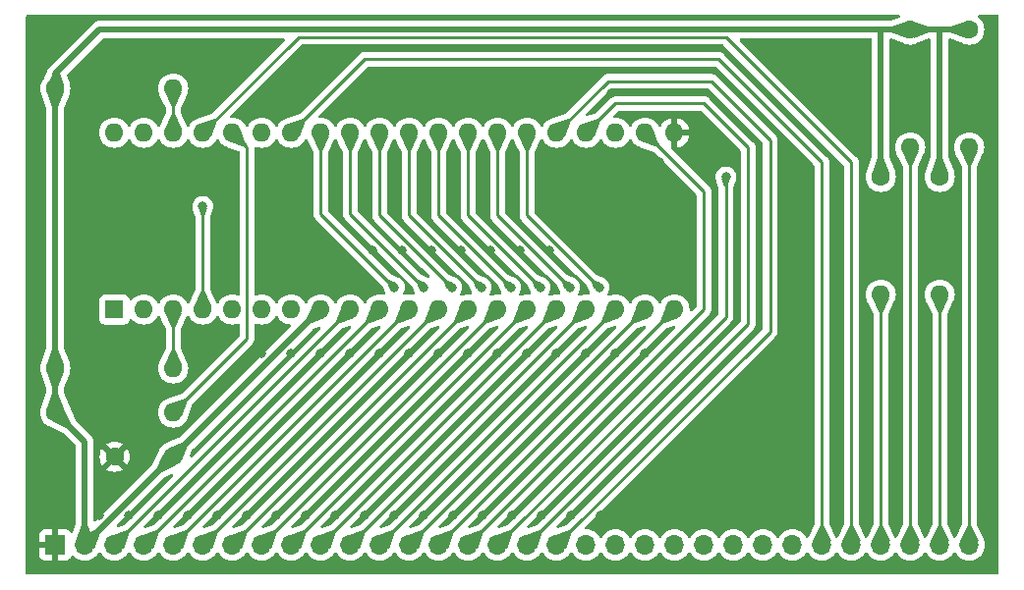
<source format=gbr>
%TF.GenerationSoftware,KiCad,Pcbnew,7.0.5*%
%TF.CreationDate,2023-08-13T15:57:13+02:00*%
%TF.ProjectId,Sorbus-65C02,536f7262-7573-42d3-9635-4330322e6b69,rev?*%
%TF.SameCoordinates,Original*%
%TF.FileFunction,Copper,L1,Top*%
%TF.FilePolarity,Positive*%
%FSLAX46Y46*%
G04 Gerber Fmt 4.6, Leading zero omitted, Abs format (unit mm)*
G04 Created by KiCad (PCBNEW 7.0.5) date 2023-08-13 15:57:13*
%MOMM*%
%LPD*%
G01*
G04 APERTURE LIST*
%TA.AperFunction,ComponentPad*%
%ADD10C,1.600000*%
%TD*%
%TA.AperFunction,ComponentPad*%
%ADD11O,1.600000X1.600000*%
%TD*%
%TA.AperFunction,ComponentPad*%
%ADD12R,1.600000X1.600000*%
%TD*%
%TA.AperFunction,ComponentPad*%
%ADD13R,1.700000X1.700000*%
%TD*%
%TA.AperFunction,ComponentPad*%
%ADD14O,1.700000X1.700000*%
%TD*%
%TA.AperFunction,ViaPad*%
%ADD15C,0.800000*%
%TD*%
%TA.AperFunction,Conductor*%
%ADD16C,0.500000*%
%TD*%
%TA.AperFunction,Conductor*%
%ADD17C,0.250000*%
%TD*%
G04 APERTURE END LIST*
D10*
%TO.P,R5,1*%
%TO.N,VCC*%
X104140000Y-49530000D03*
D11*
%TO.P,R5,2*%
%TO.N,~{NMI}*%
X104140000Y-59690000D03*
%TD*%
D10*
%TO.P,R1,1*%
%TO.N,VCC*%
X27940000Y-66040000D03*
D11*
%TO.P,R1,2*%
%TO.N,Net-(U1-\u03D51)*%
X38100000Y-66040000D03*
%TD*%
D10*
%TO.P,R2,1*%
%TO.N,VCC*%
X27940000Y-41910000D03*
D11*
%TO.P,R2,2*%
%TO.N,Net-(U1-~{SO})*%
X38100000Y-41910000D03*
%TD*%
D12*
%TO.P,U1,1,~{VP}*%
%TO.N,unconnected-(U1-~{VP}-Pad1)*%
X33020000Y-60960000D03*
D11*
%TO.P,U1,2,RDY*%
%TO.N,RDY*%
X35560000Y-60960000D03*
%TO.P,U1,3,\u03D51*%
%TO.N,Net-(U1-\u03D51)*%
X38100000Y-60960000D03*
%TO.P,U1,4,~{IRQ}*%
%TO.N,~{IRQ}*%
X40640000Y-60960000D03*
%TO.P,U1,5,~{ML}*%
%TO.N,unconnected-(U1-~{ML}-Pad5)*%
X43180000Y-60960000D03*
%TO.P,U1,6,~{NMI}*%
%TO.N,~{NMI}*%
X45720000Y-60960000D03*
%TO.P,U1,7,SYNC*%
%TO.N,unconnected-(U1-SYNC-Pad7)*%
X48260000Y-60960000D03*
%TO.P,U1,8,VDD*%
%TO.N,VCC*%
X50800000Y-60960000D03*
%TO.P,U1,9,A0*%
%TO.N,A0*%
X53340000Y-60960000D03*
%TO.P,U1,10,A1*%
%TO.N,A1*%
X55880000Y-60960000D03*
%TO.P,U1,11,A2*%
%TO.N,A2*%
X58420000Y-60960000D03*
%TO.P,U1,12,A3*%
%TO.N,A3*%
X60960000Y-60960000D03*
%TO.P,U1,13,A4*%
%TO.N,A4*%
X63500000Y-60960000D03*
%TO.P,U1,14,A5*%
%TO.N,A5*%
X66040000Y-60960000D03*
%TO.P,U1,15,A6*%
%TO.N,A6*%
X68580000Y-60960000D03*
%TO.P,U1,16,A7*%
%TO.N,A7*%
X71120000Y-60960000D03*
%TO.P,U1,17,A8*%
%TO.N,A8*%
X73660000Y-60960000D03*
%TO.P,U1,18,A9*%
%TO.N,A9*%
X76200000Y-60960000D03*
%TO.P,U1,19,A10*%
%TO.N,A10*%
X78740000Y-60960000D03*
%TO.P,U1,20,A11*%
%TO.N,A11*%
X81280000Y-60960000D03*
%TO.P,U1,21,VSS*%
%TO.N,GND*%
X81280000Y-45720000D03*
%TO.P,U1,22,A12*%
%TO.N,A12*%
X78740000Y-45720000D03*
%TO.P,U1,23,A13*%
%TO.N,A13*%
X76200000Y-45720000D03*
%TO.P,U1,24,A14*%
%TO.N,A14*%
X73660000Y-45720000D03*
%TO.P,U1,25,A15*%
%TO.N,A15*%
X71120000Y-45720000D03*
%TO.P,U1,26,D7*%
%TO.N,D7*%
X68580000Y-45720000D03*
%TO.P,U1,27,D6*%
%TO.N,D6*%
X66040000Y-45720000D03*
%TO.P,U1,28,D5*%
%TO.N,D5*%
X63500000Y-45720000D03*
%TO.P,U1,29,D4*%
%TO.N,D4*%
X60960000Y-45720000D03*
%TO.P,U1,30,D3*%
%TO.N,D3*%
X58420000Y-45720000D03*
%TO.P,U1,31,D2*%
%TO.N,D2*%
X55880000Y-45720000D03*
%TO.P,U1,32,D1*%
%TO.N,D1*%
X53340000Y-45720000D03*
%TO.P,U1,33,D0*%
%TO.N,D0*%
X50800000Y-45720000D03*
%TO.P,U1,34,R/~{W}*%
%TO.N,R{slash}~{W}*%
X48260000Y-45720000D03*
%TO.P,U1,35,nc*%
%TO.N,unconnected-(U1-nc-Pad35)*%
X45720000Y-45720000D03*
%TO.P,U1,36,BE*%
%TO.N,Net-(U1-BE)*%
X43180000Y-45720000D03*
%TO.P,U1,37,\u03D50*%
%TO.N,CLK*%
X40640000Y-45720000D03*
%TO.P,U1,38,~{SO}*%
%TO.N,Net-(U1-~{SO})*%
X38100000Y-45720000D03*
%TO.P,U1,39,\u03D52*%
%TO.N,unconnected-(U1-\u03D52-Pad39)*%
X35560000Y-45720000D03*
%TO.P,U1,40,~{RES}*%
%TO.N,~{RESET}*%
X33020000Y-45720000D03*
%TD*%
D10*
%TO.P,R7,1*%
%TO.N,VCC*%
X99060000Y-49530000D03*
D11*
%TO.P,R7,2*%
%TO.N,RDY*%
X99060000Y-59690000D03*
%TD*%
D10*
%TO.P,R6,1*%
%TO.N,VCC*%
X101600000Y-36830000D03*
D11*
%TO.P,R6,2*%
%TO.N,~{IRQ}*%
X101600000Y-46990000D03*
%TD*%
D10*
%TO.P,R4,1*%
%TO.N,VCC*%
X106680000Y-36830000D03*
D11*
%TO.P,R4,2*%
%TO.N,~{RESET}*%
X106680000Y-46990000D03*
%TD*%
D10*
%TO.P,C1,1*%
%TO.N,GND*%
X33060000Y-73660000D03*
%TO.P,C1,2*%
%TO.N,VCC*%
X38060000Y-73660000D03*
%TD*%
%TO.P,R3,1*%
%TO.N,VCC*%
X27940000Y-69850000D03*
D11*
%TO.P,R3,2*%
%TO.N,Net-(U1-BE)*%
X38100000Y-69850000D03*
%TD*%
D13*
%TO.P,J1,1,Pin_1*%
%TO.N,GND*%
X27940000Y-81280000D03*
D14*
%TO.P,J1,2,Pin_2*%
%TO.N,VCC*%
X30480000Y-81280000D03*
%TO.P,J1,3,Pin_3*%
%TO.N,A0*%
X33020000Y-81280000D03*
%TO.P,J1,4,Pin_4*%
%TO.N,A1*%
X35560000Y-81280000D03*
%TO.P,J1,5,Pin_5*%
%TO.N,A2*%
X38100000Y-81280000D03*
%TO.P,J1,6,Pin_6*%
%TO.N,A3*%
X40640000Y-81280000D03*
%TO.P,J1,7,Pin_7*%
%TO.N,A4*%
X43180000Y-81280000D03*
%TO.P,J1,8,Pin_8*%
%TO.N,A5*%
X45720000Y-81280000D03*
%TO.P,J1,9,Pin_9*%
%TO.N,A6*%
X48260000Y-81280000D03*
%TO.P,J1,10,Pin_10*%
%TO.N,A7*%
X50800000Y-81280000D03*
%TO.P,J1,11,Pin_11*%
%TO.N,A8*%
X53340000Y-81280000D03*
%TO.P,J1,12,Pin_12*%
%TO.N,A9*%
X55880000Y-81280000D03*
%TO.P,J1,13,Pin_13*%
%TO.N,A10*%
X58420000Y-81280000D03*
%TO.P,J1,14,Pin_14*%
%TO.N,A11*%
X60960000Y-81280000D03*
%TO.P,J1,15,Pin_15*%
%TO.N,A12*%
X63500000Y-81280000D03*
%TO.P,J1,16,Pin_16*%
%TO.N,A13*%
X66040000Y-81280000D03*
%TO.P,J1,17,Pin_17*%
%TO.N,A14*%
X68580000Y-81280000D03*
%TO.P,J1,18,Pin_18*%
%TO.N,A15*%
X71120000Y-81280000D03*
%TO.P,J1,19,Pin_19*%
%TO.N,D0*%
X73660000Y-81280000D03*
%TO.P,J1,20,Pin_20*%
%TO.N,D1*%
X76200000Y-81280000D03*
%TO.P,J1,21,Pin_21*%
%TO.N,D2*%
X78740000Y-81280000D03*
%TO.P,J1,22,Pin_22*%
%TO.N,D3*%
X81280000Y-81280000D03*
%TO.P,J1,23,Pin_23*%
%TO.N,D4*%
X83820000Y-81280000D03*
%TO.P,J1,24,Pin_24*%
%TO.N,D5*%
X86360000Y-81280000D03*
%TO.P,J1,25,Pin_25*%
%TO.N,D6*%
X88900000Y-81280000D03*
%TO.P,J1,26,Pin_26*%
%TO.N,D7*%
X91440000Y-81280000D03*
%TO.P,J1,27,Pin_27*%
%TO.N,R{slash}~{W}*%
X93980000Y-81280000D03*
%TO.P,J1,28,Pin_28*%
%TO.N,CLK*%
X96520000Y-81280000D03*
%TO.P,J1,29,Pin_29*%
%TO.N,RDY*%
X99060000Y-81280000D03*
%TO.P,J1,30,Pin_30*%
%TO.N,~{IRQ}*%
X101600000Y-81280000D03*
%TO.P,J1,31,Pin_31*%
%TO.N,~{NMI}*%
X104140000Y-81280000D03*
%TO.P,J1,32,Pin_32*%
%TO.N,~{RESET}*%
X106680000Y-81280000D03*
%TD*%
D15*
%TO.N,GND*%
X76200000Y-64770000D03*
X62230000Y-48260000D03*
X82550000Y-58420000D03*
X48260000Y-64770000D03*
X90170000Y-78740000D03*
X52070000Y-78740000D03*
X41910000Y-58420000D03*
X39370000Y-78740000D03*
X53340000Y-64770000D03*
X44450000Y-44450000D03*
X57150000Y-78740000D03*
X45720000Y-64770000D03*
X80010000Y-48260000D03*
X57150000Y-48260000D03*
X44450000Y-78740000D03*
X64770000Y-48260000D03*
X54610000Y-78740000D03*
X68580000Y-64770000D03*
X36830000Y-78740000D03*
X107950000Y-78740000D03*
X59690000Y-48260000D03*
X67310000Y-78740000D03*
X69850000Y-48260000D03*
X77470000Y-78740000D03*
X71120000Y-64770000D03*
X57785000Y-55880000D03*
X31750000Y-78740000D03*
X64770000Y-78740000D03*
X85090000Y-78740000D03*
X80010000Y-78740000D03*
X50800000Y-64770000D03*
X46990000Y-78740000D03*
X106680000Y-39370000D03*
X87630000Y-78740000D03*
X102870000Y-78740000D03*
X52070000Y-44450000D03*
X100330000Y-78740000D03*
X55880000Y-64770000D03*
X97790000Y-78740000D03*
X67310000Y-48260000D03*
X97790000Y-38100000D03*
X49530000Y-48260000D03*
X66040000Y-64770000D03*
X101600000Y-39370000D03*
X59690000Y-78740000D03*
X60325000Y-55880000D03*
X58420000Y-64770000D03*
X34290000Y-78740000D03*
X92710000Y-78740000D03*
X69850000Y-78740000D03*
X49530000Y-78740000D03*
X62230000Y-78740000D03*
X36830000Y-44450000D03*
X67945000Y-55880000D03*
X95250000Y-78740000D03*
X63500000Y-64770000D03*
X55245000Y-55880000D03*
X41910000Y-78740000D03*
X54610000Y-48260000D03*
X72390000Y-78740000D03*
X105410000Y-78740000D03*
X82550000Y-78740000D03*
X78740000Y-64770000D03*
X65405000Y-55880000D03*
X52070000Y-48260000D03*
X73660000Y-64770000D03*
X74930000Y-78740000D03*
X54610000Y-58420000D03*
X41910000Y-48260000D03*
X45720000Y-38100000D03*
X70485000Y-55880000D03*
X60960000Y-64770000D03*
X62865000Y-55880000D03*
X75819000Y-42291000D03*
%TO.N,A13*%
X85725000Y-49530000D03*
%TO.N,D0*%
X57150000Y-59055000D03*
%TO.N,D1*%
X59690000Y-59055000D03*
%TO.N,D2*%
X62085000Y-59055000D03*
%TO.N,D3*%
X64625000Y-59055000D03*
%TO.N,D4*%
X67165000Y-59055000D03*
%TO.N,D5*%
X69705000Y-59055000D03*
%TO.N,D6*%
X72245000Y-59055000D03*
%TO.N,D7*%
X74785000Y-59055000D03*
%TO.N,~{IRQ}*%
X40640000Y-52070000D03*
%TD*%
D16*
%TO.N,VCC*%
X30480000Y-81240000D02*
X30480000Y-81280000D01*
X31750000Y-36830000D02*
X99060000Y-36830000D01*
X27940000Y-40640000D02*
X31750000Y-36830000D01*
X27940000Y-41910000D02*
X27940000Y-66040000D01*
X27940000Y-69850000D02*
X27940000Y-66040000D01*
X38060000Y-73660000D02*
X50760000Y-60960000D01*
X101600000Y-36830000D02*
X104140000Y-36830000D01*
X104140000Y-49530000D02*
X104140000Y-36830000D01*
X27940000Y-41910000D02*
X27940000Y-40640000D01*
X38060000Y-73660000D02*
X30480000Y-81240000D01*
X99060000Y-49530000D02*
X99060000Y-36830000D01*
X30480000Y-81280000D02*
X30480000Y-72390000D01*
X99060000Y-36830000D02*
X101600000Y-36830000D01*
X50760000Y-60960000D02*
X50800000Y-60960000D01*
X104140000Y-36830000D02*
X106680000Y-36830000D01*
X30480000Y-72390000D02*
X27940000Y-69850000D01*
D17*
%TO.N,A0*%
X33020000Y-81280000D02*
X53340000Y-60960000D01*
%TO.N,A1*%
X35560000Y-81280000D02*
X55880000Y-60960000D01*
%TO.N,A2*%
X38100000Y-81280000D02*
X58420000Y-60960000D01*
%TO.N,A3*%
X40640000Y-81280000D02*
X60960000Y-60960000D01*
%TO.N,A4*%
X43180000Y-81280000D02*
X63500000Y-60960000D01*
%TO.N,A5*%
X45720000Y-81280000D02*
X66040000Y-60960000D01*
%TO.N,A6*%
X48260000Y-81280000D02*
X68580000Y-60960000D01*
%TO.N,A7*%
X50800000Y-81280000D02*
X71120000Y-60960000D01*
%TO.N,A8*%
X53340000Y-81280000D02*
X73660000Y-60960000D01*
%TO.N,A9*%
X55880000Y-81280000D02*
X76200000Y-60960000D01*
%TO.N,A10*%
X58420000Y-81280000D02*
X78740000Y-60960000D01*
%TO.N,A11*%
X60960000Y-81280000D02*
X81280000Y-60960000D01*
%TO.N,A12*%
X83820000Y-50800000D02*
X78740000Y-45720000D01*
X83820000Y-60960000D02*
X83820000Y-50800000D01*
X63500000Y-81280000D02*
X83820000Y-60960000D01*
%TO.N,A13*%
X85725000Y-61595000D02*
X85725000Y-49530000D01*
X66040000Y-81280000D02*
X85725000Y-61595000D01*
%TO.N,A14*%
X87630000Y-62230000D02*
X87630000Y-46990000D01*
X76200000Y-43180000D02*
X73660000Y-45720000D01*
X68580000Y-81280000D02*
X87630000Y-62230000D01*
X83820000Y-43180000D02*
X76200000Y-43180000D01*
X87630000Y-46990000D02*
X83820000Y-43180000D01*
%TO.N,A15*%
X71120000Y-45720000D02*
X75565000Y-41275000D01*
X84455000Y-41275000D02*
X89535000Y-46355000D01*
X89535000Y-62865000D02*
X71120000Y-81280000D01*
X75565000Y-41275000D02*
X84455000Y-41275000D01*
X89535000Y-46355000D02*
X89535000Y-62865000D01*
%TO.N,D0*%
X50800000Y-45720000D02*
X50800000Y-52705000D01*
X50800000Y-52705000D02*
X57150000Y-59055000D01*
%TO.N,D1*%
X53340000Y-45720000D02*
X53340000Y-52705000D01*
X53340000Y-52705000D02*
X59690000Y-59055000D01*
%TO.N,D2*%
X55880000Y-52850000D02*
X62085000Y-59055000D01*
X55880000Y-45720000D02*
X55880000Y-52850000D01*
%TO.N,D3*%
X58420000Y-52850000D02*
X64625000Y-59055000D01*
X58420000Y-45720000D02*
X58420000Y-52850000D01*
%TO.N,D4*%
X60960000Y-52850000D02*
X67165000Y-59055000D01*
X60960000Y-45720000D02*
X60960000Y-52850000D01*
%TO.N,D5*%
X63500000Y-52850000D02*
X69705000Y-59055000D01*
X63500000Y-45720000D02*
X63500000Y-52850000D01*
%TO.N,D6*%
X66040000Y-45720000D02*
X66040000Y-52850000D01*
X66040000Y-52850000D02*
X72245000Y-59055000D01*
%TO.N,D7*%
X68580000Y-52850000D02*
X74785000Y-59055000D01*
X68580000Y-45720000D02*
X68580000Y-52850000D01*
%TO.N,R{slash}~{W}*%
X85090000Y-39370000D02*
X93980000Y-48260000D01*
X93980000Y-48260000D02*
X93980000Y-81280000D01*
X54610000Y-39370000D02*
X85090000Y-39370000D01*
X48260000Y-45720000D02*
X54610000Y-39370000D01*
%TO.N,CLK*%
X96520000Y-48260000D02*
X96520000Y-81280000D01*
X85725000Y-37465000D02*
X96520000Y-48260000D01*
X40640000Y-45720000D02*
X48895000Y-37465000D01*
X48895000Y-37465000D02*
X85725000Y-37465000D01*
%TO.N,RDY*%
X99060000Y-81280000D02*
X99060000Y-59690000D01*
%TO.N,~{IRQ}*%
X40640000Y-60960000D02*
X40640000Y-52070000D01*
X101600000Y-46990000D02*
X101600000Y-81280000D01*
%TO.N,~{NMI}*%
X104140000Y-59690000D02*
X104140000Y-81280000D01*
%TO.N,~{RESET}*%
X106680000Y-81280000D02*
X106680000Y-46990000D01*
%TO.N,Net-(U1-\u03D51)*%
X38100000Y-60960000D02*
X38100000Y-66040000D01*
%TO.N,Net-(U1-~{SO})*%
X38100000Y-41910000D02*
X38100000Y-45720000D01*
%TO.N,Net-(U1-BE)*%
X44450000Y-46990000D02*
X44450000Y-63500000D01*
X44450000Y-63500000D02*
X38100000Y-69850000D01*
X43180000Y-45720000D02*
X44450000Y-46990000D01*
%TD*%
%TA.AperFunction,Conductor*%
%TO.N,~{IRQ}*%
G36*
X101725912Y-79583427D02*
G01*
X101728186Y-79586634D01*
X102379950Y-80943586D01*
X102380442Y-80952528D01*
X102374469Y-80959199D01*
X102373892Y-80959457D01*
X101604489Y-81279134D01*
X101595534Y-81279143D01*
X101595511Y-81279134D01*
X100826107Y-80959457D01*
X100819782Y-80953118D01*
X100819791Y-80944163D01*
X100820049Y-80943586D01*
X101471814Y-79586634D01*
X101478485Y-79580661D01*
X101482361Y-79580000D01*
X101717639Y-79580000D01*
X101725912Y-79583427D01*
G37*
%TD.AperFunction*%
%TD*%
%TA.AperFunction,Conductor*%
%TO.N,D6*%
G36*
X71775071Y-58404252D02*
G01*
X72387760Y-58680793D01*
X72393891Y-58687320D01*
X72393767Y-58695909D01*
X72247563Y-59051195D01*
X72241245Y-59057542D01*
X72241195Y-59057563D01*
X71885909Y-59203767D01*
X71876955Y-59203746D01*
X71870793Y-59197760D01*
X71806676Y-59055707D01*
X71644279Y-58695909D01*
X71594252Y-58585071D01*
X71593972Y-58576121D01*
X71596641Y-58571987D01*
X71761986Y-58406642D01*
X71770258Y-58403216D01*
X71775071Y-58404252D01*
G37*
%TD.AperFunction*%
%TD*%
%TA.AperFunction,Conductor*%
%TO.N,D7*%
G36*
X74315071Y-58404252D02*
G01*
X74927760Y-58680793D01*
X74933891Y-58687320D01*
X74933767Y-58695909D01*
X74787563Y-59051195D01*
X74781245Y-59057542D01*
X74781195Y-59057563D01*
X74425909Y-59203767D01*
X74416955Y-59203746D01*
X74410793Y-59197760D01*
X74346676Y-59055707D01*
X74184279Y-58695909D01*
X74134252Y-58585071D01*
X74133972Y-58576121D01*
X74136641Y-58571987D01*
X74301986Y-58406642D01*
X74310258Y-58403216D01*
X74315071Y-58404252D01*
G37*
%TD.AperFunction*%
%TD*%
%TA.AperFunction,Conductor*%
%TO.N,A1*%
G36*
X55152252Y-60658541D02*
G01*
X55168939Y-60665431D01*
X55876212Y-60957437D01*
X55882551Y-60963762D01*
X55882562Y-60963787D01*
X56181456Y-61687743D01*
X56181445Y-61696698D01*
X56175106Y-61703023D01*
X56174568Y-61703229D01*
X54843987Y-62177275D01*
X54835043Y-62176824D01*
X54831787Y-62174527D01*
X54665472Y-62008212D01*
X54662045Y-61999939D01*
X54662722Y-61996018D01*
X55136771Y-60665428D01*
X55142774Y-60658788D01*
X55151718Y-60658337D01*
X55152252Y-60658541D01*
G37*
%TD.AperFunction*%
%TD*%
%TA.AperFunction,Conductor*%
%TO.N,A9*%
G36*
X56995690Y-79992460D02*
G01*
X56998897Y-79994734D01*
X57165265Y-80161102D01*
X57168692Y-80169375D01*
X57168031Y-80173251D01*
X56669388Y-81593629D01*
X56663415Y-81600300D01*
X56654473Y-81600792D01*
X56653883Y-81600567D01*
X55883785Y-81282562D01*
X55877447Y-81276238D01*
X55559432Y-80506115D01*
X55559441Y-80497161D01*
X55565780Y-80490836D01*
X55566345Y-80490620D01*
X56986748Y-79991968D01*
X56995690Y-79992460D01*
G37*
%TD.AperFunction*%
%TD*%
%TA.AperFunction,Conductor*%
%TO.N,A5*%
G36*
X65312252Y-60658541D02*
G01*
X65328939Y-60665431D01*
X66036212Y-60957437D01*
X66042551Y-60963762D01*
X66042562Y-60963787D01*
X66341456Y-61687743D01*
X66341445Y-61696698D01*
X66335106Y-61703023D01*
X66334568Y-61703229D01*
X65003987Y-62177275D01*
X64995043Y-62176824D01*
X64991787Y-62174527D01*
X64825472Y-62008212D01*
X64822045Y-61999939D01*
X64822722Y-61996018D01*
X65296771Y-60665428D01*
X65302774Y-60658788D01*
X65311718Y-60658337D01*
X65312252Y-60658541D01*
G37*
%TD.AperFunction*%
%TD*%
%TA.AperFunction,Conductor*%
%TO.N,A4*%
G36*
X44295690Y-79992460D02*
G01*
X44298897Y-79994734D01*
X44465265Y-80161102D01*
X44468692Y-80169375D01*
X44468031Y-80173251D01*
X43969388Y-81593629D01*
X43963415Y-81600300D01*
X43954473Y-81600792D01*
X43953883Y-81600567D01*
X43183785Y-81282562D01*
X43177447Y-81276238D01*
X42859432Y-80506115D01*
X42859441Y-80497161D01*
X42865780Y-80490836D01*
X42866345Y-80490620D01*
X44286748Y-79991968D01*
X44295690Y-79992460D01*
G37*
%TD.AperFunction*%
%TD*%
%TA.AperFunction,Conductor*%
%TO.N,A8*%
G36*
X72932252Y-60658541D02*
G01*
X72948939Y-60665431D01*
X73656212Y-60957437D01*
X73662551Y-60963762D01*
X73662562Y-60963787D01*
X73961456Y-61687743D01*
X73961445Y-61696698D01*
X73955106Y-61703023D01*
X73954568Y-61703229D01*
X72623987Y-62177275D01*
X72615043Y-62176824D01*
X72611787Y-62174527D01*
X72445472Y-62008212D01*
X72442045Y-61999939D01*
X72442722Y-61996018D01*
X72916771Y-60665428D01*
X72922774Y-60658788D01*
X72931718Y-60658337D01*
X72932252Y-60658541D01*
G37*
%TD.AperFunction*%
%TD*%
%TA.AperFunction,Conductor*%
%TO.N,GND*%
G36*
X100655691Y-35580185D02*
G01*
X100701446Y-35632989D01*
X100711390Y-35702147D01*
X100682365Y-35765703D01*
X100632498Y-35800489D01*
X99915609Y-36071489D01*
X99871763Y-36079500D01*
X99083641Y-36079500D01*
X99080040Y-36079395D01*
X99016065Y-36075669D01*
X99016064Y-36075669D01*
X99005023Y-36077616D01*
X98983491Y-36079500D01*
X31813705Y-36079500D01*
X31795735Y-36078191D01*
X31771972Y-36074710D01*
X31726533Y-36078686D01*
X31719931Y-36079264D01*
X31714530Y-36079500D01*
X31706283Y-36079500D01*
X31674606Y-36083202D01*
X31672832Y-36083384D01*
X31642390Y-36086047D01*
X31597198Y-36090001D01*
X31590132Y-36091460D01*
X31590120Y-36091404D01*
X31582763Y-36093035D01*
X31582777Y-36093092D01*
X31575740Y-36094760D01*
X31504385Y-36120729D01*
X31502685Y-36121320D01*
X31430668Y-36145185D01*
X31424126Y-36148236D01*
X31424101Y-36148183D01*
X31417308Y-36151471D01*
X31417334Y-36151523D01*
X31410880Y-36154764D01*
X31347468Y-36196470D01*
X31345948Y-36197439D01*
X31281348Y-36237285D01*
X31275683Y-36241765D01*
X31275647Y-36241719D01*
X31269798Y-36246484D01*
X31269835Y-36246528D01*
X31264309Y-36251164D01*
X31212213Y-36306381D01*
X31210958Y-36307674D01*
X27651200Y-39867431D01*
X27647621Y-39870738D01*
X27640583Y-39876748D01*
X27640580Y-39876751D01*
X27637990Y-39880036D01*
X27633149Y-39885481D01*
X27454358Y-40064272D01*
X27440729Y-40076051D01*
X27421468Y-40090390D01*
X27387898Y-40130397D01*
X27384253Y-40134376D01*
X27378407Y-40140223D01*
X27358618Y-40165251D01*
X27357481Y-40166647D01*
X27308694Y-40224790D01*
X27304729Y-40230819D01*
X27304682Y-40230788D01*
X27300630Y-40237147D01*
X27300679Y-40237177D01*
X27296889Y-40243321D01*
X27264812Y-40312110D01*
X27264027Y-40313731D01*
X27229957Y-40381572D01*
X27227488Y-40388357D01*
X27227432Y-40388336D01*
X27224960Y-40395450D01*
X27225015Y-40395469D01*
X27222743Y-40402325D01*
X27207391Y-40476670D01*
X27207001Y-40478428D01*
X27189499Y-40552279D01*
X27188661Y-40559454D01*
X27188601Y-40559447D01*
X27187836Y-40566938D01*
X27187896Y-40566944D01*
X27187266Y-40574141D01*
X27187266Y-40574143D01*
X27187266Y-40574144D01*
X27187474Y-40581314D01*
X27170833Y-40647055D01*
X26857181Y-41188672D01*
X26854315Y-41193164D01*
X26809431Y-41257267D01*
X26777405Y-41325947D01*
X26774867Y-41330814D01*
X26765946Y-41346219D01*
X26765928Y-41346250D01*
X26758037Y-41360982D01*
X26758012Y-41361030D01*
X26753653Y-41369858D01*
X26753646Y-41369873D01*
X26737353Y-41411537D01*
X26735803Y-41415159D01*
X26713261Y-41463500D01*
X26654366Y-41683302D01*
X26654364Y-41683313D01*
X26634532Y-41909998D01*
X26634532Y-41910001D01*
X26654364Y-42136686D01*
X26654366Y-42136697D01*
X26713258Y-42356488D01*
X26713263Y-42356502D01*
X26722646Y-42376623D01*
X26731310Y-42402124D01*
X26732057Y-42405484D01*
X26732058Y-42405486D01*
X26732062Y-42405499D01*
X27181489Y-43594390D01*
X27189500Y-43638236D01*
X27189500Y-64311761D01*
X27181489Y-64355607D01*
X26732068Y-65544484D01*
X26732046Y-65544546D01*
X26723718Y-65570015D01*
X26720979Y-65576947D01*
X26713261Y-65593501D01*
X26654366Y-65813302D01*
X26654364Y-65813313D01*
X26634532Y-66039998D01*
X26634532Y-66040001D01*
X26654364Y-66266686D01*
X26654366Y-66266697D01*
X26713258Y-66486488D01*
X26713263Y-66486502D01*
X26722646Y-66506623D01*
X26731310Y-66532124D01*
X26732057Y-66535484D01*
X26732058Y-66535486D01*
X26732062Y-66535499D01*
X27181489Y-67724390D01*
X27189500Y-67768236D01*
X27189500Y-68121761D01*
X27181489Y-68165607D01*
X26732068Y-69354484D01*
X26732046Y-69354546D01*
X26723718Y-69380015D01*
X26720979Y-69386947D01*
X26713261Y-69403501D01*
X26654366Y-69623302D01*
X26654364Y-69623313D01*
X26634532Y-69849998D01*
X26634532Y-69850001D01*
X26654364Y-70076686D01*
X26654366Y-70076697D01*
X26713258Y-70296488D01*
X26713261Y-70296497D01*
X26809431Y-70502732D01*
X26809432Y-70502734D01*
X26939954Y-70689141D01*
X27100858Y-70850045D01*
X27100861Y-70850047D01*
X27287266Y-70980568D01*
X27406222Y-71036037D01*
X27413305Y-71039922D01*
X27422828Y-71045982D01*
X27436218Y-71054505D01*
X28594695Y-71577391D01*
X28631362Y-71602730D01*
X29693180Y-72664548D01*
X29726665Y-72725871D01*
X29729499Y-72752229D01*
X29729499Y-79448922D01*
X29721048Y-79493915D01*
X29456976Y-80172089D01*
X29414308Y-80227417D01*
X29348500Y-80250894D01*
X29280447Y-80235066D01*
X29239989Y-80194022D01*
X29238669Y-80195011D01*
X29147190Y-80072812D01*
X29147187Y-80072809D01*
X29032093Y-79986649D01*
X29032086Y-79986645D01*
X28897379Y-79936403D01*
X28897372Y-79936401D01*
X28837844Y-79930000D01*
X28190000Y-79930000D01*
X28190000Y-80844498D01*
X28082315Y-80795320D01*
X27975763Y-80780000D01*
X27904237Y-80780000D01*
X27797685Y-80795320D01*
X27690000Y-80844498D01*
X27690000Y-79930000D01*
X27042155Y-79930000D01*
X26982627Y-79936401D01*
X26982620Y-79936403D01*
X26847913Y-79986645D01*
X26847906Y-79986649D01*
X26732812Y-80072809D01*
X26732809Y-80072812D01*
X26646649Y-80187906D01*
X26646645Y-80187913D01*
X26596403Y-80322620D01*
X26596401Y-80322627D01*
X26590000Y-80382155D01*
X26590000Y-80382172D01*
X26589999Y-81030000D01*
X27506314Y-81030000D01*
X27480507Y-81070156D01*
X27440000Y-81208111D01*
X27440000Y-81351889D01*
X27480507Y-81489844D01*
X27506314Y-81530000D01*
X26590000Y-81530000D01*
X26590000Y-82177844D01*
X26596401Y-82237372D01*
X26596403Y-82237379D01*
X26646645Y-82372086D01*
X26646649Y-82372093D01*
X26732809Y-82487187D01*
X26732812Y-82487190D01*
X26847906Y-82573350D01*
X26847913Y-82573354D01*
X26982620Y-82623596D01*
X26982627Y-82623598D01*
X27042155Y-82629999D01*
X27042172Y-82630000D01*
X27690000Y-82630000D01*
X27690000Y-81715501D01*
X27797685Y-81764680D01*
X27904237Y-81780000D01*
X27975763Y-81780000D01*
X28082315Y-81764680D01*
X28190000Y-81715501D01*
X28190000Y-82630000D01*
X28837828Y-82630000D01*
X28837844Y-82629999D01*
X28897372Y-82623598D01*
X28897379Y-82623596D01*
X29032086Y-82573354D01*
X29032093Y-82573350D01*
X29147187Y-82487190D01*
X29147190Y-82487187D01*
X29233350Y-82372093D01*
X29233354Y-82372086D01*
X29282422Y-82240529D01*
X29324293Y-82184595D01*
X29389757Y-82160178D01*
X29458030Y-82175030D01*
X29486285Y-82196181D01*
X29608599Y-82318495D01*
X29685135Y-82372086D01*
X29802165Y-82454032D01*
X29802167Y-82454033D01*
X29802170Y-82454035D01*
X30016337Y-82553903D01*
X30244592Y-82615063D01*
X30415319Y-82630000D01*
X30479999Y-82635659D01*
X30480000Y-82635659D01*
X30480001Y-82635659D01*
X30544681Y-82630000D01*
X30715408Y-82615063D01*
X30943663Y-82553903D01*
X31157830Y-82454035D01*
X31351401Y-82318495D01*
X31518495Y-82151401D01*
X31648426Y-81965841D01*
X31703002Y-81922217D01*
X31772500Y-81915023D01*
X31834855Y-81946546D01*
X31851575Y-81965842D01*
X31981500Y-82151395D01*
X31981505Y-82151401D01*
X32148599Y-82318495D01*
X32225135Y-82372086D01*
X32342165Y-82454032D01*
X32342167Y-82454033D01*
X32342170Y-82454035D01*
X32556337Y-82553903D01*
X32784592Y-82615063D01*
X32955319Y-82630000D01*
X33019999Y-82635659D01*
X33020000Y-82635659D01*
X33020001Y-82635659D01*
X33084681Y-82630000D01*
X33255408Y-82615063D01*
X33483663Y-82553903D01*
X33697830Y-82454035D01*
X33891401Y-82318495D01*
X34058495Y-82151401D01*
X34188426Y-81965841D01*
X34243002Y-81922217D01*
X34312500Y-81915023D01*
X34374855Y-81946546D01*
X34391575Y-81965842D01*
X34521500Y-82151395D01*
X34521505Y-82151401D01*
X34688599Y-82318495D01*
X34765135Y-82372086D01*
X34882165Y-82454032D01*
X34882167Y-82454033D01*
X34882170Y-82454035D01*
X35096337Y-82553903D01*
X35324592Y-82615063D01*
X35495319Y-82630000D01*
X35559999Y-82635659D01*
X35560000Y-82635659D01*
X35560001Y-82635659D01*
X35624681Y-82630000D01*
X35795408Y-82615063D01*
X36023663Y-82553903D01*
X36237830Y-82454035D01*
X36431401Y-82318495D01*
X36598495Y-82151401D01*
X36728426Y-81965841D01*
X36783002Y-81922217D01*
X36852500Y-81915023D01*
X36914855Y-81946546D01*
X36931575Y-81965842D01*
X37061500Y-82151395D01*
X37061505Y-82151401D01*
X37228599Y-82318495D01*
X37305135Y-82372086D01*
X37422165Y-82454032D01*
X37422167Y-82454033D01*
X37422170Y-82454035D01*
X37636337Y-82553903D01*
X37864592Y-82615063D01*
X38035319Y-82630000D01*
X38099999Y-82635659D01*
X38100000Y-82635659D01*
X38100001Y-82635659D01*
X38164681Y-82630000D01*
X38335408Y-82615063D01*
X38563663Y-82553903D01*
X38777830Y-82454035D01*
X38971401Y-82318495D01*
X39138495Y-82151401D01*
X39268426Y-81965841D01*
X39323002Y-81922217D01*
X39392500Y-81915023D01*
X39454855Y-81946546D01*
X39471575Y-81965842D01*
X39601500Y-82151395D01*
X39601505Y-82151401D01*
X39768599Y-82318495D01*
X39845135Y-82372086D01*
X39962165Y-82454032D01*
X39962167Y-82454033D01*
X39962170Y-82454035D01*
X40176337Y-82553903D01*
X40404592Y-82615063D01*
X40575319Y-82630000D01*
X40639999Y-82635659D01*
X40640000Y-82635659D01*
X40640001Y-82635659D01*
X40704681Y-82630000D01*
X40875408Y-82615063D01*
X41103663Y-82553903D01*
X41317830Y-82454035D01*
X41511401Y-82318495D01*
X41678495Y-82151401D01*
X41808426Y-81965841D01*
X41863002Y-81922217D01*
X41932500Y-81915023D01*
X41994855Y-81946546D01*
X42011575Y-81965842D01*
X42141500Y-82151395D01*
X42141505Y-82151401D01*
X42308599Y-82318495D01*
X42385135Y-82372086D01*
X42502165Y-82454032D01*
X42502167Y-82454033D01*
X42502170Y-82454035D01*
X42716337Y-82553903D01*
X42944592Y-82615063D01*
X43115319Y-82630000D01*
X43179999Y-82635659D01*
X43180000Y-82635659D01*
X43180001Y-82635659D01*
X43244681Y-82630000D01*
X43415408Y-82615063D01*
X43643663Y-82553903D01*
X43857830Y-82454035D01*
X44051401Y-82318495D01*
X44218495Y-82151401D01*
X44348426Y-81965841D01*
X44403002Y-81922217D01*
X44472500Y-81915023D01*
X44534855Y-81946546D01*
X44551575Y-81965842D01*
X44681500Y-82151395D01*
X44681505Y-82151401D01*
X44848599Y-82318495D01*
X44925135Y-82372086D01*
X45042165Y-82454032D01*
X45042167Y-82454033D01*
X45042170Y-82454035D01*
X45256337Y-82553903D01*
X45484592Y-82615063D01*
X45655319Y-82630000D01*
X45719999Y-82635659D01*
X45720000Y-82635659D01*
X45720001Y-82635659D01*
X45784681Y-82630000D01*
X45955408Y-82615063D01*
X46183663Y-82553903D01*
X46397830Y-82454035D01*
X46591401Y-82318495D01*
X46758495Y-82151401D01*
X46888426Y-81965841D01*
X46943002Y-81922217D01*
X47012500Y-81915023D01*
X47074855Y-81946546D01*
X47091575Y-81965842D01*
X47221500Y-82151395D01*
X47221505Y-82151401D01*
X47388599Y-82318495D01*
X47465135Y-82372086D01*
X47582165Y-82454032D01*
X47582167Y-82454033D01*
X47582170Y-82454035D01*
X47796337Y-82553903D01*
X48024592Y-82615063D01*
X48195319Y-82630000D01*
X48259999Y-82635659D01*
X48260000Y-82635659D01*
X48260001Y-82635659D01*
X48324681Y-82630000D01*
X48495408Y-82615063D01*
X48723663Y-82553903D01*
X48937830Y-82454035D01*
X49131401Y-82318495D01*
X49298495Y-82151401D01*
X49428426Y-81965841D01*
X49483002Y-81922217D01*
X49552500Y-81915023D01*
X49614855Y-81946546D01*
X49631575Y-81965842D01*
X49761500Y-82151395D01*
X49761505Y-82151401D01*
X49928599Y-82318495D01*
X50005135Y-82372086D01*
X50122165Y-82454032D01*
X50122167Y-82454033D01*
X50122170Y-82454035D01*
X50336337Y-82553903D01*
X50564592Y-82615063D01*
X50735319Y-82630000D01*
X50799999Y-82635659D01*
X50800000Y-82635659D01*
X50800001Y-82635659D01*
X50864681Y-82630000D01*
X51035408Y-82615063D01*
X51263663Y-82553903D01*
X51477830Y-82454035D01*
X51671401Y-82318495D01*
X51838495Y-82151401D01*
X51968426Y-81965841D01*
X52023002Y-81922217D01*
X52092500Y-81915023D01*
X52154855Y-81946546D01*
X52171575Y-81965842D01*
X52301500Y-82151395D01*
X52301505Y-82151401D01*
X52468599Y-82318495D01*
X52545135Y-82372086D01*
X52662165Y-82454032D01*
X52662167Y-82454033D01*
X52662170Y-82454035D01*
X52876337Y-82553903D01*
X53104592Y-82615063D01*
X53275319Y-82630000D01*
X53339999Y-82635659D01*
X53340000Y-82635659D01*
X53340001Y-82635659D01*
X53404681Y-82630000D01*
X53575408Y-82615063D01*
X53803663Y-82553903D01*
X54017830Y-82454035D01*
X54211401Y-82318495D01*
X54378495Y-82151401D01*
X54508426Y-81965841D01*
X54563002Y-81922217D01*
X54632500Y-81915023D01*
X54694855Y-81946546D01*
X54711575Y-81965842D01*
X54841500Y-82151395D01*
X54841505Y-82151401D01*
X55008599Y-82318495D01*
X55085135Y-82372086D01*
X55202165Y-82454032D01*
X55202167Y-82454033D01*
X55202170Y-82454035D01*
X55416337Y-82553903D01*
X55644592Y-82615063D01*
X55815319Y-82630000D01*
X55879999Y-82635659D01*
X55880000Y-82635659D01*
X55880001Y-82635659D01*
X55944681Y-82630000D01*
X56115408Y-82615063D01*
X56343663Y-82553903D01*
X56557830Y-82454035D01*
X56751401Y-82318495D01*
X56918495Y-82151401D01*
X57048426Y-81965841D01*
X57103002Y-81922217D01*
X57172500Y-81915023D01*
X57234855Y-81946546D01*
X57251575Y-81965842D01*
X57381500Y-82151395D01*
X57381505Y-82151401D01*
X57548599Y-82318495D01*
X57625135Y-82372086D01*
X57742165Y-82454032D01*
X57742167Y-82454033D01*
X57742170Y-82454035D01*
X57956337Y-82553903D01*
X58184592Y-82615063D01*
X58355319Y-82630000D01*
X58419999Y-82635659D01*
X58420000Y-82635659D01*
X58420001Y-82635659D01*
X58484681Y-82630000D01*
X58655408Y-82615063D01*
X58883663Y-82553903D01*
X59097830Y-82454035D01*
X59291401Y-82318495D01*
X59458495Y-82151401D01*
X59588426Y-81965841D01*
X59643002Y-81922217D01*
X59712500Y-81915023D01*
X59774855Y-81946546D01*
X59791575Y-81965842D01*
X59921500Y-82151395D01*
X59921505Y-82151401D01*
X60088599Y-82318495D01*
X60165135Y-82372086D01*
X60282165Y-82454032D01*
X60282167Y-82454033D01*
X60282170Y-82454035D01*
X60496337Y-82553903D01*
X60724592Y-82615063D01*
X60895319Y-82630000D01*
X60959999Y-82635659D01*
X60960000Y-82635659D01*
X60960001Y-82635659D01*
X61024681Y-82630000D01*
X61195408Y-82615063D01*
X61423663Y-82553903D01*
X61637830Y-82454035D01*
X61831401Y-82318495D01*
X61998495Y-82151401D01*
X62128426Y-81965841D01*
X62183002Y-81922217D01*
X62252500Y-81915023D01*
X62314855Y-81946546D01*
X62331575Y-81965842D01*
X62461500Y-82151395D01*
X62461505Y-82151401D01*
X62628599Y-82318495D01*
X62705135Y-82372086D01*
X62822165Y-82454032D01*
X62822167Y-82454033D01*
X62822170Y-82454035D01*
X63036337Y-82553903D01*
X63264592Y-82615063D01*
X63435319Y-82630000D01*
X63499999Y-82635659D01*
X63500000Y-82635659D01*
X63500001Y-82635659D01*
X63564681Y-82630000D01*
X63735408Y-82615063D01*
X63963663Y-82553903D01*
X64177830Y-82454035D01*
X64371401Y-82318495D01*
X64538495Y-82151401D01*
X64668426Y-81965841D01*
X64723002Y-81922217D01*
X64792500Y-81915023D01*
X64854855Y-81946546D01*
X64871575Y-81965842D01*
X65001500Y-82151395D01*
X65001505Y-82151401D01*
X65168599Y-82318495D01*
X65245135Y-82372086D01*
X65362165Y-82454032D01*
X65362167Y-82454033D01*
X65362170Y-82454035D01*
X65576337Y-82553903D01*
X65804592Y-82615063D01*
X65975319Y-82630000D01*
X66039999Y-82635659D01*
X66040000Y-82635659D01*
X66040001Y-82635659D01*
X66104681Y-82630000D01*
X66275408Y-82615063D01*
X66503663Y-82553903D01*
X66717830Y-82454035D01*
X66911401Y-82318495D01*
X67078495Y-82151401D01*
X67208426Y-81965841D01*
X67263002Y-81922217D01*
X67332500Y-81915023D01*
X67394855Y-81946546D01*
X67411575Y-81965842D01*
X67541500Y-82151395D01*
X67541505Y-82151401D01*
X67708599Y-82318495D01*
X67785135Y-82372086D01*
X67902165Y-82454032D01*
X67902167Y-82454033D01*
X67902170Y-82454035D01*
X68116337Y-82553903D01*
X68344592Y-82615063D01*
X68515319Y-82630000D01*
X68579999Y-82635659D01*
X68580000Y-82635659D01*
X68580001Y-82635659D01*
X68644681Y-82630000D01*
X68815408Y-82615063D01*
X69043663Y-82553903D01*
X69257830Y-82454035D01*
X69451401Y-82318495D01*
X69618495Y-82151401D01*
X69748426Y-81965841D01*
X69803002Y-81922217D01*
X69872500Y-81915023D01*
X69934855Y-81946546D01*
X69951575Y-81965842D01*
X70081500Y-82151395D01*
X70081505Y-82151401D01*
X70248599Y-82318495D01*
X70325135Y-82372086D01*
X70442165Y-82454032D01*
X70442167Y-82454033D01*
X70442170Y-82454035D01*
X70656337Y-82553903D01*
X70884592Y-82615063D01*
X71055319Y-82630000D01*
X71119999Y-82635659D01*
X71120000Y-82635659D01*
X71120001Y-82635659D01*
X71184681Y-82630000D01*
X71355408Y-82615063D01*
X71583663Y-82553903D01*
X71797830Y-82454035D01*
X71991401Y-82318495D01*
X72158495Y-82151401D01*
X72288426Y-81965841D01*
X72343002Y-81922217D01*
X72412500Y-81915023D01*
X72474855Y-81946546D01*
X72491575Y-81965842D01*
X72621500Y-82151395D01*
X72621505Y-82151401D01*
X72788599Y-82318495D01*
X72865135Y-82372086D01*
X72982165Y-82454032D01*
X72982167Y-82454033D01*
X72982170Y-82454035D01*
X73196337Y-82553903D01*
X73424592Y-82615063D01*
X73595319Y-82630000D01*
X73659999Y-82635659D01*
X73660000Y-82635659D01*
X73660001Y-82635659D01*
X73724681Y-82630000D01*
X73895408Y-82615063D01*
X74123663Y-82553903D01*
X74337830Y-82454035D01*
X74531401Y-82318495D01*
X74698495Y-82151401D01*
X74828426Y-81965841D01*
X74883002Y-81922217D01*
X74952500Y-81915023D01*
X75014855Y-81946546D01*
X75031575Y-81965842D01*
X75161500Y-82151395D01*
X75161505Y-82151401D01*
X75328599Y-82318495D01*
X75405135Y-82372086D01*
X75522165Y-82454032D01*
X75522167Y-82454033D01*
X75522170Y-82454035D01*
X75736337Y-82553903D01*
X75964592Y-82615063D01*
X76135319Y-82630000D01*
X76199999Y-82635659D01*
X76200000Y-82635659D01*
X76200001Y-82635659D01*
X76264681Y-82630000D01*
X76435408Y-82615063D01*
X76663663Y-82553903D01*
X76877830Y-82454035D01*
X77071401Y-82318495D01*
X77238495Y-82151401D01*
X77368426Y-81965841D01*
X77423002Y-81922217D01*
X77492500Y-81915023D01*
X77554855Y-81946546D01*
X77571575Y-81965842D01*
X77701500Y-82151395D01*
X77701505Y-82151401D01*
X77868599Y-82318495D01*
X77945135Y-82372086D01*
X78062165Y-82454032D01*
X78062167Y-82454033D01*
X78062170Y-82454035D01*
X78276337Y-82553903D01*
X78504592Y-82615063D01*
X78675319Y-82630000D01*
X78739999Y-82635659D01*
X78740000Y-82635659D01*
X78740001Y-82635659D01*
X78804681Y-82630000D01*
X78975408Y-82615063D01*
X79203663Y-82553903D01*
X79417830Y-82454035D01*
X79611401Y-82318495D01*
X79778495Y-82151401D01*
X79908426Y-81965841D01*
X79963002Y-81922217D01*
X80032500Y-81915023D01*
X80094855Y-81946546D01*
X80111575Y-81965842D01*
X80241500Y-82151395D01*
X80241505Y-82151401D01*
X80408599Y-82318495D01*
X80485135Y-82372086D01*
X80602165Y-82454032D01*
X80602167Y-82454033D01*
X80602170Y-82454035D01*
X80816337Y-82553903D01*
X81044592Y-82615063D01*
X81215319Y-82630000D01*
X81279999Y-82635659D01*
X81280000Y-82635659D01*
X81280001Y-82635659D01*
X81344681Y-82630000D01*
X81515408Y-82615063D01*
X81743663Y-82553903D01*
X81957830Y-82454035D01*
X82151401Y-82318495D01*
X82318495Y-82151401D01*
X82448426Y-81965840D01*
X82503001Y-81922217D01*
X82572499Y-81915023D01*
X82634854Y-81946546D01*
X82651574Y-81965841D01*
X82781505Y-82151401D01*
X82948599Y-82318495D01*
X83025135Y-82372086D01*
X83142165Y-82454032D01*
X83142167Y-82454033D01*
X83142170Y-82454035D01*
X83356337Y-82553903D01*
X83584592Y-82615063D01*
X83755319Y-82630000D01*
X83819999Y-82635659D01*
X83820000Y-82635659D01*
X83820001Y-82635659D01*
X83884681Y-82630000D01*
X84055408Y-82615063D01*
X84283663Y-82553903D01*
X84497830Y-82454035D01*
X84691401Y-82318495D01*
X84858495Y-82151401D01*
X84988426Y-81965841D01*
X85043002Y-81922217D01*
X85112500Y-81915023D01*
X85174855Y-81946546D01*
X85191575Y-81965842D01*
X85321500Y-82151395D01*
X85321505Y-82151401D01*
X85488599Y-82318495D01*
X85565135Y-82372086D01*
X85682165Y-82454032D01*
X85682167Y-82454033D01*
X85682170Y-82454035D01*
X85896337Y-82553903D01*
X86124592Y-82615063D01*
X86295319Y-82630000D01*
X86359999Y-82635659D01*
X86360000Y-82635659D01*
X86360001Y-82635659D01*
X86424681Y-82630000D01*
X86595408Y-82615063D01*
X86823663Y-82553903D01*
X87037830Y-82454035D01*
X87231401Y-82318495D01*
X87398495Y-82151401D01*
X87528426Y-81965840D01*
X87583001Y-81922217D01*
X87652499Y-81915023D01*
X87714854Y-81946546D01*
X87731574Y-81965841D01*
X87861505Y-82151401D01*
X88028599Y-82318495D01*
X88105135Y-82372086D01*
X88222165Y-82454032D01*
X88222167Y-82454033D01*
X88222170Y-82454035D01*
X88436337Y-82553903D01*
X88664592Y-82615063D01*
X88835319Y-82630000D01*
X88899999Y-82635659D01*
X88900000Y-82635659D01*
X88900001Y-82635659D01*
X88964681Y-82630000D01*
X89135408Y-82615063D01*
X89363663Y-82553903D01*
X89577830Y-82454035D01*
X89771401Y-82318495D01*
X89938495Y-82151401D01*
X90068426Y-81965841D01*
X90123002Y-81922217D01*
X90192500Y-81915023D01*
X90254855Y-81946546D01*
X90271575Y-81965842D01*
X90401500Y-82151395D01*
X90401505Y-82151401D01*
X90568599Y-82318495D01*
X90645135Y-82372086D01*
X90762165Y-82454032D01*
X90762167Y-82454033D01*
X90762170Y-82454035D01*
X90976337Y-82553903D01*
X91204592Y-82615063D01*
X91375319Y-82630000D01*
X91439999Y-82635659D01*
X91440000Y-82635659D01*
X91440001Y-82635659D01*
X91504681Y-82630000D01*
X91675408Y-82615063D01*
X91903663Y-82553903D01*
X92117830Y-82454035D01*
X92311401Y-82318495D01*
X92478495Y-82151401D01*
X92608426Y-81965840D01*
X92663001Y-81922217D01*
X92732499Y-81915023D01*
X92794854Y-81946546D01*
X92811574Y-81965841D01*
X92941505Y-82151401D01*
X93108599Y-82318495D01*
X93185135Y-82372086D01*
X93302165Y-82454032D01*
X93302167Y-82454033D01*
X93302170Y-82454035D01*
X93516337Y-82553903D01*
X93744592Y-82615063D01*
X93915319Y-82630000D01*
X93979999Y-82635659D01*
X93980000Y-82635659D01*
X93980001Y-82635659D01*
X94044681Y-82630000D01*
X94215408Y-82615063D01*
X94443663Y-82553903D01*
X94657830Y-82454035D01*
X94851401Y-82318495D01*
X95018495Y-82151401D01*
X95148426Y-81965841D01*
X95203002Y-81922217D01*
X95272500Y-81915023D01*
X95334855Y-81946546D01*
X95351575Y-81965842D01*
X95481500Y-82151395D01*
X95481505Y-82151401D01*
X95648599Y-82318495D01*
X95725135Y-82372086D01*
X95842165Y-82454032D01*
X95842167Y-82454033D01*
X95842170Y-82454035D01*
X96056337Y-82553903D01*
X96284592Y-82615063D01*
X96455319Y-82630000D01*
X96519999Y-82635659D01*
X96520000Y-82635659D01*
X96520001Y-82635659D01*
X96584681Y-82630000D01*
X96755408Y-82615063D01*
X96983663Y-82553903D01*
X97197830Y-82454035D01*
X97391401Y-82318495D01*
X97558495Y-82151401D01*
X97688426Y-81965840D01*
X97743001Y-81922217D01*
X97812499Y-81915023D01*
X97874854Y-81946546D01*
X97891574Y-81965841D01*
X98021505Y-82151401D01*
X98188599Y-82318495D01*
X98265135Y-82372086D01*
X98382165Y-82454032D01*
X98382167Y-82454033D01*
X98382170Y-82454035D01*
X98596337Y-82553903D01*
X98824592Y-82615063D01*
X98995319Y-82630000D01*
X99059999Y-82635659D01*
X99060000Y-82635659D01*
X99060001Y-82635659D01*
X99124681Y-82630000D01*
X99295408Y-82615063D01*
X99523663Y-82553903D01*
X99737830Y-82454035D01*
X99931401Y-82318495D01*
X100098495Y-82151401D01*
X100228426Y-81965841D01*
X100283002Y-81922217D01*
X100352500Y-81915023D01*
X100414855Y-81946546D01*
X100431575Y-81965842D01*
X100561500Y-82151395D01*
X100561505Y-82151401D01*
X100728599Y-82318495D01*
X100805135Y-82372086D01*
X100922165Y-82454032D01*
X100922167Y-82454033D01*
X100922170Y-82454035D01*
X101136337Y-82553903D01*
X101364592Y-82615063D01*
X101535319Y-82630000D01*
X101599999Y-82635659D01*
X101600000Y-82635659D01*
X101600001Y-82635659D01*
X101664681Y-82630000D01*
X101835408Y-82615063D01*
X102063663Y-82553903D01*
X102277830Y-82454035D01*
X102471401Y-82318495D01*
X102638495Y-82151401D01*
X102768426Y-81965840D01*
X102823001Y-81922217D01*
X102892499Y-81915023D01*
X102954854Y-81946546D01*
X102971574Y-81965841D01*
X103101505Y-82151401D01*
X103268599Y-82318495D01*
X103345135Y-82372086D01*
X103462165Y-82454032D01*
X103462167Y-82454033D01*
X103462170Y-82454035D01*
X103676337Y-82553903D01*
X103904592Y-82615063D01*
X104075319Y-82630000D01*
X104139999Y-82635659D01*
X104140000Y-82635659D01*
X104140001Y-82635659D01*
X104204681Y-82630000D01*
X104375408Y-82615063D01*
X104603663Y-82553903D01*
X104817830Y-82454035D01*
X105011401Y-82318495D01*
X105178495Y-82151401D01*
X105308426Y-81965840D01*
X105363001Y-81922217D01*
X105432499Y-81915023D01*
X105494854Y-81946546D01*
X105511574Y-81965841D01*
X105641505Y-82151401D01*
X105808599Y-82318495D01*
X105885135Y-82372086D01*
X106002165Y-82454032D01*
X106002167Y-82454033D01*
X106002170Y-82454035D01*
X106216337Y-82553903D01*
X106444592Y-82615063D01*
X106615319Y-82630000D01*
X106679999Y-82635659D01*
X106680000Y-82635659D01*
X106680001Y-82635659D01*
X106744681Y-82630000D01*
X106915408Y-82615063D01*
X107143663Y-82553903D01*
X107357830Y-82454035D01*
X107551401Y-82318495D01*
X107718495Y-82151401D01*
X107854035Y-81957830D01*
X107953903Y-81743663D01*
X108015063Y-81515408D01*
X108035659Y-81280000D01*
X108015063Y-81044592D01*
X107953903Y-80816337D01*
X107926539Y-80757656D01*
X107923596Y-80750080D01*
X107915614Y-80724724D01*
X107432617Y-79719138D01*
X107317725Y-79479937D01*
X107305500Y-79426250D01*
X107305500Y-48742341D01*
X107317478Y-48689172D01*
X107345801Y-48629500D01*
X107871875Y-47521116D01*
X107874541Y-47515311D01*
X107876071Y-47511864D01*
X107891863Y-47468910D01*
X107893863Y-47464106D01*
X107906739Y-47436496D01*
X107965635Y-47216692D01*
X107985468Y-46990000D01*
X107984522Y-46979192D01*
X107972973Y-46847181D01*
X107965635Y-46763308D01*
X107906739Y-46543504D01*
X107810568Y-46337266D01*
X107690869Y-46166317D01*
X107680045Y-46150858D01*
X107519141Y-45989954D01*
X107332734Y-45859432D01*
X107332732Y-45859431D01*
X107126497Y-45763261D01*
X107126488Y-45763258D01*
X106906697Y-45704366D01*
X106906693Y-45704365D01*
X106906692Y-45704365D01*
X106906691Y-45704364D01*
X106906686Y-45704364D01*
X106680002Y-45684532D01*
X106679998Y-45684532D01*
X106453313Y-45704364D01*
X106453302Y-45704366D01*
X106233511Y-45763258D01*
X106233502Y-45763261D01*
X106027267Y-45859431D01*
X106027265Y-45859432D01*
X105840858Y-45989954D01*
X105679954Y-46150858D01*
X105549432Y-46337265D01*
X105549431Y-46337267D01*
X105453261Y-46543502D01*
X105453258Y-46543511D01*
X105394366Y-46763302D01*
X105394364Y-46763313D01*
X105374532Y-46989998D01*
X105374532Y-46990001D01*
X105394364Y-47216686D01*
X105394366Y-47216697D01*
X105453258Y-47436488D01*
X105453260Y-47436493D01*
X105453261Y-47436496D01*
X105466136Y-47464106D01*
X105478664Y-47490973D01*
X105481700Y-47498840D01*
X105489494Y-47524003D01*
X105782879Y-48142134D01*
X106042521Y-48689172D01*
X106042522Y-48689173D01*
X106054500Y-48742342D01*
X106054500Y-79426250D01*
X106042275Y-79479937D01*
X105521774Y-80563600D01*
X105475005Y-80615508D01*
X105407596Y-80633890D01*
X105340951Y-80612910D01*
X105298224Y-80563600D01*
X104777724Y-79479937D01*
X104765499Y-79426250D01*
X104765499Y-70502728D01*
X104765499Y-61442336D01*
X104777475Y-61389178D01*
X105331875Y-60221116D01*
X105334541Y-60215311D01*
X105336071Y-60211864D01*
X105351863Y-60168910D01*
X105353863Y-60164106D01*
X105366739Y-60136496D01*
X105425635Y-59916692D01*
X105445468Y-59690000D01*
X105425635Y-59463308D01*
X105366739Y-59243504D01*
X105270568Y-59037266D01*
X105151168Y-58866744D01*
X105140045Y-58850858D01*
X104979141Y-58689954D01*
X104792734Y-58559432D01*
X104792732Y-58559431D01*
X104586497Y-58463261D01*
X104586488Y-58463258D01*
X104366697Y-58404366D01*
X104366693Y-58404365D01*
X104366692Y-58404365D01*
X104366691Y-58404364D01*
X104366686Y-58404364D01*
X104140002Y-58384532D01*
X104139998Y-58384532D01*
X103913313Y-58404364D01*
X103913302Y-58404366D01*
X103693511Y-58463258D01*
X103693502Y-58463261D01*
X103487267Y-58559431D01*
X103487265Y-58559432D01*
X103300858Y-58689954D01*
X103139954Y-58850858D01*
X103009432Y-59037265D01*
X103009431Y-59037267D01*
X102913261Y-59243502D01*
X102913258Y-59243511D01*
X102854366Y-59463302D01*
X102854364Y-59463313D01*
X102834532Y-59689998D01*
X102834532Y-59690001D01*
X102854364Y-59916686D01*
X102854366Y-59916697D01*
X102913258Y-60136488D01*
X102913260Y-60136493D01*
X102913261Y-60136496D01*
X102917443Y-60145464D01*
X102938664Y-60190973D01*
X102941700Y-60198840D01*
X102949494Y-60224003D01*
X103071162Y-60480344D01*
X103502521Y-61389172D01*
X103502522Y-61389173D01*
X103514500Y-61442342D01*
X103514500Y-79426250D01*
X103502275Y-79479937D01*
X102981774Y-80563600D01*
X102935005Y-80615508D01*
X102867596Y-80633890D01*
X102800951Y-80612910D01*
X102758224Y-80563600D01*
X102237725Y-79479937D01*
X102225500Y-79426250D01*
X102225500Y-48742341D01*
X102237478Y-48689172D01*
X102265801Y-48629500D01*
X102791875Y-47521116D01*
X102794541Y-47515311D01*
X102796071Y-47511864D01*
X102811863Y-47468910D01*
X102813863Y-47464106D01*
X102826739Y-47436496D01*
X102885635Y-47216692D01*
X102905468Y-46990000D01*
X102904522Y-46979192D01*
X102892973Y-46847181D01*
X102885635Y-46763308D01*
X102826739Y-46543504D01*
X102730568Y-46337266D01*
X102610869Y-46166317D01*
X102600045Y-46150858D01*
X102439141Y-45989954D01*
X102252734Y-45859432D01*
X102252732Y-45859431D01*
X102046497Y-45763261D01*
X102046488Y-45763258D01*
X101826697Y-45704366D01*
X101826693Y-45704365D01*
X101826692Y-45704365D01*
X101826691Y-45704364D01*
X101826686Y-45704364D01*
X101600002Y-45684532D01*
X101599998Y-45684532D01*
X101373313Y-45704364D01*
X101373302Y-45704366D01*
X101153511Y-45763258D01*
X101153502Y-45763261D01*
X100947267Y-45859431D01*
X100947265Y-45859432D01*
X100760858Y-45989954D01*
X100599954Y-46150858D01*
X100469432Y-46337265D01*
X100469431Y-46337267D01*
X100373261Y-46543502D01*
X100373258Y-46543511D01*
X100314366Y-46763302D01*
X100314364Y-46763313D01*
X100294532Y-46989998D01*
X100294532Y-46990001D01*
X100314364Y-47216686D01*
X100314366Y-47216697D01*
X100373258Y-47436488D01*
X100373260Y-47436493D01*
X100373261Y-47436496D01*
X100386136Y-47464106D01*
X100398664Y-47490973D01*
X100401700Y-47498840D01*
X100409494Y-47524003D01*
X100702879Y-48142134D01*
X100962521Y-48689172D01*
X100962522Y-48689173D01*
X100974500Y-48742342D01*
X100974500Y-79426250D01*
X100962275Y-79479937D01*
X100441774Y-80563600D01*
X100395005Y-80615508D01*
X100327596Y-80633890D01*
X100260951Y-80612910D01*
X100218224Y-80563600D01*
X99697725Y-79479937D01*
X99685500Y-79426250D01*
X99685500Y-61442341D01*
X99697478Y-61389172D01*
X99697479Y-61389171D01*
X100251875Y-60221116D01*
X100254541Y-60215311D01*
X100256071Y-60211864D01*
X100271863Y-60168910D01*
X100273863Y-60164106D01*
X100286739Y-60136496D01*
X100345635Y-59916692D01*
X100365468Y-59690000D01*
X100345635Y-59463308D01*
X100286739Y-59243504D01*
X100190568Y-59037266D01*
X100071168Y-58866744D01*
X100060045Y-58850858D01*
X99899141Y-58689954D01*
X99712734Y-58559432D01*
X99712732Y-58559431D01*
X99506497Y-58463261D01*
X99506488Y-58463258D01*
X99286697Y-58404366D01*
X99286693Y-58404365D01*
X99286692Y-58404365D01*
X99286691Y-58404364D01*
X99286686Y-58404364D01*
X99060002Y-58384532D01*
X99059998Y-58384532D01*
X98833313Y-58404364D01*
X98833302Y-58404366D01*
X98613511Y-58463258D01*
X98613502Y-58463261D01*
X98407267Y-58559431D01*
X98407265Y-58559432D01*
X98220858Y-58689954D01*
X98059954Y-58850858D01*
X97929432Y-59037265D01*
X97929431Y-59037267D01*
X97833261Y-59243502D01*
X97833258Y-59243511D01*
X97774366Y-59463302D01*
X97774364Y-59463313D01*
X97754532Y-59689998D01*
X97754532Y-59690001D01*
X97774364Y-59916686D01*
X97774366Y-59916697D01*
X97833258Y-60136488D01*
X97833260Y-60136493D01*
X97833261Y-60136496D01*
X97837443Y-60145464D01*
X97858664Y-60190973D01*
X97861700Y-60198840D01*
X97869494Y-60224003D01*
X97991162Y-60480344D01*
X98422521Y-61389172D01*
X98422522Y-61389173D01*
X98434500Y-61442342D01*
X98434500Y-79426250D01*
X98422275Y-79479937D01*
X97901774Y-80563600D01*
X97855005Y-80615508D01*
X97787596Y-80633890D01*
X97720951Y-80612910D01*
X97678224Y-80563600D01*
X97157725Y-79479937D01*
X97145500Y-79426250D01*
X97145500Y-48342737D01*
X97147224Y-48327123D01*
X97146938Y-48327096D01*
X97147672Y-48319333D01*
X97145531Y-48251170D01*
X97145500Y-48249223D01*
X97145500Y-48220651D01*
X97145500Y-48220650D01*
X97144629Y-48213759D01*
X97144172Y-48207945D01*
X97142709Y-48161374D01*
X97142709Y-48161373D01*
X97142709Y-48161372D01*
X97137120Y-48142137D01*
X97133174Y-48123084D01*
X97133172Y-48123069D01*
X97130664Y-48103208D01*
X97113501Y-48059859D01*
X97111614Y-48054346D01*
X97098617Y-48009610D01*
X97098616Y-48009608D01*
X97088421Y-47992369D01*
X97079860Y-47974893D01*
X97078308Y-47970975D01*
X97072486Y-47956268D01*
X97072486Y-47956267D01*
X97062474Y-47942488D01*
X97045083Y-47918550D01*
X97041900Y-47913705D01*
X97018170Y-47873579D01*
X97018165Y-47873573D01*
X97004005Y-47859413D01*
X96991370Y-47844620D01*
X96979593Y-47828412D01*
X96943693Y-47798713D01*
X96939381Y-47794790D01*
X86936771Y-37792180D01*
X86903287Y-37730858D01*
X86908271Y-37661166D01*
X86950143Y-37605233D01*
X87015607Y-37580816D01*
X87024453Y-37580500D01*
X98185500Y-37580500D01*
X98252539Y-37600185D01*
X98298294Y-37652989D01*
X98309500Y-37704500D01*
X98309500Y-47801761D01*
X98301489Y-47845607D01*
X97852068Y-49034484D01*
X97852046Y-49034546D01*
X97843718Y-49060015D01*
X97840979Y-49066947D01*
X97833261Y-49083501D01*
X97774366Y-49303302D01*
X97774364Y-49303313D01*
X97754532Y-49529998D01*
X97754532Y-49530001D01*
X97774364Y-49756686D01*
X97774366Y-49756697D01*
X97833258Y-49976488D01*
X97833261Y-49976497D01*
X97929431Y-50182732D01*
X97929432Y-50182734D01*
X98059954Y-50369141D01*
X98220858Y-50530045D01*
X98220861Y-50530047D01*
X98407266Y-50660568D01*
X98613504Y-50756739D01*
X98613509Y-50756740D01*
X98613511Y-50756741D01*
X98628100Y-50760650D01*
X98833308Y-50815635D01*
X98995230Y-50829801D01*
X99059998Y-50835468D01*
X99060000Y-50835468D01*
X99060002Y-50835468D01*
X99116673Y-50830509D01*
X99286692Y-50815635D01*
X99506496Y-50756739D01*
X99712734Y-50660568D01*
X99899139Y-50530047D01*
X100060047Y-50369139D01*
X100190568Y-50182734D01*
X100286739Y-49976496D01*
X100345635Y-49756692D01*
X100365468Y-49530000D01*
X100345635Y-49303308D01*
X100286739Y-49083504D01*
X100277352Y-49063374D01*
X100268684Y-49037855D01*
X100267942Y-49034513D01*
X99818509Y-47845608D01*
X99810499Y-47801762D01*
X99810499Y-42702897D01*
X99810499Y-37728210D01*
X99830184Y-37661175D01*
X99882988Y-37615420D01*
X99952146Y-37605476D01*
X99978338Y-37612223D01*
X101104513Y-38037942D01*
X101130013Y-38046279D01*
X101136948Y-38049018D01*
X101153504Y-38056739D01*
X101373308Y-38115635D01*
X101535230Y-38129801D01*
X101599998Y-38135468D01*
X101600000Y-38135468D01*
X101600002Y-38135468D01*
X101656672Y-38130509D01*
X101826692Y-38115635D01*
X102046496Y-38056739D01*
X102066623Y-38047353D01*
X102092150Y-38038683D01*
X102095486Y-38037942D01*
X103221657Y-37612224D01*
X103291322Y-37606933D01*
X103352793Y-37640146D01*
X103386549Y-37701321D01*
X103389500Y-37728214D01*
X103389500Y-47801761D01*
X103381489Y-47845607D01*
X102932068Y-49034484D01*
X102932046Y-49034546D01*
X102923718Y-49060015D01*
X102920979Y-49066947D01*
X102913261Y-49083501D01*
X102854366Y-49303302D01*
X102854364Y-49303313D01*
X102834532Y-49529998D01*
X102834532Y-49530001D01*
X102854364Y-49756686D01*
X102854366Y-49756697D01*
X102913258Y-49976488D01*
X102913261Y-49976497D01*
X103009431Y-50182732D01*
X103009432Y-50182734D01*
X103139954Y-50369141D01*
X103300858Y-50530045D01*
X103300861Y-50530047D01*
X103487266Y-50660568D01*
X103693504Y-50756739D01*
X103693509Y-50756740D01*
X103693511Y-50756741D01*
X103708100Y-50760650D01*
X103913308Y-50815635D01*
X104075230Y-50829801D01*
X104139998Y-50835468D01*
X104140000Y-50835468D01*
X104140002Y-50835468D01*
X104196673Y-50830509D01*
X104366692Y-50815635D01*
X104586496Y-50756739D01*
X104792734Y-50660568D01*
X104979139Y-50530047D01*
X105140047Y-50369139D01*
X105270568Y-50182734D01*
X105366739Y-49976496D01*
X105425635Y-49756692D01*
X105445468Y-49530000D01*
X105425635Y-49303308D01*
X105366739Y-49083504D01*
X105357352Y-49063374D01*
X105348684Y-49037855D01*
X105347940Y-49034506D01*
X104898511Y-47845608D01*
X104890500Y-47801762D01*
X104890500Y-42778122D01*
X104890500Y-37728210D01*
X104910184Y-37661175D01*
X104962988Y-37615420D01*
X105032146Y-37605476D01*
X105058338Y-37612223D01*
X106184513Y-38037942D01*
X106210013Y-38046279D01*
X106216948Y-38049018D01*
X106233504Y-38056739D01*
X106453308Y-38115635D01*
X106615230Y-38129801D01*
X106679998Y-38135468D01*
X106680000Y-38135468D01*
X106680002Y-38135468D01*
X106736673Y-38130509D01*
X106906692Y-38115635D01*
X107126496Y-38056739D01*
X107332734Y-37960568D01*
X107519139Y-37830047D01*
X107680047Y-37669139D01*
X107810568Y-37482734D01*
X107906739Y-37276496D01*
X107965635Y-37056692D01*
X107985468Y-36830000D01*
X107965635Y-36603308D01*
X107906739Y-36383504D01*
X107810568Y-36177266D01*
X107680047Y-35990861D01*
X107680045Y-35990858D01*
X107519144Y-35829957D01*
X107519140Y-35829954D01*
X107519139Y-35829953D01*
X107456471Y-35786073D01*
X107412849Y-35731499D01*
X107405655Y-35662001D01*
X107437177Y-35599646D01*
X107497407Y-35564231D01*
X107527597Y-35560500D01*
X109095500Y-35560500D01*
X109162539Y-35580185D01*
X109208294Y-35632989D01*
X109219500Y-35684500D01*
X109219500Y-83695500D01*
X109199815Y-83762539D01*
X109147011Y-83808294D01*
X109095500Y-83819500D01*
X25524500Y-83819500D01*
X25457461Y-83799815D01*
X25411706Y-83747011D01*
X25400500Y-83695500D01*
X25400500Y-35684500D01*
X25420185Y-35617461D01*
X25472989Y-35571706D01*
X25524500Y-35560500D01*
X100588652Y-35560500D01*
X100655691Y-35580185D01*
G37*
%TD.AperFunction*%
%TA.AperFunction,Conductor*%
G36*
X84846587Y-40015185D02*
G01*
X84867229Y-40031819D01*
X93318181Y-48482771D01*
X93351666Y-48544094D01*
X93354500Y-48570452D01*
X93354500Y-79426250D01*
X93342275Y-79479937D01*
X92818036Y-80571383D01*
X92771267Y-80623291D01*
X92703858Y-80641673D01*
X92637213Y-80620693D01*
X92604686Y-80588819D01*
X92478494Y-80408597D01*
X92311402Y-80241506D01*
X92311395Y-80241501D01*
X92117834Y-80105967D01*
X92117830Y-80105965D01*
X92046727Y-80072809D01*
X91903663Y-80006097D01*
X91903659Y-80006096D01*
X91903655Y-80006094D01*
X91675413Y-79944938D01*
X91675403Y-79944936D01*
X91440001Y-79924341D01*
X91439999Y-79924341D01*
X91204596Y-79944936D01*
X91204586Y-79944938D01*
X90976344Y-80006094D01*
X90976335Y-80006098D01*
X90762171Y-80105964D01*
X90762169Y-80105965D01*
X90568597Y-80241505D01*
X90401505Y-80408597D01*
X90271575Y-80594158D01*
X90216998Y-80637783D01*
X90147500Y-80644977D01*
X90085145Y-80613454D01*
X90068425Y-80594158D01*
X89938494Y-80408597D01*
X89771402Y-80241506D01*
X89771395Y-80241501D01*
X89577834Y-80105967D01*
X89577830Y-80105965D01*
X89506727Y-80072809D01*
X89363663Y-80006097D01*
X89363659Y-80006096D01*
X89363655Y-80006094D01*
X89135413Y-79944938D01*
X89135403Y-79944936D01*
X88900001Y-79924341D01*
X88899999Y-79924341D01*
X88664596Y-79944936D01*
X88664586Y-79944938D01*
X88436344Y-80006094D01*
X88436335Y-80006098D01*
X88222171Y-80105964D01*
X88222169Y-80105965D01*
X88028597Y-80241505D01*
X87861505Y-80408597D01*
X87731575Y-80594158D01*
X87676998Y-80637783D01*
X87607500Y-80644977D01*
X87545145Y-80613454D01*
X87528425Y-80594158D01*
X87398494Y-80408597D01*
X87231402Y-80241506D01*
X87231395Y-80241501D01*
X87037834Y-80105967D01*
X87037830Y-80105965D01*
X86966727Y-80072809D01*
X86823663Y-80006097D01*
X86823659Y-80006096D01*
X86823655Y-80006094D01*
X86595413Y-79944938D01*
X86595403Y-79944936D01*
X86360001Y-79924341D01*
X86359999Y-79924341D01*
X86124596Y-79944936D01*
X86124586Y-79944938D01*
X85896344Y-80006094D01*
X85896335Y-80006098D01*
X85682171Y-80105964D01*
X85682169Y-80105965D01*
X85488597Y-80241505D01*
X85321508Y-80408594D01*
X85191574Y-80594159D01*
X85136997Y-80637784D01*
X85067498Y-80644976D01*
X85005144Y-80613454D01*
X84988424Y-80594158D01*
X84858494Y-80408597D01*
X84691402Y-80241506D01*
X84691395Y-80241501D01*
X84497834Y-80105967D01*
X84497830Y-80105965D01*
X84426727Y-80072809D01*
X84283663Y-80006097D01*
X84283659Y-80006096D01*
X84283655Y-80006094D01*
X84055413Y-79944938D01*
X84055403Y-79944936D01*
X83820001Y-79924341D01*
X83819999Y-79924341D01*
X83584596Y-79944936D01*
X83584586Y-79944938D01*
X83356344Y-80006094D01*
X83356335Y-80006098D01*
X83142171Y-80105964D01*
X83142169Y-80105965D01*
X82948597Y-80241505D01*
X82781505Y-80408597D01*
X82651575Y-80594158D01*
X82596998Y-80637783D01*
X82527500Y-80644977D01*
X82465145Y-80613454D01*
X82448425Y-80594158D01*
X82318494Y-80408597D01*
X82151402Y-80241506D01*
X82151395Y-80241501D01*
X81957834Y-80105967D01*
X81957830Y-80105965D01*
X81886727Y-80072809D01*
X81743663Y-80006097D01*
X81743659Y-80006096D01*
X81743655Y-80006094D01*
X81515413Y-79944938D01*
X81515403Y-79944936D01*
X81280001Y-79924341D01*
X81279999Y-79924341D01*
X81044596Y-79944936D01*
X81044586Y-79944938D01*
X80816344Y-80006094D01*
X80816335Y-80006098D01*
X80602171Y-80105964D01*
X80602169Y-80105965D01*
X80408597Y-80241505D01*
X80241505Y-80408597D01*
X80111575Y-80594158D01*
X80056998Y-80637783D01*
X79987500Y-80644977D01*
X79925145Y-80613454D01*
X79908425Y-80594158D01*
X79778494Y-80408597D01*
X79611402Y-80241506D01*
X79611395Y-80241501D01*
X79417834Y-80105967D01*
X79417830Y-80105965D01*
X79346727Y-80072809D01*
X79203663Y-80006097D01*
X79203659Y-80006096D01*
X79203655Y-80006094D01*
X78975413Y-79944938D01*
X78975403Y-79944936D01*
X78740001Y-79924341D01*
X78739999Y-79924341D01*
X78504596Y-79944936D01*
X78504586Y-79944938D01*
X78276344Y-80006094D01*
X78276335Y-80006098D01*
X78062171Y-80105964D01*
X78062169Y-80105965D01*
X77868597Y-80241505D01*
X77701505Y-80408597D01*
X77571575Y-80594158D01*
X77516998Y-80637783D01*
X77447500Y-80644977D01*
X77385145Y-80613454D01*
X77368425Y-80594158D01*
X77238494Y-80408597D01*
X77071402Y-80241506D01*
X77071395Y-80241501D01*
X76877834Y-80105967D01*
X76877830Y-80105965D01*
X76806727Y-80072809D01*
X76663663Y-80006097D01*
X76663659Y-80006096D01*
X76663655Y-80006094D01*
X76435413Y-79944938D01*
X76435403Y-79944936D01*
X76200001Y-79924341D01*
X76199999Y-79924341D01*
X75964596Y-79944936D01*
X75964586Y-79944938D01*
X75736344Y-80006094D01*
X75736335Y-80006098D01*
X75522171Y-80105964D01*
X75522169Y-80105965D01*
X75328597Y-80241505D01*
X75161505Y-80408597D01*
X75031575Y-80594158D01*
X74976998Y-80637783D01*
X74907500Y-80644977D01*
X74845145Y-80613454D01*
X74828425Y-80594158D01*
X74698494Y-80408597D01*
X74531402Y-80241506D01*
X74531395Y-80241501D01*
X74337834Y-80105967D01*
X74337830Y-80105965D01*
X74266727Y-80072809D01*
X74123663Y-80006097D01*
X74123659Y-80006096D01*
X74123655Y-80006094D01*
X73895413Y-79944938D01*
X73895403Y-79944936D01*
X73660001Y-79924341D01*
X73659610Y-79924341D01*
X73659444Y-79924292D01*
X73654606Y-79923869D01*
X73654691Y-79922896D01*
X73592571Y-79904656D01*
X73546816Y-79851852D01*
X73536872Y-79782694D01*
X73565897Y-79719138D01*
X73571929Y-79712660D01*
X81707199Y-71577390D01*
X89918786Y-63365802D01*
X89931048Y-63355980D01*
X89930865Y-63355759D01*
X89936873Y-63350788D01*
X89936877Y-63350786D01*
X89983649Y-63300977D01*
X89984891Y-63299697D01*
X90005120Y-63279470D01*
X90009373Y-63273986D01*
X90013150Y-63269563D01*
X90045062Y-63235582D01*
X90054714Y-63218023D01*
X90065389Y-63201772D01*
X90077674Y-63185936D01*
X90096186Y-63143152D01*
X90098742Y-63137935D01*
X90121197Y-63097092D01*
X90126180Y-63077680D01*
X90132477Y-63059291D01*
X90140438Y-63040895D01*
X90147729Y-62994853D01*
X90148908Y-62989162D01*
X90160500Y-62944019D01*
X90160500Y-62923983D01*
X90162027Y-62904582D01*
X90165160Y-62884804D01*
X90160775Y-62838415D01*
X90160500Y-62832577D01*
X90160500Y-46437742D01*
X90162224Y-46422122D01*
X90161939Y-46422096D01*
X90162673Y-46414333D01*
X90160531Y-46346152D01*
X90160500Y-46344205D01*
X90160500Y-46315654D01*
X90160500Y-46315650D01*
X90159631Y-46308772D01*
X90159172Y-46302943D01*
X90157709Y-46256372D01*
X90152122Y-46237144D01*
X90148174Y-46218084D01*
X90145663Y-46198204D01*
X90128512Y-46154887D01*
X90126619Y-46149358D01*
X90113618Y-46104609D01*
X90113616Y-46104606D01*
X90103423Y-46087371D01*
X90094861Y-46069894D01*
X90087487Y-46051270D01*
X90087486Y-46051268D01*
X90060079Y-46013545D01*
X90056888Y-46008686D01*
X90033172Y-45968583D01*
X90033165Y-45968574D01*
X90019006Y-45954415D01*
X90006368Y-45939619D01*
X89994594Y-45923413D01*
X89958688Y-45893709D01*
X89954376Y-45889786D01*
X84955803Y-40891212D01*
X84945980Y-40878950D01*
X84945759Y-40879134D01*
X84940786Y-40873122D01*
X84891066Y-40826432D01*
X84889666Y-40825075D01*
X84869476Y-40804884D01*
X84863986Y-40800625D01*
X84859561Y-40796847D01*
X84825582Y-40764938D01*
X84825580Y-40764936D01*
X84825577Y-40764935D01*
X84808029Y-40755288D01*
X84791763Y-40744604D01*
X84775933Y-40732325D01*
X84733168Y-40713818D01*
X84727922Y-40711248D01*
X84687093Y-40688803D01*
X84687092Y-40688802D01*
X84667693Y-40683822D01*
X84649281Y-40677518D01*
X84630898Y-40669562D01*
X84630892Y-40669560D01*
X84584874Y-40662272D01*
X84579152Y-40661087D01*
X84534021Y-40649500D01*
X84534019Y-40649500D01*
X84513984Y-40649500D01*
X84494586Y-40647973D01*
X84487162Y-40646797D01*
X84474805Y-40644840D01*
X84474804Y-40644840D01*
X84428416Y-40649225D01*
X84422578Y-40649500D01*
X75647737Y-40649500D01*
X75632120Y-40647776D01*
X75632093Y-40648062D01*
X75624331Y-40647327D01*
X75556171Y-40649469D01*
X75554224Y-40649500D01*
X75525650Y-40649500D01*
X75524929Y-40649590D01*
X75518757Y-40650369D01*
X75512945Y-40650826D01*
X75466378Y-40652290D01*
X75466367Y-40652292D01*
X75447134Y-40657879D01*
X75428094Y-40661822D01*
X75408217Y-40664334D01*
X75408210Y-40664335D01*
X75408208Y-40664336D01*
X75408206Y-40664336D01*
X75408205Y-40664337D01*
X75364868Y-40681494D01*
X75359342Y-40683386D01*
X75314611Y-40696382D01*
X75314608Y-40696383D01*
X75297363Y-40706581D01*
X75279901Y-40715135D01*
X75261272Y-40722511D01*
X75261267Y-40722513D01*
X75223564Y-40749906D01*
X75218682Y-40753112D01*
X75178580Y-40776828D01*
X75164408Y-40791000D01*
X75149623Y-40803628D01*
X75133412Y-40815407D01*
X75103709Y-40851310D01*
X75099777Y-40855631D01*
X71916797Y-44038610D01*
X71870731Y-44067737D01*
X70687325Y-44489349D01*
X70682567Y-44490831D01*
X70673511Y-44493257D01*
X70673503Y-44493260D01*
X70666946Y-44496318D01*
X70661563Y-44498526D01*
X70652693Y-44501687D01*
X70646773Y-44503882D01*
X70643228Y-44505247D01*
X70583117Y-44533044D01*
X70577574Y-44536347D01*
X70577461Y-44536158D01*
X70563133Y-44544726D01*
X70467271Y-44589428D01*
X70467264Y-44589432D01*
X70280858Y-44719954D01*
X70119954Y-44880858D01*
X69989432Y-45067265D01*
X69989431Y-45067267D01*
X69962382Y-45125275D01*
X69916209Y-45177714D01*
X69849016Y-45196866D01*
X69782135Y-45176650D01*
X69737618Y-45125275D01*
X69737618Y-45125274D01*
X69710568Y-45067266D01*
X69580047Y-44880861D01*
X69580045Y-44880858D01*
X69419141Y-44719954D01*
X69232734Y-44589432D01*
X69232732Y-44589431D01*
X69026497Y-44493261D01*
X69026488Y-44493258D01*
X68806697Y-44434366D01*
X68806693Y-44434365D01*
X68806692Y-44434365D01*
X68806691Y-44434364D01*
X68806686Y-44434364D01*
X68580002Y-44414532D01*
X68579998Y-44414532D01*
X68353313Y-44434364D01*
X68353302Y-44434366D01*
X68133511Y-44493258D01*
X68133502Y-44493261D01*
X67927267Y-44589431D01*
X67927265Y-44589432D01*
X67740858Y-44719954D01*
X67579954Y-44880858D01*
X67449432Y-45067265D01*
X67449430Y-45067268D01*
X67422380Y-45125277D01*
X67376207Y-45177715D01*
X67309013Y-45196866D01*
X67242132Y-45176649D01*
X67197619Y-45125277D01*
X67170568Y-45067266D01*
X67040047Y-44880861D01*
X67040045Y-44880858D01*
X66879141Y-44719954D01*
X66692734Y-44589432D01*
X66692732Y-44589431D01*
X66486497Y-44493261D01*
X66486488Y-44493258D01*
X66266697Y-44434366D01*
X66266693Y-44434365D01*
X66266692Y-44434365D01*
X66266691Y-44434364D01*
X66266686Y-44434364D01*
X66040002Y-44414532D01*
X66039998Y-44414532D01*
X65813313Y-44434364D01*
X65813302Y-44434366D01*
X65593511Y-44493258D01*
X65593502Y-44493261D01*
X65387267Y-44589431D01*
X65387265Y-44589432D01*
X65200858Y-44719954D01*
X65039954Y-44880858D01*
X64909432Y-45067265D01*
X64909431Y-45067267D01*
X64882382Y-45125275D01*
X64836209Y-45177714D01*
X64769016Y-45196866D01*
X64702135Y-45176650D01*
X64657618Y-45125275D01*
X64657618Y-45125274D01*
X64630568Y-45067266D01*
X64500047Y-44880861D01*
X64500045Y-44880858D01*
X64339141Y-44719954D01*
X64152734Y-44589432D01*
X64152732Y-44589431D01*
X63946497Y-44493261D01*
X63946488Y-44493258D01*
X63726697Y-44434366D01*
X63726693Y-44434365D01*
X63726692Y-44434365D01*
X63726691Y-44434364D01*
X63726686Y-44434364D01*
X63500002Y-44414532D01*
X63499998Y-44414532D01*
X63273313Y-44434364D01*
X63273302Y-44434366D01*
X63053511Y-44493258D01*
X63053502Y-44493261D01*
X62847267Y-44589431D01*
X62847265Y-44589432D01*
X62660858Y-44719954D01*
X62499954Y-44880858D01*
X62369432Y-45067265D01*
X62369431Y-45067267D01*
X62342382Y-45125275D01*
X62296209Y-45177714D01*
X62229016Y-45196866D01*
X62162135Y-45176650D01*
X62117618Y-45125275D01*
X62117618Y-45125274D01*
X62090568Y-45067266D01*
X61960047Y-44880861D01*
X61960045Y-44880858D01*
X61799141Y-44719954D01*
X61612734Y-44589432D01*
X61612732Y-44589431D01*
X61406497Y-44493261D01*
X61406488Y-44493258D01*
X61186697Y-44434366D01*
X61186693Y-44434365D01*
X61186692Y-44434365D01*
X61186691Y-44434364D01*
X61186686Y-44434364D01*
X60960002Y-44414532D01*
X60959998Y-44414532D01*
X60733313Y-44434364D01*
X60733302Y-44434366D01*
X60513511Y-44493258D01*
X60513502Y-44493261D01*
X60307267Y-44589431D01*
X60307265Y-44589432D01*
X60120858Y-44719954D01*
X59959954Y-44880858D01*
X59829432Y-45067265D01*
X59829431Y-45067267D01*
X59802382Y-45125275D01*
X59756209Y-45177714D01*
X59689016Y-45196866D01*
X59622135Y-45176650D01*
X59577618Y-45125275D01*
X59577618Y-45125274D01*
X59550568Y-45067266D01*
X59420047Y-44880861D01*
X59420045Y-44880858D01*
X59259141Y-44719954D01*
X59072734Y-44589432D01*
X59072732Y-44589431D01*
X58866497Y-44493261D01*
X58866488Y-44493258D01*
X58646697Y-44434366D01*
X58646693Y-44434365D01*
X58646692Y-44434365D01*
X58646691Y-44434364D01*
X58646686Y-44434364D01*
X58420002Y-44414532D01*
X58419998Y-44414532D01*
X58193313Y-44434364D01*
X58193302Y-44434366D01*
X57973511Y-44493258D01*
X57973502Y-44493261D01*
X57767267Y-44589431D01*
X57767265Y-44589432D01*
X57580858Y-44719954D01*
X57419954Y-44880858D01*
X57289432Y-45067265D01*
X57289431Y-45067267D01*
X57262382Y-45125275D01*
X57216209Y-45177714D01*
X57149016Y-45196866D01*
X57082135Y-45176650D01*
X57037618Y-45125275D01*
X57037618Y-45125274D01*
X57010568Y-45067266D01*
X56880047Y-44880861D01*
X56880045Y-44880858D01*
X56719141Y-44719954D01*
X56532734Y-44589432D01*
X56532732Y-44589431D01*
X56326497Y-44493261D01*
X56326488Y-44493258D01*
X56106697Y-44434366D01*
X56106693Y-44434365D01*
X56106692Y-44434365D01*
X56106691Y-44434364D01*
X56106686Y-44434364D01*
X55880002Y-44414532D01*
X55879998Y-44414532D01*
X55653313Y-44434364D01*
X55653302Y-44434366D01*
X55433511Y-44493258D01*
X55433502Y-44493261D01*
X55227267Y-44589431D01*
X55227265Y-44589432D01*
X55040858Y-44719954D01*
X54879954Y-44880858D01*
X54749432Y-45067265D01*
X54749431Y-45067267D01*
X54722382Y-45125275D01*
X54676209Y-45177714D01*
X54609016Y-45196866D01*
X54542135Y-45176650D01*
X54497618Y-45125275D01*
X54497618Y-45125274D01*
X54470568Y-45067266D01*
X54340047Y-44880861D01*
X54340045Y-44880858D01*
X54179141Y-44719954D01*
X53992734Y-44589432D01*
X53992732Y-44589431D01*
X53786497Y-44493261D01*
X53786488Y-44493258D01*
X53566697Y-44434366D01*
X53566693Y-44434365D01*
X53566692Y-44434365D01*
X53566691Y-44434364D01*
X53566686Y-44434364D01*
X53340002Y-44414532D01*
X53339998Y-44414532D01*
X53113313Y-44434364D01*
X53113302Y-44434366D01*
X52893511Y-44493258D01*
X52893502Y-44493261D01*
X52687267Y-44589431D01*
X52687265Y-44589432D01*
X52500858Y-44719954D01*
X52339954Y-44880858D01*
X52209432Y-45067265D01*
X52209431Y-45067267D01*
X52182382Y-45125275D01*
X52136209Y-45177714D01*
X52069016Y-45196866D01*
X52002135Y-45176650D01*
X51957618Y-45125275D01*
X51957618Y-45125274D01*
X51930568Y-45067266D01*
X51800047Y-44880861D01*
X51800045Y-44880858D01*
X51639141Y-44719954D01*
X51452734Y-44589432D01*
X51452732Y-44589431D01*
X51246497Y-44493261D01*
X51246488Y-44493258D01*
X51026697Y-44434366D01*
X51026693Y-44434365D01*
X51026692Y-44434365D01*
X51026691Y-44434364D01*
X51026686Y-44434364D01*
X50800002Y-44414532D01*
X50799996Y-44414532D01*
X50755894Y-44418390D01*
X50687394Y-44404623D01*
X50637212Y-44356007D01*
X50621279Y-44287978D01*
X50644655Y-44222135D01*
X50657400Y-44207188D01*
X54832771Y-40031819D01*
X54894095Y-39998334D01*
X54920453Y-39995500D01*
X84779548Y-39995500D01*
X84846587Y-40015185D01*
G37*
%TD.AperFunction*%
%TA.AperFunction,Conductor*%
G36*
X85481587Y-38110185D02*
G01*
X85502229Y-38126819D01*
X95858181Y-48482771D01*
X95891666Y-48544094D01*
X95894500Y-48570452D01*
X95894500Y-79426250D01*
X95882275Y-79479937D01*
X95361774Y-80563600D01*
X95315005Y-80615508D01*
X95247596Y-80633890D01*
X95180951Y-80612910D01*
X95138224Y-80563600D01*
X94617725Y-79479937D01*
X94605500Y-79426250D01*
X94605500Y-48342742D01*
X94607224Y-48327122D01*
X94606939Y-48327095D01*
X94607673Y-48319333D01*
X94605531Y-48251139D01*
X94605500Y-48249192D01*
X94605500Y-48220656D01*
X94605500Y-48220650D01*
X94604632Y-48213778D01*
X94604173Y-48207952D01*
X94604173Y-48207945D01*
X94602710Y-48161373D01*
X94597119Y-48142130D01*
X94593173Y-48123078D01*
X94590664Y-48103208D01*
X94573504Y-48059867D01*
X94571624Y-48054379D01*
X94558618Y-48009610D01*
X94548422Y-47992369D01*
X94539861Y-47974894D01*
X94532487Y-47956270D01*
X94532485Y-47956267D01*
X94505079Y-47918545D01*
X94501888Y-47913686D01*
X94478172Y-47873583D01*
X94478165Y-47873574D01*
X94464006Y-47859415D01*
X94451368Y-47844619D01*
X94439594Y-47828413D01*
X94434762Y-47824416D01*
X94403688Y-47798709D01*
X94399376Y-47794786D01*
X85590803Y-38986212D01*
X85580980Y-38973950D01*
X85580759Y-38974134D01*
X85575786Y-38968122D01*
X85526066Y-38921432D01*
X85524666Y-38920075D01*
X85504476Y-38899884D01*
X85498986Y-38895625D01*
X85494561Y-38891847D01*
X85460582Y-38859938D01*
X85460580Y-38859936D01*
X85460577Y-38859935D01*
X85443029Y-38850288D01*
X85426763Y-38839604D01*
X85410933Y-38827325D01*
X85368168Y-38808818D01*
X85362922Y-38806248D01*
X85322093Y-38783803D01*
X85322092Y-38783802D01*
X85302693Y-38778822D01*
X85284281Y-38772518D01*
X85265898Y-38764562D01*
X85265892Y-38764560D01*
X85219874Y-38757272D01*
X85214152Y-38756087D01*
X85169021Y-38744500D01*
X85169019Y-38744500D01*
X85148984Y-38744500D01*
X85129586Y-38742973D01*
X85122162Y-38741797D01*
X85109805Y-38739840D01*
X85109804Y-38739840D01*
X85063416Y-38744225D01*
X85057578Y-38744500D01*
X54692738Y-38744500D01*
X54677121Y-38742776D01*
X54677094Y-38743062D01*
X54669332Y-38742327D01*
X54601172Y-38744469D01*
X54599225Y-38744500D01*
X54570650Y-38744500D01*
X54569929Y-38744590D01*
X54563757Y-38745369D01*
X54557945Y-38745826D01*
X54511373Y-38747290D01*
X54511372Y-38747290D01*
X54492129Y-38752881D01*
X54473079Y-38756825D01*
X54453211Y-38759334D01*
X54453209Y-38759335D01*
X54409884Y-38776488D01*
X54404357Y-38778380D01*
X54359610Y-38791381D01*
X54359609Y-38791382D01*
X54342367Y-38801579D01*
X54324899Y-38810137D01*
X54306269Y-38817513D01*
X54306267Y-38817514D01*
X54268576Y-38844898D01*
X54263694Y-38848105D01*
X54223579Y-38871830D01*
X54209408Y-38886000D01*
X54194623Y-38898628D01*
X54178412Y-38910407D01*
X54148709Y-38946310D01*
X54144777Y-38950631D01*
X49056797Y-44038610D01*
X49010731Y-44067737D01*
X47827325Y-44489349D01*
X47822567Y-44490831D01*
X47813511Y-44493257D01*
X47813503Y-44493260D01*
X47806946Y-44496318D01*
X47801563Y-44498526D01*
X47792693Y-44501687D01*
X47786773Y-44503882D01*
X47783228Y-44505247D01*
X47723117Y-44533044D01*
X47717574Y-44536347D01*
X47717461Y-44536158D01*
X47703133Y-44544726D01*
X47607271Y-44589428D01*
X47607264Y-44589432D01*
X47420858Y-44719954D01*
X47259954Y-44880858D01*
X47129432Y-45067265D01*
X47129431Y-45067267D01*
X47102382Y-45125275D01*
X47056209Y-45177714D01*
X46989016Y-45196866D01*
X46922135Y-45176650D01*
X46877618Y-45125275D01*
X46877618Y-45125274D01*
X46850568Y-45067266D01*
X46720047Y-44880861D01*
X46720045Y-44880858D01*
X46559141Y-44719954D01*
X46372734Y-44589432D01*
X46372732Y-44589431D01*
X46166497Y-44493261D01*
X46166488Y-44493258D01*
X45946697Y-44434366D01*
X45946693Y-44434365D01*
X45946692Y-44434365D01*
X45946691Y-44434364D01*
X45946686Y-44434364D01*
X45720002Y-44414532D01*
X45719998Y-44414532D01*
X45493313Y-44434364D01*
X45493302Y-44434366D01*
X45273511Y-44493258D01*
X45273502Y-44493261D01*
X45067267Y-44589431D01*
X45067265Y-44589432D01*
X44880858Y-44719954D01*
X44719954Y-44880858D01*
X44589432Y-45067265D01*
X44589430Y-45067268D01*
X44562380Y-45125277D01*
X44516207Y-45177715D01*
X44449013Y-45196866D01*
X44382132Y-45176649D01*
X44337618Y-45125277D01*
X44310568Y-45067266D01*
X44180047Y-44880861D01*
X44180045Y-44880858D01*
X44019141Y-44719954D01*
X43832734Y-44589432D01*
X43832732Y-44589431D01*
X43626497Y-44493261D01*
X43626488Y-44493258D01*
X43406697Y-44434366D01*
X43406693Y-44434365D01*
X43406692Y-44434365D01*
X43406691Y-44434364D01*
X43406686Y-44434364D01*
X43180002Y-44414532D01*
X43179996Y-44414532D01*
X43135894Y-44418390D01*
X43067394Y-44404623D01*
X43017212Y-44356007D01*
X43001279Y-44287978D01*
X43024655Y-44222135D01*
X43037400Y-44207188D01*
X49117771Y-38126819D01*
X49179095Y-38093334D01*
X49205453Y-38090500D01*
X85414548Y-38090500D01*
X85481587Y-38110185D01*
G37*
%TD.AperFunction*%
%TA.AperFunction,Conductor*%
G36*
X53372444Y-62410188D02*
G01*
X53405021Y-62471999D01*
X53399009Y-62541609D01*
X53371160Y-62584248D01*
X36428504Y-79526903D01*
X36381897Y-79556222D01*
X35734537Y-79783487D01*
X35664762Y-79787120D01*
X35604099Y-79752453D01*
X35571809Y-79690493D01*
X35578143Y-79620911D01*
X35605780Y-79578808D01*
X52543203Y-62641385D01*
X52589265Y-62612261D01*
X53241865Y-62379758D01*
X53311621Y-62375803D01*
X53372444Y-62410188D01*
G37*
%TD.AperFunction*%
%TA.AperFunction,Conductor*%
G36*
X55912444Y-62410188D02*
G01*
X55945021Y-62471999D01*
X55939009Y-62541609D01*
X55911160Y-62584248D01*
X38968504Y-79526903D01*
X38921897Y-79556222D01*
X38274537Y-79783487D01*
X38204762Y-79787120D01*
X38144099Y-79752453D01*
X38111809Y-79690493D01*
X38118143Y-79620911D01*
X38145780Y-79578808D01*
X55083203Y-62641385D01*
X55129265Y-62612261D01*
X55781865Y-62379758D01*
X55851621Y-62375803D01*
X55912444Y-62410188D01*
G37*
%TD.AperFunction*%
%TA.AperFunction,Conductor*%
G36*
X58452444Y-62410188D02*
G01*
X58485021Y-62471999D01*
X58479009Y-62541609D01*
X58451160Y-62584248D01*
X41508504Y-79526903D01*
X41461897Y-79556222D01*
X40814537Y-79783487D01*
X40744762Y-79787120D01*
X40684099Y-79752453D01*
X40651809Y-79690493D01*
X40658143Y-79620911D01*
X40685780Y-79578808D01*
X57623203Y-62641385D01*
X57669265Y-62612261D01*
X58321865Y-62379758D01*
X58391621Y-62375803D01*
X58452444Y-62410188D01*
G37*
%TD.AperFunction*%
%TA.AperFunction,Conductor*%
G36*
X60992444Y-62410188D02*
G01*
X61025021Y-62471999D01*
X61019009Y-62541609D01*
X60991160Y-62584248D01*
X44048504Y-79526903D01*
X44001897Y-79556222D01*
X43354537Y-79783487D01*
X43284762Y-79787120D01*
X43224099Y-79752453D01*
X43191809Y-79690493D01*
X43198143Y-79620911D01*
X43225780Y-79578808D01*
X60163203Y-62641385D01*
X60209265Y-62612261D01*
X60861865Y-62379758D01*
X60931621Y-62375803D01*
X60992444Y-62410188D01*
G37*
%TD.AperFunction*%
%TA.AperFunction,Conductor*%
G36*
X63532444Y-62410188D02*
G01*
X63565021Y-62471999D01*
X63559009Y-62541609D01*
X63531160Y-62584248D01*
X46588504Y-79526903D01*
X46541897Y-79556222D01*
X45894537Y-79783487D01*
X45824762Y-79787120D01*
X45764099Y-79752453D01*
X45731809Y-79690493D01*
X45738143Y-79620911D01*
X45765780Y-79578808D01*
X62703203Y-62641385D01*
X62749265Y-62612261D01*
X63401865Y-62379758D01*
X63471621Y-62375803D01*
X63532444Y-62410188D01*
G37*
%TD.AperFunction*%
%TA.AperFunction,Conductor*%
G36*
X66072444Y-62410188D02*
G01*
X66105021Y-62471999D01*
X66099009Y-62541609D01*
X66071160Y-62584248D01*
X49128504Y-79526903D01*
X49081897Y-79556222D01*
X48434537Y-79783487D01*
X48364762Y-79787120D01*
X48304099Y-79752453D01*
X48271809Y-79690493D01*
X48278143Y-79620911D01*
X48305780Y-79578808D01*
X65243203Y-62641385D01*
X65289265Y-62612261D01*
X65941865Y-62379758D01*
X66011621Y-62375803D01*
X66072444Y-62410188D01*
G37*
%TD.AperFunction*%
%TA.AperFunction,Conductor*%
G36*
X68612444Y-62410188D02*
G01*
X68645021Y-62471999D01*
X68639009Y-62541609D01*
X68611160Y-62584248D01*
X51668504Y-79526903D01*
X51621897Y-79556222D01*
X50974537Y-79783487D01*
X50904762Y-79787120D01*
X50844099Y-79752453D01*
X50811809Y-79690493D01*
X50818143Y-79620911D01*
X50845780Y-79578808D01*
X67783203Y-62641385D01*
X67829265Y-62612261D01*
X68481865Y-62379758D01*
X68551621Y-62375803D01*
X68612444Y-62410188D01*
G37*
%TD.AperFunction*%
%TA.AperFunction,Conductor*%
G36*
X71152444Y-62410188D02*
G01*
X71185021Y-62471999D01*
X71179009Y-62541609D01*
X71151160Y-62584248D01*
X54208504Y-79526903D01*
X54161897Y-79556222D01*
X53514537Y-79783487D01*
X53444762Y-79787120D01*
X53384099Y-79752453D01*
X53351809Y-79690493D01*
X53358143Y-79620911D01*
X53385780Y-79578808D01*
X70323203Y-62641385D01*
X70369265Y-62612261D01*
X71021865Y-62379758D01*
X71091621Y-62375803D01*
X71152444Y-62410188D01*
G37*
%TD.AperFunction*%
%TA.AperFunction,Conductor*%
G36*
X73692444Y-62410188D02*
G01*
X73725021Y-62471999D01*
X73719009Y-62541609D01*
X73691160Y-62584248D01*
X56748504Y-79526903D01*
X56701897Y-79556222D01*
X56054537Y-79783487D01*
X55984762Y-79787120D01*
X55924099Y-79752453D01*
X55891809Y-79690493D01*
X55898143Y-79620911D01*
X55925780Y-79578808D01*
X72863203Y-62641385D01*
X72909265Y-62612261D01*
X73561865Y-62379758D01*
X73631621Y-62375803D01*
X73692444Y-62410188D01*
G37*
%TD.AperFunction*%
%TA.AperFunction,Conductor*%
G36*
X76232444Y-62410188D02*
G01*
X76265021Y-62471999D01*
X76259009Y-62541609D01*
X76231160Y-62584248D01*
X59288504Y-79526903D01*
X59241897Y-79556222D01*
X58594537Y-79783487D01*
X58524762Y-79787120D01*
X58464099Y-79752453D01*
X58431809Y-79690493D01*
X58438143Y-79620911D01*
X58465780Y-79578808D01*
X75403203Y-62641385D01*
X75449265Y-62612261D01*
X76101865Y-62379758D01*
X76171621Y-62375803D01*
X76232444Y-62410188D01*
G37*
%TD.AperFunction*%
%TA.AperFunction,Conductor*%
G36*
X78772444Y-62410188D02*
G01*
X78805021Y-62471999D01*
X78799009Y-62541609D01*
X78771160Y-62584248D01*
X61828504Y-79526903D01*
X61781897Y-79556222D01*
X61134537Y-79783487D01*
X61064762Y-79787120D01*
X61004099Y-79752453D01*
X60971809Y-79690493D01*
X60978143Y-79620911D01*
X61005780Y-79578808D01*
X77943203Y-62641385D01*
X77989265Y-62612261D01*
X78641865Y-62379758D01*
X78711621Y-62375803D01*
X78772444Y-62410188D01*
G37*
%TD.AperFunction*%
%TA.AperFunction,Conductor*%
G36*
X81312444Y-62410188D02*
G01*
X81345021Y-62471999D01*
X81339009Y-62541609D01*
X81311160Y-62584248D01*
X64368504Y-79526903D01*
X64321897Y-79556222D01*
X63674537Y-79783487D01*
X63604762Y-79787120D01*
X63544099Y-79752453D01*
X63511809Y-79690493D01*
X63518143Y-79620911D01*
X63545780Y-79578808D01*
X80483203Y-62641385D01*
X80529265Y-62612261D01*
X81181865Y-62379758D01*
X81251621Y-62375803D01*
X81312444Y-62410188D01*
G37*
%TD.AperFunction*%
%TA.AperFunction,Conductor*%
G36*
X83576587Y-43825185D02*
G01*
X83597229Y-43841818D01*
X86968182Y-47212772D01*
X87001666Y-47274093D01*
X87004500Y-47300451D01*
X87004500Y-61919545D01*
X86984815Y-61986584D01*
X86968181Y-62007226D01*
X69448504Y-79526903D01*
X69401897Y-79556222D01*
X68754537Y-79783487D01*
X68684762Y-79787120D01*
X68624099Y-79752453D01*
X68591809Y-79690493D01*
X68598143Y-79620911D01*
X68625780Y-79578808D01*
X86108788Y-62095801D01*
X86121042Y-62085986D01*
X86120859Y-62085764D01*
X86126868Y-62080791D01*
X86126877Y-62080786D01*
X86173607Y-62031022D01*
X86174846Y-62029743D01*
X86195120Y-62009471D01*
X86199379Y-62003978D01*
X86203152Y-61999561D01*
X86235062Y-61965582D01*
X86244715Y-61948020D01*
X86255389Y-61931770D01*
X86267673Y-61915936D01*
X86286180Y-61873167D01*
X86288749Y-61867924D01*
X86290953Y-61863913D01*
X86311197Y-61827092D01*
X86316177Y-61807691D01*
X86322478Y-61789288D01*
X86330438Y-61770896D01*
X86337730Y-61724849D01*
X86338911Y-61719152D01*
X86350500Y-61674019D01*
X86350500Y-61653983D01*
X86352027Y-61634582D01*
X86355160Y-61614804D01*
X86350775Y-61568415D01*
X86350500Y-61562577D01*
X86350500Y-50458235D01*
X86358511Y-50414389D01*
X86563390Y-49872410D01*
X86563391Y-49872406D01*
X86563394Y-49872399D01*
X86577580Y-49829054D01*
X86578016Y-49825674D01*
X86583066Y-49803221D01*
X86610672Y-49718262D01*
X86610671Y-49718262D01*
X86610674Y-49718256D01*
X86630460Y-49530000D01*
X86610674Y-49341744D01*
X86552179Y-49161716D01*
X86457533Y-48997784D01*
X86330871Y-48857112D01*
X86330870Y-48857111D01*
X86177734Y-48745851D01*
X86177729Y-48745848D01*
X86004807Y-48668857D01*
X86004802Y-48668855D01*
X85859001Y-48637865D01*
X85819646Y-48629500D01*
X85630354Y-48629500D01*
X85597897Y-48636398D01*
X85445197Y-48668855D01*
X85445192Y-48668857D01*
X85272270Y-48745848D01*
X85272265Y-48745851D01*
X85119129Y-48857111D01*
X84992466Y-48997785D01*
X84897821Y-49161715D01*
X84897818Y-49161722D01*
X84851813Y-49303313D01*
X84839326Y-49341744D01*
X84822577Y-49501101D01*
X84819540Y-49529999D01*
X84839326Y-49718256D01*
X84839328Y-49718262D01*
X84879621Y-49842274D01*
X84881181Y-49847989D01*
X84886602Y-49872390D01*
X84886607Y-49872406D01*
X84925956Y-49976497D01*
X85091180Y-50413574D01*
X85091489Y-50414390D01*
X85099500Y-50458236D01*
X85099500Y-61284546D01*
X85079815Y-61351585D01*
X85063181Y-61372227D01*
X66908504Y-79526903D01*
X66861897Y-79556222D01*
X66214537Y-79783487D01*
X66144762Y-79787120D01*
X66084099Y-79752453D01*
X66051809Y-79690493D01*
X66058143Y-79620911D01*
X66085780Y-79578808D01*
X84203786Y-61460802D01*
X84216048Y-61450980D01*
X84215865Y-61450759D01*
X84221873Y-61445788D01*
X84221877Y-61445786D01*
X84268649Y-61395977D01*
X84269891Y-61394697D01*
X84290120Y-61374470D01*
X84294373Y-61368986D01*
X84298150Y-61364563D01*
X84330062Y-61330582D01*
X84339714Y-61313023D01*
X84350389Y-61296772D01*
X84362674Y-61280936D01*
X84381186Y-61238152D01*
X84383742Y-61232935D01*
X84406197Y-61192092D01*
X84411180Y-61172680D01*
X84417477Y-61154291D01*
X84425438Y-61135895D01*
X84432729Y-61089853D01*
X84433908Y-61084162D01*
X84445500Y-61039019D01*
X84445500Y-61018982D01*
X84447027Y-60999582D01*
X84450160Y-60979804D01*
X84445775Y-60933415D01*
X84445500Y-60927577D01*
X84445500Y-50882742D01*
X84447224Y-50867122D01*
X84446939Y-50867096D01*
X84447673Y-50859333D01*
X84445531Y-50791152D01*
X84445500Y-50789205D01*
X84445500Y-50760654D01*
X84445500Y-50760650D01*
X84444631Y-50753772D01*
X84444172Y-50747943D01*
X84442709Y-50701372D01*
X84437122Y-50682144D01*
X84433174Y-50663084D01*
X84430663Y-50643204D01*
X84413512Y-50599887D01*
X84411619Y-50594358D01*
X84398618Y-50549609D01*
X84398616Y-50549606D01*
X84388423Y-50532371D01*
X84379861Y-50514894D01*
X84372487Y-50496270D01*
X84372486Y-50496268D01*
X84345079Y-50458545D01*
X84341888Y-50453686D01*
X84318172Y-50413583D01*
X84318165Y-50413574D01*
X84304006Y-50399415D01*
X84291368Y-50384619D01*
X84279594Y-50368413D01*
X84243688Y-50338709D01*
X84239376Y-50334786D01*
X81058383Y-47153792D01*
X81024898Y-47092469D01*
X81029882Y-47022777D01*
X81030000Y-47022617D01*
X81030000Y-46035686D01*
X81041955Y-46047641D01*
X81154852Y-46105165D01*
X81248519Y-46120000D01*
X81311481Y-46120000D01*
X81405148Y-46105165D01*
X81518045Y-46047641D01*
X81530000Y-46035685D01*
X81530000Y-46998872D01*
X81726317Y-46946269D01*
X81726326Y-46946265D01*
X81932482Y-46850134D01*
X82118820Y-46719657D01*
X82279657Y-46558820D01*
X82410134Y-46372482D01*
X82506265Y-46166326D01*
X82506269Y-46166317D01*
X82558872Y-45970000D01*
X81595686Y-45970000D01*
X81607641Y-45958045D01*
X81665165Y-45845148D01*
X81684986Y-45720000D01*
X81665165Y-45594852D01*
X81607641Y-45481955D01*
X81595686Y-45470000D01*
X82558872Y-45470000D01*
X82558872Y-45469999D01*
X82506269Y-45273682D01*
X82506265Y-45273673D01*
X82410134Y-45067517D01*
X82279657Y-44881179D01*
X82118820Y-44720342D01*
X81932482Y-44589865D01*
X81726328Y-44493734D01*
X81530000Y-44441127D01*
X81530000Y-45404314D01*
X81518045Y-45392359D01*
X81405148Y-45334835D01*
X81311481Y-45320000D01*
X81248519Y-45320000D01*
X81154852Y-45334835D01*
X81041955Y-45392359D01*
X81030000Y-45404314D01*
X81030000Y-44441127D01*
X80833671Y-44493734D01*
X80627517Y-44589865D01*
X80441179Y-44720342D01*
X80280342Y-44881179D01*
X80149867Y-45067515D01*
X80122657Y-45125867D01*
X80076484Y-45178306D01*
X80009290Y-45197457D01*
X79942409Y-45177241D01*
X79897893Y-45125865D01*
X79870684Y-45067515D01*
X79870568Y-45067266D01*
X79740047Y-44880861D01*
X79740045Y-44880858D01*
X79579141Y-44719954D01*
X79392734Y-44589432D01*
X79392732Y-44589431D01*
X79186497Y-44493261D01*
X79186488Y-44493258D01*
X78966697Y-44434366D01*
X78966693Y-44434365D01*
X78966692Y-44434365D01*
X78966691Y-44434364D01*
X78966686Y-44434364D01*
X78740002Y-44414532D01*
X78739998Y-44414532D01*
X78513313Y-44434364D01*
X78513302Y-44434366D01*
X78293511Y-44493258D01*
X78293502Y-44493261D01*
X78087267Y-44589431D01*
X78087265Y-44589432D01*
X77900858Y-44719954D01*
X77739954Y-44880858D01*
X77609432Y-45067265D01*
X77609431Y-45067267D01*
X77582382Y-45125275D01*
X77536209Y-45177714D01*
X77469016Y-45196866D01*
X77402135Y-45176650D01*
X77357618Y-45125275D01*
X77357618Y-45125274D01*
X77330568Y-45067266D01*
X77200047Y-44880861D01*
X77200045Y-44880858D01*
X77039141Y-44719954D01*
X76852734Y-44589432D01*
X76852732Y-44589431D01*
X76646497Y-44493261D01*
X76646488Y-44493258D01*
X76426697Y-44434366D01*
X76426693Y-44434365D01*
X76426692Y-44434365D01*
X76426691Y-44434364D01*
X76426686Y-44434364D01*
X76200002Y-44414532D01*
X76199997Y-44414532D01*
X76155896Y-44418390D01*
X76087397Y-44404623D01*
X76037214Y-44356007D01*
X76021281Y-44287979D01*
X76044657Y-44222135D01*
X76057409Y-44207181D01*
X76126206Y-44138385D01*
X76422771Y-43841819D01*
X76484095Y-43808334D01*
X76510453Y-43805500D01*
X83509548Y-43805500D01*
X83576587Y-43825185D01*
G37*
%TD.AperFunction*%
%TA.AperFunction,Conductor*%
G36*
X84211587Y-41920185D02*
G01*
X84232229Y-41936819D01*
X88873181Y-46577771D01*
X88906666Y-46639094D01*
X88909500Y-46665452D01*
X88909500Y-62554546D01*
X88889815Y-62621585D01*
X88873181Y-62642227D01*
X71988504Y-79526903D01*
X71941897Y-79556222D01*
X71294537Y-79783487D01*
X71224762Y-79787120D01*
X71164099Y-79752453D01*
X71131809Y-79690493D01*
X71138143Y-79620911D01*
X71165780Y-79578808D01*
X88013788Y-62730801D01*
X88026042Y-62720986D01*
X88025859Y-62720764D01*
X88031868Y-62715791D01*
X88031877Y-62715786D01*
X88078607Y-62666022D01*
X88079846Y-62664743D01*
X88100120Y-62644471D01*
X88104379Y-62638978D01*
X88108152Y-62634561D01*
X88140062Y-62600582D01*
X88149713Y-62583024D01*
X88160396Y-62566761D01*
X88172673Y-62550936D01*
X88191185Y-62508153D01*
X88193738Y-62502941D01*
X88216197Y-62462092D01*
X88221180Y-62442680D01*
X88227481Y-62424280D01*
X88235437Y-62405896D01*
X88242729Y-62359852D01*
X88243906Y-62354171D01*
X88255500Y-62309019D01*
X88255500Y-62288982D01*
X88257027Y-62269582D01*
X88260160Y-62249804D01*
X88255775Y-62203415D01*
X88255500Y-62197577D01*
X88255500Y-47072742D01*
X88257224Y-47057122D01*
X88256939Y-47057095D01*
X88257673Y-47049333D01*
X88255531Y-46981139D01*
X88255500Y-46979192D01*
X88255500Y-46950656D01*
X88255500Y-46950650D01*
X88254631Y-46943779D01*
X88254173Y-46937952D01*
X88253825Y-46926867D01*
X88252710Y-46891373D01*
X88247119Y-46872130D01*
X88243173Y-46853078D01*
X88240664Y-46833208D01*
X88223504Y-46789867D01*
X88221624Y-46784379D01*
X88208618Y-46739610D01*
X88198422Y-46722370D01*
X88189861Y-46704894D01*
X88182487Y-46686270D01*
X88182486Y-46686268D01*
X88155079Y-46648545D01*
X88151888Y-46643686D01*
X88149172Y-46639094D01*
X88128170Y-46603580D01*
X88128168Y-46603578D01*
X88128165Y-46603574D01*
X88114006Y-46589415D01*
X88101368Y-46574619D01*
X88089594Y-46558413D01*
X88071580Y-46543511D01*
X88053688Y-46528709D01*
X88049376Y-46524786D01*
X84320803Y-42796212D01*
X84310980Y-42783950D01*
X84310759Y-42784134D01*
X84305786Y-42778122D01*
X84256066Y-42731432D01*
X84254666Y-42730075D01*
X84234476Y-42709884D01*
X84228986Y-42705625D01*
X84224561Y-42701847D01*
X84190582Y-42669938D01*
X84190580Y-42669936D01*
X84190577Y-42669935D01*
X84173029Y-42660288D01*
X84156763Y-42649604D01*
X84140933Y-42637325D01*
X84098168Y-42618818D01*
X84092922Y-42616248D01*
X84052093Y-42593803D01*
X84052092Y-42593802D01*
X84032693Y-42588822D01*
X84014281Y-42582518D01*
X83995898Y-42574562D01*
X83995892Y-42574560D01*
X83949874Y-42567272D01*
X83944152Y-42566087D01*
X83899021Y-42554500D01*
X83899019Y-42554500D01*
X83878984Y-42554500D01*
X83859586Y-42552973D01*
X83852162Y-42551797D01*
X83839805Y-42549840D01*
X83839804Y-42549840D01*
X83793416Y-42554225D01*
X83787578Y-42554500D01*
X76282737Y-42554500D01*
X76267120Y-42552776D01*
X76267093Y-42553062D01*
X76259331Y-42552327D01*
X76191171Y-42554469D01*
X76189224Y-42554500D01*
X76160650Y-42554500D01*
X76159929Y-42554590D01*
X76153757Y-42555369D01*
X76147945Y-42555826D01*
X76101372Y-42557290D01*
X76101369Y-42557291D01*
X76082126Y-42562881D01*
X76063083Y-42566825D01*
X76043204Y-42569336D01*
X76043203Y-42569337D01*
X75999878Y-42586490D01*
X75994352Y-42588382D01*
X75949608Y-42601383D01*
X75949604Y-42601385D01*
X75932365Y-42611580D01*
X75914898Y-42620137D01*
X75896269Y-42627512D01*
X75896267Y-42627513D01*
X75858564Y-42654906D01*
X75853682Y-42658112D01*
X75813580Y-42681828D01*
X75799408Y-42696000D01*
X75784623Y-42708628D01*
X75768412Y-42720407D01*
X75738709Y-42756310D01*
X75734777Y-42760631D01*
X74456797Y-44038610D01*
X74410731Y-44067737D01*
X73758137Y-44300236D01*
X73688380Y-44304192D01*
X73627557Y-44269806D01*
X73594980Y-44207996D01*
X73600992Y-44138385D01*
X73628838Y-44095750D01*
X75787771Y-41936819D01*
X75849095Y-41903334D01*
X75875453Y-41900500D01*
X84144548Y-41900500D01*
X84211587Y-41920185D01*
G37*
%TD.AperFunction*%
%TA.AperFunction,Conductor*%
G36*
X38054329Y-75173979D02*
G01*
X38091843Y-75232923D01*
X38091535Y-75302792D01*
X38060394Y-75355013D01*
X33888504Y-79526903D01*
X33841897Y-79556222D01*
X33405310Y-79709492D01*
X33335535Y-79713125D01*
X33274872Y-79678458D01*
X33242582Y-79616497D01*
X33248916Y-79546915D01*
X33276553Y-79504813D01*
X37368640Y-75412726D01*
X37405301Y-75387391D01*
X37921701Y-75154310D01*
X37990902Y-75144673D01*
X38054329Y-75173979D01*
G37*
%TD.AperFunction*%
%TA.AperFunction,Conductor*%
G36*
X47662587Y-37600185D02*
G01*
X47708342Y-37652989D01*
X47718286Y-37722147D01*
X47689261Y-37785703D01*
X47683229Y-37792181D01*
X41436797Y-44038610D01*
X41390731Y-44067737D01*
X40207325Y-44489349D01*
X40202567Y-44490831D01*
X40193511Y-44493257D01*
X40193503Y-44493260D01*
X40186946Y-44496318D01*
X40181563Y-44498526D01*
X40172693Y-44501687D01*
X40166773Y-44503882D01*
X40163228Y-44505247D01*
X40103117Y-44533044D01*
X40097574Y-44536347D01*
X40097461Y-44536158D01*
X40083133Y-44544726D01*
X39987271Y-44589428D01*
X39987264Y-44589432D01*
X39800858Y-44719954D01*
X39639954Y-44880858D01*
X39509432Y-45067265D01*
X39509428Y-45067272D01*
X39484397Y-45120951D01*
X39438224Y-45173390D01*
X39371030Y-45192541D01*
X39304150Y-45172324D01*
X39259994Y-45121714D01*
X39259630Y-45120948D01*
X38926175Y-44418390D01*
X38737478Y-44020825D01*
X38725500Y-43967656D01*
X38725500Y-43662341D01*
X38737478Y-43609172D01*
X39154395Y-42730773D01*
X39291875Y-42441116D01*
X39294541Y-42435311D01*
X39296071Y-42431864D01*
X39311866Y-42388904D01*
X39313863Y-42384106D01*
X39326739Y-42356496D01*
X39385635Y-42136692D01*
X39405468Y-41910000D01*
X39385635Y-41683308D01*
X39326739Y-41463504D01*
X39230568Y-41257266D01*
X39100047Y-41070861D01*
X39100045Y-41070858D01*
X38939141Y-40909954D01*
X38752734Y-40779432D01*
X38752732Y-40779431D01*
X38546497Y-40683261D01*
X38546488Y-40683258D01*
X38326697Y-40624366D01*
X38326693Y-40624365D01*
X38326692Y-40624365D01*
X38326691Y-40624364D01*
X38326686Y-40624364D01*
X38100002Y-40604532D01*
X38099998Y-40604532D01*
X37873313Y-40624364D01*
X37873302Y-40624366D01*
X37653511Y-40683258D01*
X37653502Y-40683261D01*
X37447267Y-40779431D01*
X37447265Y-40779432D01*
X37260858Y-40909954D01*
X37099954Y-41070858D01*
X36969432Y-41257265D01*
X36969431Y-41257267D01*
X36873261Y-41463502D01*
X36873258Y-41463511D01*
X36814366Y-41683302D01*
X36814364Y-41683313D01*
X36794532Y-41909998D01*
X36794532Y-41910001D01*
X36814364Y-42136686D01*
X36814366Y-42136697D01*
X36873258Y-42356488D01*
X36873260Y-42356493D01*
X36873261Y-42356496D01*
X36886136Y-42384106D01*
X36898664Y-42410973D01*
X36901700Y-42418840D01*
X36909494Y-42444003D01*
X37072069Y-42786530D01*
X37462521Y-43609172D01*
X37462522Y-43609173D01*
X37474500Y-43662342D01*
X37474500Y-43967655D01*
X37462522Y-44020823D01*
X37406724Y-44138385D01*
X36940004Y-45121713D01*
X36893476Y-45173836D01*
X36826153Y-45192530D01*
X36759411Y-45171858D01*
X36715600Y-45120948D01*
X36690570Y-45067272D01*
X36690568Y-45067266D01*
X36560047Y-44880861D01*
X36560045Y-44880858D01*
X36399141Y-44719954D01*
X36212734Y-44589432D01*
X36212732Y-44589431D01*
X36006497Y-44493261D01*
X36006488Y-44493258D01*
X35786697Y-44434366D01*
X35786693Y-44434365D01*
X35786692Y-44434365D01*
X35786691Y-44434364D01*
X35786686Y-44434364D01*
X35560002Y-44414532D01*
X35559998Y-44414532D01*
X35333313Y-44434364D01*
X35333302Y-44434366D01*
X35113511Y-44493258D01*
X35113502Y-44493261D01*
X34907267Y-44589431D01*
X34907265Y-44589432D01*
X34720858Y-44719954D01*
X34559954Y-44880858D01*
X34429432Y-45067265D01*
X34429431Y-45067267D01*
X34402382Y-45125275D01*
X34356209Y-45177714D01*
X34289016Y-45196866D01*
X34222135Y-45176650D01*
X34177618Y-45125275D01*
X34177618Y-45125274D01*
X34150568Y-45067266D01*
X34020047Y-44880861D01*
X34020045Y-44880858D01*
X33859141Y-44719954D01*
X33672734Y-44589432D01*
X33672732Y-44589431D01*
X33466497Y-44493261D01*
X33466488Y-44493258D01*
X33246697Y-44434366D01*
X33246693Y-44434365D01*
X33246692Y-44434365D01*
X33246691Y-44434364D01*
X33246686Y-44434364D01*
X33020002Y-44414532D01*
X33019998Y-44414532D01*
X32793313Y-44434364D01*
X32793302Y-44434366D01*
X32573511Y-44493258D01*
X32573502Y-44493261D01*
X32367267Y-44589431D01*
X32367265Y-44589432D01*
X32180858Y-44719954D01*
X32019954Y-44880858D01*
X31889432Y-45067265D01*
X31889431Y-45067267D01*
X31793261Y-45273502D01*
X31793258Y-45273511D01*
X31734366Y-45493302D01*
X31734364Y-45493313D01*
X31714532Y-45719998D01*
X31714532Y-45720001D01*
X31734364Y-45946686D01*
X31734366Y-45946697D01*
X31793258Y-46166488D01*
X31793261Y-46166497D01*
X31889431Y-46372732D01*
X31889432Y-46372734D01*
X32019954Y-46559141D01*
X32180858Y-46720045D01*
X32180861Y-46720047D01*
X32367266Y-46850568D01*
X32573504Y-46946739D01*
X32573509Y-46946740D01*
X32573511Y-46946741D01*
X32626415Y-46960916D01*
X32793308Y-47005635D01*
X32955230Y-47019801D01*
X33019998Y-47025468D01*
X33020000Y-47025468D01*
X33020002Y-47025468D01*
X33076673Y-47020509D01*
X33246692Y-47005635D01*
X33466496Y-46946739D01*
X33672734Y-46850568D01*
X33859139Y-46720047D01*
X34020047Y-46559139D01*
X34150568Y-46372734D01*
X34177618Y-46314724D01*
X34223790Y-46262285D01*
X34290983Y-46243133D01*
X34357865Y-46263348D01*
X34402381Y-46314724D01*
X34404042Y-46318285D01*
X34429429Y-46372728D01*
X34429432Y-46372734D01*
X34559954Y-46559141D01*
X34720858Y-46720045D01*
X34720861Y-46720047D01*
X34907266Y-46850568D01*
X35113504Y-46946739D01*
X35113509Y-46946740D01*
X35113511Y-46946741D01*
X35166415Y-46960916D01*
X35333308Y-47005635D01*
X35495230Y-47019801D01*
X35559998Y-47025468D01*
X35560000Y-47025468D01*
X35560002Y-47025468D01*
X35616672Y-47020509D01*
X35786692Y-47005635D01*
X36006496Y-46946739D01*
X36212734Y-46850568D01*
X36399139Y-46720047D01*
X36560047Y-46559139D01*
X36690568Y-46372734D01*
X36717618Y-46314724D01*
X36763790Y-46262285D01*
X36830983Y-46243133D01*
X36897865Y-46263348D01*
X36942381Y-46314724D01*
X36944042Y-46318285D01*
X36969429Y-46372728D01*
X36969432Y-46372734D01*
X37099954Y-46559141D01*
X37260858Y-46720045D01*
X37260861Y-46720047D01*
X37447266Y-46850568D01*
X37653504Y-46946739D01*
X37653509Y-46946740D01*
X37653511Y-46946741D01*
X37706415Y-46960916D01*
X37873308Y-47005635D01*
X38035230Y-47019801D01*
X38099998Y-47025468D01*
X38100000Y-47025468D01*
X38100002Y-47025468D01*
X38156673Y-47020509D01*
X38326692Y-47005635D01*
X38546496Y-46946739D01*
X38752734Y-46850568D01*
X38939139Y-46720047D01*
X39100047Y-46559139D01*
X39230568Y-46372734D01*
X39257618Y-46314724D01*
X39303790Y-46262285D01*
X39370983Y-46243133D01*
X39437865Y-46263348D01*
X39482381Y-46314724D01*
X39484042Y-46318285D01*
X39509429Y-46372728D01*
X39509432Y-46372734D01*
X39639954Y-46559141D01*
X39800858Y-46720045D01*
X39800861Y-46720047D01*
X39987266Y-46850568D01*
X40193504Y-46946739D01*
X40193509Y-46946740D01*
X40193511Y-46946741D01*
X40246415Y-46960916D01*
X40413308Y-47005635D01*
X40575230Y-47019801D01*
X40639998Y-47025468D01*
X40640000Y-47025468D01*
X40640002Y-47025468D01*
X40696673Y-47020509D01*
X40866692Y-47005635D01*
X41086496Y-46946739D01*
X41292734Y-46850568D01*
X41479139Y-46720047D01*
X41640047Y-46559139D01*
X41770568Y-46372734D01*
X41797619Y-46314722D01*
X41843788Y-46262286D01*
X41910981Y-46243133D01*
X41977862Y-46263348D01*
X42022380Y-46314722D01*
X42049432Y-46372734D01*
X42049433Y-46372735D01*
X42179954Y-46559141D01*
X42340858Y-46720045D01*
X42340861Y-46720047D01*
X42527266Y-46850568D01*
X42690889Y-46926867D01*
X42699008Y-46930653D01*
X42701693Y-46931985D01*
X42715781Y-46939410D01*
X42719266Y-46940651D01*
X42721537Y-46941461D01*
X42726930Y-46943674D01*
X42730420Y-46945300D01*
X42733504Y-46946739D01*
X42742593Y-46949173D01*
X42747334Y-46950650D01*
X43742116Y-47305062D01*
X43798660Y-47346103D01*
X43824040Y-47411200D01*
X43824500Y-47421869D01*
X43824500Y-59630950D01*
X43804815Y-59697989D01*
X43752011Y-59743744D01*
X43682853Y-59753688D01*
X43648099Y-59743334D01*
X43626498Y-59733262D01*
X43626488Y-59733258D01*
X43406697Y-59674366D01*
X43406693Y-59674365D01*
X43406692Y-59674365D01*
X43406691Y-59674364D01*
X43406686Y-59674364D01*
X43180002Y-59654532D01*
X43179998Y-59654532D01*
X42953313Y-59674364D01*
X42953302Y-59674366D01*
X42733511Y-59733258D01*
X42733502Y-59733261D01*
X42527267Y-59829431D01*
X42527265Y-59829432D01*
X42340858Y-59959954D01*
X42179954Y-60120858D01*
X42049432Y-60307265D01*
X42049428Y-60307272D01*
X42024397Y-60360951D01*
X41978224Y-60413390D01*
X41911030Y-60432541D01*
X41844150Y-60412324D01*
X41799994Y-60361714D01*
X41799630Y-60360948D01*
X41466701Y-59659500D01*
X41277478Y-59260825D01*
X41265500Y-59207656D01*
X41265500Y-52998235D01*
X41273511Y-52954389D01*
X41478390Y-52412410D01*
X41478391Y-52412406D01*
X41478394Y-52412399D01*
X41492580Y-52369054D01*
X41493016Y-52365674D01*
X41498066Y-52343221D01*
X41525672Y-52258262D01*
X41525671Y-52258262D01*
X41525674Y-52258256D01*
X41545460Y-52070000D01*
X41525674Y-51881744D01*
X41467179Y-51701716D01*
X41372533Y-51537784D01*
X41245871Y-51397112D01*
X41245870Y-51397111D01*
X41092734Y-51285851D01*
X41092729Y-51285848D01*
X40919807Y-51208857D01*
X40919802Y-51208855D01*
X40774001Y-51177865D01*
X40734646Y-51169500D01*
X40545354Y-51169500D01*
X40512897Y-51176398D01*
X40360197Y-51208855D01*
X40360192Y-51208857D01*
X40187270Y-51285848D01*
X40187265Y-51285851D01*
X40034129Y-51397111D01*
X39907466Y-51537785D01*
X39812821Y-51701715D01*
X39812818Y-51701722D01*
X39754327Y-51881740D01*
X39754326Y-51881744D01*
X39737577Y-52041101D01*
X39734540Y-52069999D01*
X39754326Y-52258256D01*
X39754328Y-52258262D01*
X39794621Y-52382274D01*
X39796181Y-52387989D01*
X39801602Y-52412390D01*
X39801607Y-52412406D01*
X40006489Y-52954390D01*
X40014500Y-52998236D01*
X40014500Y-59207655D01*
X40002522Y-59260823D01*
X39911500Y-59452599D01*
X39480004Y-60361713D01*
X39433476Y-60413836D01*
X39366153Y-60432530D01*
X39299411Y-60411858D01*
X39255600Y-60360948D01*
X39230570Y-60307272D01*
X39230568Y-60307266D01*
X39100047Y-60120861D01*
X39100046Y-60120860D01*
X39100045Y-60120858D01*
X38939141Y-59959954D01*
X38752734Y-59829432D01*
X38752732Y-59829431D01*
X38546497Y-59733261D01*
X38546488Y-59733258D01*
X38326697Y-59674366D01*
X38326693Y-59674365D01*
X38326692Y-59674365D01*
X38326691Y-59674364D01*
X38326686Y-59674364D01*
X38100002Y-59654532D01*
X38099998Y-59654532D01*
X37873313Y-59674364D01*
X37873302Y-59674366D01*
X37653511Y-59733258D01*
X37653502Y-59733261D01*
X37447267Y-59829431D01*
X37447265Y-59829432D01*
X37260858Y-59959954D01*
X37099954Y-60120858D01*
X36969432Y-60307265D01*
X36969431Y-60307267D01*
X36942382Y-60365275D01*
X36896209Y-60417714D01*
X36829016Y-60436866D01*
X36762135Y-60416650D01*
X36717618Y-60365275D01*
X36717617Y-60365273D01*
X36690568Y-60307266D01*
X36560047Y-60120861D01*
X36560046Y-60120860D01*
X36560045Y-60120858D01*
X36399141Y-59959954D01*
X36212734Y-59829432D01*
X36212732Y-59829431D01*
X36006497Y-59733261D01*
X36006488Y-59733258D01*
X35786697Y-59674366D01*
X35786693Y-59674365D01*
X35786692Y-59674365D01*
X35786691Y-59674364D01*
X35786686Y-59674364D01*
X35560002Y-59654532D01*
X35559998Y-59654532D01*
X35333313Y-59674364D01*
X35333302Y-59674366D01*
X35113511Y-59733258D01*
X35113502Y-59733261D01*
X34907267Y-59829431D01*
X34907265Y-59829432D01*
X34720858Y-59959954D01*
X34559954Y-60120858D01*
X34542725Y-60145464D01*
X34488147Y-60189088D01*
X34418648Y-60196280D01*
X34356294Y-60164757D01*
X34320882Y-60104526D01*
X34317861Y-60087591D01*
X34314091Y-60052516D01*
X34263797Y-59917671D01*
X34263793Y-59917664D01*
X34177547Y-59802455D01*
X34177544Y-59802452D01*
X34062335Y-59716206D01*
X34062328Y-59716202D01*
X33927482Y-59665908D01*
X33927483Y-59665908D01*
X33867883Y-59659501D01*
X33867881Y-59659500D01*
X33867873Y-59659500D01*
X33867864Y-59659500D01*
X32172129Y-59659500D01*
X32172123Y-59659501D01*
X32112516Y-59665908D01*
X31977671Y-59716202D01*
X31977664Y-59716206D01*
X31862455Y-59802452D01*
X31862452Y-59802455D01*
X31776206Y-59917664D01*
X31776202Y-59917671D01*
X31725908Y-60052517D01*
X31719501Y-60112116D01*
X31719500Y-60112135D01*
X31719500Y-61807870D01*
X31719501Y-61807876D01*
X31725908Y-61867483D01*
X31776202Y-62002328D01*
X31776206Y-62002335D01*
X31862452Y-62117544D01*
X31862455Y-62117547D01*
X31977664Y-62203793D01*
X31977671Y-62203797D01*
X32112517Y-62254091D01*
X32112516Y-62254091D01*
X32119444Y-62254835D01*
X32172127Y-62260500D01*
X33867872Y-62260499D01*
X33927483Y-62254091D01*
X34062331Y-62203796D01*
X34177546Y-62117546D01*
X34263796Y-62002331D01*
X34314091Y-61867483D01*
X34317862Y-61832401D01*
X34344599Y-61767855D01*
X34401990Y-61728006D01*
X34471816Y-61725511D01*
X34531905Y-61761163D01*
X34542726Y-61774536D01*
X34559956Y-61799143D01*
X34720858Y-61960045D01*
X34720861Y-61960047D01*
X34907266Y-62090568D01*
X35113504Y-62186739D01*
X35333308Y-62245635D01*
X35495230Y-62259801D01*
X35559998Y-62265468D01*
X35560000Y-62265468D01*
X35560002Y-62265468D01*
X35616807Y-62260498D01*
X35786692Y-62245635D01*
X36006496Y-62186739D01*
X36212734Y-62090568D01*
X36399139Y-61960047D01*
X36560047Y-61799139D01*
X36690568Y-61612734D01*
X36715602Y-61559048D01*
X36761771Y-61506612D01*
X36828964Y-61487459D01*
X36895846Y-61507674D01*
X36940004Y-61558285D01*
X37164069Y-62030364D01*
X37462522Y-62659175D01*
X37474500Y-62712342D01*
X37474500Y-64287655D01*
X37462522Y-64340824D01*
X36908042Y-65509052D01*
X36905205Y-65515242D01*
X36903628Y-65518809D01*
X36903618Y-65518833D01*
X36888064Y-65561229D01*
X36886050Y-65566075D01*
X36873260Y-65593504D01*
X36814366Y-65813302D01*
X36814364Y-65813313D01*
X36794532Y-66039998D01*
X36794532Y-66040001D01*
X36814364Y-66266686D01*
X36814366Y-66266697D01*
X36873258Y-66486488D01*
X36873261Y-66486497D01*
X36969431Y-66692732D01*
X36969432Y-66692734D01*
X37099954Y-66879141D01*
X37260858Y-67040045D01*
X37260861Y-67040047D01*
X37447266Y-67170568D01*
X37653504Y-67266739D01*
X37873308Y-67325635D01*
X38035230Y-67339801D01*
X38099998Y-67345468D01*
X38100000Y-67345468D01*
X38100002Y-67345468D01*
X38156673Y-67340509D01*
X38326692Y-67325635D01*
X38546496Y-67266739D01*
X38752734Y-67170568D01*
X38939139Y-67040047D01*
X39100047Y-66879139D01*
X39230568Y-66692734D01*
X39326739Y-66486496D01*
X39385635Y-66266692D01*
X39405468Y-66040000D01*
X39385635Y-65813308D01*
X39326739Y-65593504D01*
X39301328Y-65539011D01*
X39298294Y-65531148D01*
X39294478Y-65518827D01*
X39290505Y-65505997D01*
X38737478Y-64340825D01*
X38725500Y-64287656D01*
X38725500Y-62712341D01*
X38737478Y-62659172D01*
X39259994Y-61558283D01*
X39306522Y-61506161D01*
X39373845Y-61487467D01*
X39440587Y-61508139D01*
X39484397Y-61559047D01*
X39509432Y-61612734D01*
X39524730Y-61634582D01*
X39639954Y-61799141D01*
X39800858Y-61960045D01*
X39800861Y-61960047D01*
X39987266Y-62090568D01*
X40193504Y-62186739D01*
X40413308Y-62245635D01*
X40575230Y-62259801D01*
X40639998Y-62265468D01*
X40640000Y-62265468D01*
X40640002Y-62265468D01*
X40696807Y-62260498D01*
X40866692Y-62245635D01*
X41086496Y-62186739D01*
X41292734Y-62090568D01*
X41479139Y-61960047D01*
X41640047Y-61799139D01*
X41770568Y-61612734D01*
X41797618Y-61554724D01*
X41843790Y-61502285D01*
X41910983Y-61483133D01*
X41977865Y-61503348D01*
X42022382Y-61554725D01*
X42049429Y-61612728D01*
X42049432Y-61612734D01*
X42179954Y-61799141D01*
X42340858Y-61960045D01*
X42340861Y-61960047D01*
X42527266Y-62090568D01*
X42733504Y-62186739D01*
X42953308Y-62245635D01*
X43115230Y-62259801D01*
X43179998Y-62265468D01*
X43180000Y-62265468D01*
X43180002Y-62265468D01*
X43236807Y-62260498D01*
X43406692Y-62245635D01*
X43626496Y-62186739D01*
X43648093Y-62176667D01*
X43717169Y-62166173D01*
X43780954Y-62194691D01*
X43819195Y-62253167D01*
X43824500Y-62289048D01*
X43824500Y-63189546D01*
X43804815Y-63256585D01*
X43788181Y-63277227D01*
X38896797Y-68168610D01*
X38850731Y-68197737D01*
X37667325Y-68619349D01*
X37662567Y-68620831D01*
X37653511Y-68623257D01*
X37653503Y-68623260D01*
X37646946Y-68626318D01*
X37641563Y-68628526D01*
X37632693Y-68631687D01*
X37626773Y-68633882D01*
X37623228Y-68635247D01*
X37563117Y-68663044D01*
X37557574Y-68666347D01*
X37557461Y-68666158D01*
X37543133Y-68674726D01*
X37447271Y-68719428D01*
X37447264Y-68719432D01*
X37260858Y-68849954D01*
X37099954Y-69010858D01*
X36969432Y-69197265D01*
X36969431Y-69197267D01*
X36873261Y-69403502D01*
X36873258Y-69403511D01*
X36814366Y-69623302D01*
X36814364Y-69623313D01*
X36794532Y-69849998D01*
X36794532Y-69850001D01*
X36814364Y-70076686D01*
X36814366Y-70076697D01*
X36873258Y-70296488D01*
X36873261Y-70296497D01*
X36969431Y-70502732D01*
X36969432Y-70502734D01*
X37099954Y-70689141D01*
X37260858Y-70850045D01*
X37260861Y-70850047D01*
X37447266Y-70980568D01*
X37653504Y-71076739D01*
X37873308Y-71135635D01*
X38035230Y-71149801D01*
X38099998Y-71155468D01*
X38100000Y-71155468D01*
X38100002Y-71155468D01*
X38156673Y-71150509D01*
X38326692Y-71135635D01*
X38546496Y-71076739D01*
X38752734Y-70980568D01*
X38939139Y-70850047D01*
X39100047Y-70689139D01*
X39230568Y-70502734D01*
X39310663Y-70330967D01*
X39311975Y-70328322D01*
X39319411Y-70314217D01*
X39321462Y-70308456D01*
X39323664Y-70303088D01*
X39326739Y-70296496D01*
X39329178Y-70287388D01*
X39330643Y-70282685D01*
X39752261Y-69099265D01*
X39781385Y-69053203D01*
X44833788Y-64000801D01*
X44846042Y-63990986D01*
X44845859Y-63990764D01*
X44851868Y-63985791D01*
X44851877Y-63985786D01*
X44898607Y-63936022D01*
X44899846Y-63934743D01*
X44920120Y-63914471D01*
X44924379Y-63908978D01*
X44928152Y-63904561D01*
X44960062Y-63870582D01*
X44969713Y-63853024D01*
X44980396Y-63836761D01*
X44992673Y-63820936D01*
X45011185Y-63778153D01*
X45013738Y-63772941D01*
X45036197Y-63732092D01*
X45041180Y-63712680D01*
X45047481Y-63694280D01*
X45055437Y-63675896D01*
X45062729Y-63629852D01*
X45063906Y-63624171D01*
X45075500Y-63579019D01*
X45075500Y-63558982D01*
X45077027Y-63539582D01*
X45080160Y-63519804D01*
X45075775Y-63473415D01*
X45075500Y-63467577D01*
X45075500Y-62289048D01*
X45095185Y-62222009D01*
X45147989Y-62176254D01*
X45217147Y-62166310D01*
X45251905Y-62176667D01*
X45273504Y-62186739D01*
X45493308Y-62245635D01*
X45655230Y-62259801D01*
X45719998Y-62265468D01*
X45720000Y-62265468D01*
X45720002Y-62265468D01*
X45776807Y-62260498D01*
X45946692Y-62245635D01*
X46166496Y-62186739D01*
X46372734Y-62090568D01*
X46559139Y-61960047D01*
X46720047Y-61799139D01*
X46850568Y-61612734D01*
X46877618Y-61554724D01*
X46923790Y-61502285D01*
X46990983Y-61483133D01*
X47057865Y-61503348D01*
X47102382Y-61554725D01*
X47129429Y-61612728D01*
X47129432Y-61612734D01*
X47259954Y-61799141D01*
X47420858Y-61960045D01*
X47420861Y-61960047D01*
X47607266Y-62090568D01*
X47813504Y-62186739D01*
X48033308Y-62245635D01*
X48117545Y-62253004D01*
X48182611Y-62278456D01*
X48223590Y-62335047D01*
X48227469Y-62404808D01*
X48194417Y-62464213D01*
X38751365Y-71907265D01*
X38714697Y-71932605D01*
X37921831Y-72290471D01*
X37556218Y-72455494D01*
X37556212Y-72455496D01*
X37556212Y-72455497D01*
X37515271Y-72476263D01*
X37510336Y-72479382D01*
X37510155Y-72479095D01*
X37493625Y-72489160D01*
X37407267Y-72529430D01*
X37407264Y-72529432D01*
X37220858Y-72659954D01*
X37059954Y-72820858D01*
X36929430Y-73007268D01*
X36929427Y-73007273D01*
X36873966Y-73126208D01*
X36870078Y-73133298D01*
X36855496Y-73156213D01*
X36855493Y-73156218D01*
X36332606Y-74314697D01*
X36307266Y-74351365D01*
X31442181Y-79216451D01*
X31380858Y-79249936D01*
X31311166Y-79244952D01*
X31255233Y-79203080D01*
X31230816Y-79137616D01*
X31230500Y-79128770D01*
X31230500Y-73660002D01*
X31755034Y-73660002D01*
X31774858Y-73886599D01*
X31774860Y-73886610D01*
X31833730Y-74106317D01*
X31833734Y-74106326D01*
X31929865Y-74312481D01*
X31929866Y-74312483D01*
X31980973Y-74385471D01*
X31980974Y-74385472D01*
X32662046Y-73704399D01*
X32674835Y-73785148D01*
X32732359Y-73898045D01*
X32821955Y-73987641D01*
X32934852Y-74045165D01*
X33015599Y-74057953D01*
X32334526Y-74739025D01*
X32334526Y-74739026D01*
X32407512Y-74790131D01*
X32407516Y-74790133D01*
X32613673Y-74886265D01*
X32613682Y-74886269D01*
X32833389Y-74945139D01*
X32833400Y-74945141D01*
X33059998Y-74964966D01*
X33060002Y-74964966D01*
X33286599Y-74945141D01*
X33286610Y-74945139D01*
X33506317Y-74886269D01*
X33506331Y-74886264D01*
X33712478Y-74790136D01*
X33785472Y-74739025D01*
X33104401Y-74057953D01*
X33185148Y-74045165D01*
X33298045Y-73987641D01*
X33387641Y-73898045D01*
X33445165Y-73785148D01*
X33457953Y-73704400D01*
X34139025Y-74385472D01*
X34190136Y-74312478D01*
X34286264Y-74106331D01*
X34286269Y-74106317D01*
X34345139Y-73886610D01*
X34345141Y-73886599D01*
X34364966Y-73660002D01*
X34364966Y-73659997D01*
X34345141Y-73433400D01*
X34345139Y-73433389D01*
X34286269Y-73213682D01*
X34286265Y-73213673D01*
X34190133Y-73007516D01*
X34190131Y-73007512D01*
X34139026Y-72934526D01*
X34139025Y-72934526D01*
X33457953Y-73615598D01*
X33445165Y-73534852D01*
X33387641Y-73421955D01*
X33298045Y-73332359D01*
X33185148Y-73274835D01*
X33104399Y-73262045D01*
X33785472Y-72580973D01*
X33712483Y-72529866D01*
X33712481Y-72529865D01*
X33506326Y-72433734D01*
X33506317Y-72433730D01*
X33286610Y-72374860D01*
X33286599Y-72374858D01*
X33060002Y-72355034D01*
X33059998Y-72355034D01*
X32833400Y-72374858D01*
X32833389Y-72374860D01*
X32613682Y-72433730D01*
X32613673Y-72433734D01*
X32407513Y-72529868D01*
X32334526Y-72580973D01*
X33015598Y-73262046D01*
X32934852Y-73274835D01*
X32821955Y-73332359D01*
X32732359Y-73421955D01*
X32674835Y-73534852D01*
X32662046Y-73615599D01*
X31980973Y-72934526D01*
X31980972Y-72934527D01*
X31929868Y-73007513D01*
X31833734Y-73213673D01*
X31833730Y-73213682D01*
X31774860Y-73433389D01*
X31774858Y-73433400D01*
X31755034Y-73659997D01*
X31755034Y-73660002D01*
X31230500Y-73660002D01*
X31230500Y-72453705D01*
X31231809Y-72435735D01*
X31235289Y-72411974D01*
X31230736Y-72359939D01*
X31230500Y-72354532D01*
X31230500Y-72346296D01*
X31230500Y-72346291D01*
X31226791Y-72314564D01*
X31226618Y-72312872D01*
X31219998Y-72237202D01*
X31219996Y-72237197D01*
X31218538Y-72230133D01*
X31218597Y-72230120D01*
X31216967Y-72222764D01*
X31216908Y-72222779D01*
X31215241Y-72215747D01*
X31215241Y-72215745D01*
X31189247Y-72144327D01*
X31188708Y-72142775D01*
X31164814Y-72070665D01*
X31164813Y-72070663D01*
X31161763Y-72064121D01*
X31161817Y-72064095D01*
X31158533Y-72057312D01*
X31158480Y-72057340D01*
X31155238Y-72050885D01*
X31155237Y-72050883D01*
X31113496Y-71987419D01*
X31112555Y-71985941D01*
X31072709Y-71921341D01*
X31068233Y-71915681D01*
X31068280Y-71915643D01*
X31063519Y-71909799D01*
X31063474Y-71909838D01*
X31058831Y-71904305D01*
X31003616Y-71852212D01*
X31002356Y-71850989D01*
X29692730Y-70541362D01*
X29667390Y-70504694D01*
X29666505Y-70502734D01*
X29147153Y-69352085D01*
X29145669Y-69348501D01*
X28698511Y-68165608D01*
X28690500Y-68121762D01*
X28690500Y-67768236D01*
X28698511Y-67724390D01*
X29147942Y-66535486D01*
X29156282Y-66509975D01*
X29159011Y-66503067D01*
X29166739Y-66486496D01*
X29225635Y-66266692D01*
X29245468Y-66040000D01*
X29225635Y-65813308D01*
X29166739Y-65593504D01*
X29157352Y-65573374D01*
X29148684Y-65547855D01*
X29147940Y-65544506D01*
X28698511Y-64355608D01*
X28690500Y-64311762D01*
X28690500Y-43638236D01*
X28698511Y-43594390D01*
X29004805Y-42784134D01*
X29147942Y-42405486D01*
X29156282Y-42379975D01*
X29159011Y-42373067D01*
X29166739Y-42356496D01*
X29225635Y-42136692D01*
X29245468Y-41910000D01*
X29225635Y-41683308D01*
X29166739Y-41463504D01*
X29164094Y-41457833D01*
X29158715Y-41442548D01*
X29158267Y-41442693D01*
X29148814Y-41413372D01*
X28947574Y-40789181D01*
X28945739Y-40719339D01*
X28977910Y-40663456D01*
X32024548Y-37616818D01*
X32085871Y-37583334D01*
X32112229Y-37580500D01*
X47595548Y-37580500D01*
X47662587Y-37600185D01*
G37*
%TD.AperFunction*%
%TA.AperFunction,Conductor*%
G36*
X50754006Y-62477891D02*
G01*
X50790304Y-62537591D01*
X50788564Y-62607439D01*
X50758175Y-62657233D01*
X39755013Y-73660394D01*
X39693690Y-73693879D01*
X39623998Y-73688895D01*
X39568065Y-73647023D01*
X39543648Y-73581559D01*
X39554310Y-73521702D01*
X39787391Y-73005301D01*
X39812726Y-72968640D01*
X50088444Y-62692921D01*
X50127433Y-62666565D01*
X50621810Y-62455509D01*
X50691193Y-62447292D01*
X50754006Y-62477891D01*
G37*
%TD.AperFunction*%
%TA.AperFunction,Conductor*%
G36*
X77537865Y-46263348D02*
G01*
X77582381Y-46314724D01*
X77584042Y-46318285D01*
X77609429Y-46372728D01*
X77609432Y-46372734D01*
X77739954Y-46559141D01*
X77900858Y-46720045D01*
X77900861Y-46720047D01*
X78087266Y-46850568D01*
X78250889Y-46926867D01*
X78259008Y-46930653D01*
X78261693Y-46931985D01*
X78275781Y-46939410D01*
X78279266Y-46940651D01*
X78281537Y-46941461D01*
X78286930Y-46943674D01*
X78290420Y-46945300D01*
X78293504Y-46946739D01*
X78302593Y-46949173D01*
X78307334Y-46950650D01*
X79302113Y-47305061D01*
X79490731Y-47372260D01*
X79536796Y-47401387D01*
X83158182Y-51022772D01*
X83191666Y-51084093D01*
X83194500Y-51110451D01*
X83194500Y-60649546D01*
X83174815Y-60716585D01*
X83158181Y-60737227D01*
X82792818Y-61102590D01*
X82731495Y-61136075D01*
X82661803Y-61131091D01*
X82605870Y-61089219D01*
X82581453Y-61023755D01*
X82581608Y-61004109D01*
X82585468Y-60960000D01*
X82565635Y-60733308D01*
X82506739Y-60513504D01*
X82410568Y-60307266D01*
X82280047Y-60120861D01*
X82280046Y-60120860D01*
X82280045Y-60120858D01*
X82119141Y-59959954D01*
X81932734Y-59829432D01*
X81932732Y-59829431D01*
X81726497Y-59733261D01*
X81726488Y-59733258D01*
X81506697Y-59674366D01*
X81506693Y-59674365D01*
X81506692Y-59674365D01*
X81506691Y-59674364D01*
X81506686Y-59674364D01*
X81280002Y-59654532D01*
X81279998Y-59654532D01*
X81053313Y-59674364D01*
X81053302Y-59674366D01*
X80833511Y-59733258D01*
X80833502Y-59733261D01*
X80627267Y-59829431D01*
X80627265Y-59829432D01*
X80440858Y-59959954D01*
X80279954Y-60120858D01*
X80149430Y-60307268D01*
X80149430Y-60307269D01*
X80122380Y-60365276D01*
X80076207Y-60417714D01*
X80009013Y-60436865D01*
X79942132Y-60416648D01*
X79897617Y-60365273D01*
X79870568Y-60307266D01*
X79740047Y-60120861D01*
X79740046Y-60120860D01*
X79740045Y-60120858D01*
X79579141Y-59959954D01*
X79392734Y-59829432D01*
X79392732Y-59829431D01*
X79186497Y-59733261D01*
X79186488Y-59733258D01*
X78966697Y-59674366D01*
X78966693Y-59674365D01*
X78966692Y-59674365D01*
X78966691Y-59674364D01*
X78966686Y-59674364D01*
X78740002Y-59654532D01*
X78739998Y-59654532D01*
X78513313Y-59674364D01*
X78513302Y-59674366D01*
X78293511Y-59733258D01*
X78293502Y-59733261D01*
X78087267Y-59829431D01*
X78087265Y-59829432D01*
X77900858Y-59959954D01*
X77739954Y-60120858D01*
X77609430Y-60307268D01*
X77609430Y-60307269D01*
X77582380Y-60365276D01*
X77536207Y-60417714D01*
X77469013Y-60436865D01*
X77402132Y-60416648D01*
X77357617Y-60365273D01*
X77330568Y-60307266D01*
X77200047Y-60120861D01*
X77200046Y-60120860D01*
X77200045Y-60120858D01*
X77039141Y-59959954D01*
X76852734Y-59829432D01*
X76852732Y-59829431D01*
X76646497Y-59733261D01*
X76646488Y-59733258D01*
X76426697Y-59674366D01*
X76426693Y-59674365D01*
X76426692Y-59674365D01*
X76426691Y-59674364D01*
X76426686Y-59674364D01*
X76200002Y-59654532D01*
X76199998Y-59654532D01*
X75973313Y-59674364D01*
X75973302Y-59674366D01*
X75753511Y-59733258D01*
X75753497Y-59733263D01*
X75670697Y-59771874D01*
X75601620Y-59782366D01*
X75537836Y-59753846D01*
X75499597Y-59695369D01*
X75499043Y-59625502D01*
X75514797Y-59593140D01*
X75514284Y-59592844D01*
X75589068Y-59463313D01*
X75612179Y-59423284D01*
X75670674Y-59243256D01*
X75690460Y-59055000D01*
X75670674Y-58866744D01*
X75612179Y-58686716D01*
X75517533Y-58522784D01*
X75390871Y-58382112D01*
X75390870Y-58382111D01*
X75237734Y-58270851D01*
X75237729Y-58270848D01*
X75172243Y-58241692D01*
X75156106Y-58233026D01*
X75135719Y-58220051D01*
X75135718Y-58220050D01*
X74607600Y-57981681D01*
X74570932Y-57956341D01*
X69241819Y-52627228D01*
X69208334Y-52565905D01*
X69205500Y-52539547D01*
X69205500Y-47472341D01*
X69217478Y-47419172D01*
X69221262Y-47411200D01*
X69739994Y-46318283D01*
X69786522Y-46266161D01*
X69853845Y-46247467D01*
X69920587Y-46268139D01*
X69964397Y-46319047D01*
X69989432Y-46372734D01*
X69989433Y-46372735D01*
X70119954Y-46559141D01*
X70280858Y-46720045D01*
X70280861Y-46720047D01*
X70467266Y-46850568D01*
X70673504Y-46946739D01*
X70673509Y-46946740D01*
X70673511Y-46946741D01*
X70726415Y-46960916D01*
X70893308Y-47005635D01*
X71055230Y-47019801D01*
X71119998Y-47025468D01*
X71120000Y-47025468D01*
X71120002Y-47025468D01*
X71176673Y-47020509D01*
X71346692Y-47005635D01*
X71566496Y-46946739D01*
X71772734Y-46850568D01*
X71959139Y-46720047D01*
X72120047Y-46559139D01*
X72250568Y-46372734D01*
X72277619Y-46314722D01*
X72323788Y-46262286D01*
X72390981Y-46243133D01*
X72457862Y-46263348D01*
X72502380Y-46314722D01*
X72529432Y-46372734D01*
X72529433Y-46372735D01*
X72659954Y-46559141D01*
X72820858Y-46720045D01*
X72820861Y-46720047D01*
X73007266Y-46850568D01*
X73213504Y-46946739D01*
X73213509Y-46946740D01*
X73213511Y-46946741D01*
X73266415Y-46960916D01*
X73433308Y-47005635D01*
X73595230Y-47019801D01*
X73659998Y-47025468D01*
X73660000Y-47025468D01*
X73660002Y-47025468D01*
X73716673Y-47020509D01*
X73886692Y-47005635D01*
X74106496Y-46946739D01*
X74312734Y-46850568D01*
X74499139Y-46720047D01*
X74660047Y-46559139D01*
X74790568Y-46372734D01*
X74817619Y-46314722D01*
X74863788Y-46262286D01*
X74930981Y-46243133D01*
X74997862Y-46263348D01*
X75042380Y-46314722D01*
X75069432Y-46372734D01*
X75069433Y-46372735D01*
X75199954Y-46559141D01*
X75360858Y-46720045D01*
X75360861Y-46720047D01*
X75547266Y-46850568D01*
X75753504Y-46946739D01*
X75753509Y-46946740D01*
X75753511Y-46946741D01*
X75806415Y-46960916D01*
X75973308Y-47005635D01*
X76135230Y-47019801D01*
X76199998Y-47025468D01*
X76200000Y-47025468D01*
X76200002Y-47025468D01*
X76256672Y-47020509D01*
X76426692Y-47005635D01*
X76646496Y-46946739D01*
X76852734Y-46850568D01*
X77039139Y-46720047D01*
X77200047Y-46559139D01*
X77330568Y-46372734D01*
X77357618Y-46314724D01*
X77403790Y-46262285D01*
X77470983Y-46243133D01*
X77537865Y-46263348D01*
G37*
%TD.AperFunction*%
%TA.AperFunction,Conductor*%
G36*
X47057865Y-46263348D02*
G01*
X47102381Y-46314724D01*
X47104042Y-46318285D01*
X47129429Y-46372728D01*
X47129432Y-46372734D01*
X47259954Y-46559141D01*
X47420858Y-46720045D01*
X47420861Y-46720047D01*
X47607266Y-46850568D01*
X47813504Y-46946739D01*
X47813509Y-46946740D01*
X47813511Y-46946741D01*
X47866415Y-46960916D01*
X48033308Y-47005635D01*
X48195230Y-47019801D01*
X48259998Y-47025468D01*
X48260000Y-47025468D01*
X48260002Y-47025468D01*
X48316673Y-47020509D01*
X48486692Y-47005635D01*
X48706496Y-46946739D01*
X48912734Y-46850568D01*
X49099139Y-46720047D01*
X49260047Y-46559139D01*
X49390568Y-46372734D01*
X49415601Y-46319049D01*
X49461770Y-46266611D01*
X49528963Y-46247458D01*
X49595845Y-46267672D01*
X49640004Y-46318284D01*
X49738012Y-46524776D01*
X50162522Y-47419173D01*
X50174500Y-47472342D01*
X50174500Y-52622255D01*
X50172775Y-52637872D01*
X50173061Y-52637899D01*
X50172326Y-52645666D01*
X50174469Y-52713846D01*
X50174500Y-52715793D01*
X50174500Y-52744343D01*
X50174501Y-52744360D01*
X50175368Y-52751231D01*
X50175826Y-52757050D01*
X50177290Y-52803624D01*
X50177291Y-52803627D01*
X50182880Y-52822867D01*
X50186824Y-52841911D01*
X50188964Y-52858846D01*
X50189336Y-52861791D01*
X50206490Y-52905119D01*
X50208382Y-52910647D01*
X50221382Y-52955390D01*
X50228755Y-52967858D01*
X50231580Y-52972634D01*
X50240138Y-52990103D01*
X50247514Y-53008732D01*
X50274898Y-53046423D01*
X50278106Y-53051307D01*
X50301827Y-53091416D01*
X50301833Y-53091424D01*
X50315990Y-53105580D01*
X50328628Y-53120376D01*
X50340405Y-53136586D01*
X50340406Y-53136587D01*
X50376309Y-53166288D01*
X50380620Y-53170210D01*
X55166750Y-57956341D01*
X56051340Y-58840931D01*
X56076680Y-58877599D01*
X56241723Y-59243259D01*
X56315058Y-59405734D01*
X56316455Y-59408491D01*
X56320123Y-59417371D01*
X56320178Y-59417347D01*
X56322818Y-59423277D01*
X56322821Y-59423284D01*
X56322824Y-59423289D01*
X56331264Y-59437910D01*
X56332869Y-59440874D01*
X56335679Y-59446418D01*
X56336875Y-59448312D01*
X56339746Y-59452601D01*
X56384184Y-59529570D01*
X56400657Y-59597471D01*
X56377804Y-59663497D01*
X56322883Y-59706688D01*
X56253329Y-59713329D01*
X56244704Y-59711345D01*
X56106697Y-59674366D01*
X56106693Y-59674365D01*
X56106692Y-59674365D01*
X56106691Y-59674364D01*
X56106686Y-59674364D01*
X55880002Y-59654532D01*
X55879998Y-59654532D01*
X55653313Y-59674364D01*
X55653302Y-59674366D01*
X55433511Y-59733258D01*
X55433502Y-59733261D01*
X55227267Y-59829431D01*
X55227265Y-59829432D01*
X55040858Y-59959954D01*
X54879954Y-60120858D01*
X54749430Y-60307268D01*
X54749430Y-60307269D01*
X54722380Y-60365276D01*
X54676207Y-60417714D01*
X54609013Y-60436865D01*
X54542132Y-60416648D01*
X54497617Y-60365273D01*
X54470568Y-60307266D01*
X54340047Y-60120861D01*
X54340046Y-60120860D01*
X54340045Y-60120858D01*
X54179141Y-59959954D01*
X53992734Y-59829432D01*
X53992732Y-59829431D01*
X53786497Y-59733261D01*
X53786488Y-59733258D01*
X53566697Y-59674366D01*
X53566693Y-59674365D01*
X53566692Y-59674365D01*
X53566691Y-59674364D01*
X53566686Y-59674364D01*
X53340002Y-59654532D01*
X53339998Y-59654532D01*
X53113313Y-59674364D01*
X53113302Y-59674366D01*
X52893511Y-59733258D01*
X52893502Y-59733261D01*
X52687267Y-59829431D01*
X52687265Y-59829432D01*
X52500858Y-59959954D01*
X52339954Y-60120858D01*
X52209430Y-60307268D01*
X52209430Y-60307269D01*
X52182380Y-60365276D01*
X52136207Y-60417714D01*
X52069013Y-60436865D01*
X52002132Y-60416648D01*
X51957617Y-60365273D01*
X51930568Y-60307266D01*
X51800047Y-60120861D01*
X51800046Y-60120860D01*
X51800045Y-60120858D01*
X51639141Y-59959954D01*
X51452734Y-59829432D01*
X51452732Y-59829431D01*
X51246497Y-59733261D01*
X51246488Y-59733258D01*
X51026697Y-59674366D01*
X51026693Y-59674365D01*
X51026692Y-59674365D01*
X51026691Y-59674364D01*
X51026686Y-59674364D01*
X50800002Y-59654532D01*
X50799998Y-59654532D01*
X50573313Y-59674364D01*
X50573302Y-59674366D01*
X50353511Y-59733258D01*
X50353502Y-59733261D01*
X50147267Y-59829431D01*
X50147265Y-59829432D01*
X49960858Y-59959954D01*
X49799954Y-60120858D01*
X49669430Y-60307268D01*
X49669430Y-60307269D01*
X49642380Y-60365276D01*
X49596207Y-60417714D01*
X49529013Y-60436865D01*
X49462132Y-60416648D01*
X49417617Y-60365273D01*
X49390568Y-60307266D01*
X49260047Y-60120861D01*
X49260046Y-60120860D01*
X49260045Y-60120858D01*
X49099141Y-59959954D01*
X48912734Y-59829432D01*
X48912732Y-59829431D01*
X48706497Y-59733261D01*
X48706488Y-59733258D01*
X48486697Y-59674366D01*
X48486693Y-59674365D01*
X48486692Y-59674365D01*
X48486691Y-59674364D01*
X48486686Y-59674364D01*
X48260002Y-59654532D01*
X48259998Y-59654532D01*
X48033313Y-59674364D01*
X48033302Y-59674366D01*
X47813511Y-59733258D01*
X47813502Y-59733261D01*
X47607267Y-59829431D01*
X47607265Y-59829432D01*
X47420858Y-59959954D01*
X47259954Y-60120858D01*
X47129432Y-60307265D01*
X47129431Y-60307267D01*
X47102382Y-60365275D01*
X47056209Y-60417714D01*
X46989016Y-60436866D01*
X46922135Y-60416650D01*
X46877618Y-60365275D01*
X46877617Y-60365273D01*
X46850568Y-60307266D01*
X46720047Y-60120861D01*
X46720046Y-60120860D01*
X46720045Y-60120858D01*
X46559141Y-59959954D01*
X46372734Y-59829432D01*
X46372732Y-59829431D01*
X46166497Y-59733261D01*
X46166488Y-59733258D01*
X45946697Y-59674366D01*
X45946693Y-59674365D01*
X45946692Y-59674365D01*
X45946691Y-59674364D01*
X45946686Y-59674364D01*
X45720002Y-59654532D01*
X45719998Y-59654532D01*
X45493313Y-59674364D01*
X45493302Y-59674366D01*
X45273511Y-59733258D01*
X45273501Y-59733262D01*
X45251901Y-59743334D01*
X45182824Y-59753824D01*
X45119040Y-59725302D01*
X45080803Y-59666824D01*
X45075500Y-59630950D01*
X45075500Y-47072737D01*
X45077224Y-47057123D01*
X45076938Y-47057096D01*
X45078407Y-47041562D01*
X45080988Y-47041806D01*
X45095378Y-46986387D01*
X45146711Y-46938989D01*
X45215521Y-46926867D01*
X45254161Y-46937719D01*
X45273504Y-46946739D01*
X45273509Y-46946740D01*
X45273511Y-46946741D01*
X45326415Y-46960916D01*
X45493308Y-47005635D01*
X45655230Y-47019801D01*
X45719998Y-47025468D01*
X45720000Y-47025468D01*
X45720002Y-47025468D01*
X45776672Y-47020509D01*
X45946692Y-47005635D01*
X46166496Y-46946739D01*
X46372734Y-46850568D01*
X46559139Y-46720047D01*
X46720047Y-46559139D01*
X46850568Y-46372734D01*
X46877618Y-46314724D01*
X46923790Y-46262285D01*
X46990983Y-46243133D01*
X47057865Y-46263348D01*
G37*
%TD.AperFunction*%
%TA.AperFunction,Conductor*%
G36*
X57218570Y-46272389D02*
G01*
X57262021Y-46322534D01*
X57415645Y-46646203D01*
X57782522Y-47419173D01*
X57794500Y-47472342D01*
X57794499Y-52767255D01*
X57792776Y-52782872D01*
X57793061Y-52782899D01*
X57792326Y-52790666D01*
X57794469Y-52858846D01*
X57794500Y-52860793D01*
X57794500Y-52889343D01*
X57794501Y-52889360D01*
X57795368Y-52896231D01*
X57795826Y-52902050D01*
X57797290Y-52948624D01*
X57797291Y-52948627D01*
X57802880Y-52967867D01*
X57806824Y-52986911D01*
X57807228Y-52990103D01*
X57809336Y-53006791D01*
X57826490Y-53050119D01*
X57828382Y-53055647D01*
X57841381Y-53100388D01*
X57851580Y-53117634D01*
X57860136Y-53135100D01*
X57867514Y-53153732D01*
X57894898Y-53191423D01*
X57898106Y-53196307D01*
X57921827Y-53236416D01*
X57921833Y-53236424D01*
X57935990Y-53250580D01*
X57948628Y-53265376D01*
X57960405Y-53281586D01*
X57960406Y-53281587D01*
X57996309Y-53311288D01*
X58000620Y-53315210D01*
X62641750Y-57956341D01*
X63526340Y-58840931D01*
X63551680Y-58877599D01*
X63716723Y-59243259D01*
X63790058Y-59405734D01*
X63791455Y-59408491D01*
X63795123Y-59417371D01*
X63795178Y-59417347D01*
X63797818Y-59423277D01*
X63797821Y-59423284D01*
X63797824Y-59423289D01*
X63806264Y-59437910D01*
X63807869Y-59440874D01*
X63810679Y-59446418D01*
X63811877Y-59448315D01*
X63814746Y-59452599D01*
X63835176Y-59487986D01*
X63851650Y-59555886D01*
X63828798Y-59621913D01*
X63773878Y-59665104D01*
X63716983Y-59673515D01*
X63500002Y-59654532D01*
X63499998Y-59654532D01*
X63273313Y-59674364D01*
X63273302Y-59674366D01*
X63053511Y-59733258D01*
X63053497Y-59733263D01*
X62970697Y-59771874D01*
X62901620Y-59782366D01*
X62837836Y-59753846D01*
X62799597Y-59695369D01*
X62799043Y-59625502D01*
X62814797Y-59593140D01*
X62814284Y-59592844D01*
X62889068Y-59463313D01*
X62912179Y-59423284D01*
X62970674Y-59243256D01*
X62990460Y-59055000D01*
X62970674Y-58866744D01*
X62912179Y-58686716D01*
X62817533Y-58522784D01*
X62690871Y-58382112D01*
X62690870Y-58382111D01*
X62537734Y-58270851D01*
X62537729Y-58270848D01*
X62472243Y-58241692D01*
X62456106Y-58233026D01*
X62435719Y-58220051D01*
X62435718Y-58220050D01*
X61907600Y-57981681D01*
X61870932Y-57956341D01*
X56541819Y-52627227D01*
X56508334Y-52565904D01*
X56505500Y-52539546D01*
X56505500Y-50182732D01*
X56505500Y-47472336D01*
X56517475Y-47419177D01*
X57037977Y-46322534D01*
X57084505Y-46270411D01*
X57151828Y-46251717D01*
X57218570Y-46272389D01*
G37*
%TD.AperFunction*%
%TA.AperFunction,Conductor*%
G36*
X59758570Y-46272389D02*
G01*
X59802021Y-46322534D01*
X59955645Y-46646203D01*
X60322522Y-47419173D01*
X60334500Y-47472342D01*
X60334500Y-52767255D01*
X60332775Y-52782872D01*
X60333061Y-52782899D01*
X60332326Y-52790666D01*
X60334469Y-52858846D01*
X60334500Y-52860793D01*
X60334500Y-52889343D01*
X60334501Y-52889360D01*
X60335368Y-52896231D01*
X60335826Y-52902050D01*
X60337290Y-52948624D01*
X60337291Y-52948627D01*
X60342880Y-52967867D01*
X60346824Y-52986911D01*
X60347228Y-52990103D01*
X60349336Y-53006791D01*
X60366490Y-53050119D01*
X60368382Y-53055647D01*
X60381381Y-53100388D01*
X60391580Y-53117634D01*
X60400136Y-53135100D01*
X60407514Y-53153732D01*
X60434898Y-53191423D01*
X60438106Y-53196307D01*
X60461827Y-53236416D01*
X60461833Y-53236424D01*
X60475990Y-53250580D01*
X60488628Y-53265376D01*
X60500405Y-53281586D01*
X60500406Y-53281587D01*
X60536309Y-53311288D01*
X60540620Y-53315210D01*
X65181750Y-57956341D01*
X66066340Y-58840931D01*
X66091680Y-58877599D01*
X66256723Y-59243259D01*
X66330058Y-59405734D01*
X66331455Y-59408491D01*
X66335123Y-59417371D01*
X66335178Y-59417347D01*
X66337818Y-59423277D01*
X66337821Y-59423284D01*
X66337824Y-59423289D01*
X66346264Y-59437910D01*
X66347869Y-59440874D01*
X66350679Y-59446418D01*
X66351877Y-59448315D01*
X66354746Y-59452599D01*
X66375176Y-59487986D01*
X66391650Y-59555886D01*
X66368798Y-59621913D01*
X66313878Y-59665104D01*
X66256983Y-59673515D01*
X66040002Y-59654532D01*
X66039998Y-59654532D01*
X65813313Y-59674364D01*
X65813302Y-59674366D01*
X65593511Y-59733258D01*
X65593497Y-59733263D01*
X65510697Y-59771874D01*
X65441620Y-59782366D01*
X65377836Y-59753846D01*
X65339597Y-59695369D01*
X65339043Y-59625502D01*
X65354797Y-59593140D01*
X65354284Y-59592844D01*
X65429068Y-59463313D01*
X65452179Y-59423284D01*
X65510674Y-59243256D01*
X65530460Y-59055000D01*
X65510674Y-58866744D01*
X65452179Y-58686716D01*
X65357533Y-58522784D01*
X65230871Y-58382112D01*
X65230870Y-58382111D01*
X65077734Y-58270851D01*
X65077729Y-58270848D01*
X65012243Y-58241692D01*
X64996106Y-58233026D01*
X64975719Y-58220051D01*
X64975718Y-58220050D01*
X64447600Y-57981681D01*
X64410932Y-57956341D01*
X59081818Y-52627227D01*
X59048333Y-52565904D01*
X59045499Y-52539546D01*
X59045499Y-50182732D01*
X59045499Y-47472336D01*
X59057475Y-47419177D01*
X59577977Y-46322534D01*
X59624505Y-46270411D01*
X59691828Y-46251717D01*
X59758570Y-46272389D01*
G37*
%TD.AperFunction*%
%TA.AperFunction,Conductor*%
G36*
X62298570Y-46272389D02*
G01*
X62342021Y-46322534D01*
X62495645Y-46646203D01*
X62862522Y-47419173D01*
X62874500Y-47472342D01*
X62874500Y-52767255D01*
X62872775Y-52782872D01*
X62873061Y-52782899D01*
X62872326Y-52790666D01*
X62874469Y-52858846D01*
X62874500Y-52860793D01*
X62874500Y-52889343D01*
X62874501Y-52889360D01*
X62875368Y-52896231D01*
X62875826Y-52902050D01*
X62877290Y-52948624D01*
X62877291Y-52948627D01*
X62882880Y-52967867D01*
X62886824Y-52986911D01*
X62887228Y-52990103D01*
X62889336Y-53006791D01*
X62906490Y-53050119D01*
X62908382Y-53055647D01*
X62921381Y-53100388D01*
X62931580Y-53117634D01*
X62940136Y-53135100D01*
X62947514Y-53153732D01*
X62974898Y-53191423D01*
X62978106Y-53196307D01*
X63001827Y-53236416D01*
X63001833Y-53236424D01*
X63015990Y-53250580D01*
X63028628Y-53265376D01*
X63040405Y-53281586D01*
X63040406Y-53281587D01*
X63076309Y-53311288D01*
X63080620Y-53315210D01*
X67721750Y-57956341D01*
X68606340Y-58840931D01*
X68631680Y-58877599D01*
X68796723Y-59243259D01*
X68870058Y-59405734D01*
X68871455Y-59408491D01*
X68875123Y-59417371D01*
X68875178Y-59417347D01*
X68877818Y-59423277D01*
X68877821Y-59423284D01*
X68877824Y-59423289D01*
X68886264Y-59437910D01*
X68887869Y-59440874D01*
X68890679Y-59446418D01*
X68891877Y-59448315D01*
X68894746Y-59452599D01*
X68915176Y-59487986D01*
X68931650Y-59555886D01*
X68908798Y-59621913D01*
X68853878Y-59665104D01*
X68796983Y-59673515D01*
X68580002Y-59654532D01*
X68579998Y-59654532D01*
X68353313Y-59674364D01*
X68353302Y-59674366D01*
X68133511Y-59733258D01*
X68133497Y-59733263D01*
X68050697Y-59771874D01*
X67981620Y-59782366D01*
X67917836Y-59753846D01*
X67879597Y-59695369D01*
X67879043Y-59625502D01*
X67894797Y-59593140D01*
X67894284Y-59592844D01*
X67969068Y-59463313D01*
X67992179Y-59423284D01*
X68050674Y-59243256D01*
X68070460Y-59055000D01*
X68050674Y-58866744D01*
X67992179Y-58686716D01*
X67897533Y-58522784D01*
X67770871Y-58382112D01*
X67770870Y-58382111D01*
X67617734Y-58270851D01*
X67617729Y-58270848D01*
X67552243Y-58241692D01*
X67536106Y-58233026D01*
X67515719Y-58220051D01*
X67515718Y-58220050D01*
X66987600Y-57981681D01*
X66950932Y-57956341D01*
X61621819Y-52627228D01*
X61588334Y-52565905D01*
X61585500Y-52539547D01*
X61585500Y-47472341D01*
X61597478Y-47419172D01*
X61605920Y-47401387D01*
X62117977Y-46322534D01*
X62164505Y-46270411D01*
X62231828Y-46251717D01*
X62298570Y-46272389D01*
G37*
%TD.AperFunction*%
%TA.AperFunction,Conductor*%
G36*
X64838570Y-46272389D02*
G01*
X64882021Y-46322535D01*
X65402521Y-47419173D01*
X65414499Y-47472342D01*
X65414500Y-52767255D01*
X65412775Y-52782872D01*
X65413061Y-52782899D01*
X65412326Y-52790666D01*
X65414469Y-52858846D01*
X65414500Y-52860793D01*
X65414500Y-52889343D01*
X65414501Y-52889360D01*
X65415368Y-52896231D01*
X65415826Y-52902050D01*
X65417290Y-52948624D01*
X65417291Y-52948627D01*
X65422880Y-52967867D01*
X65426824Y-52986911D01*
X65427228Y-52990103D01*
X65429336Y-53006791D01*
X65446490Y-53050119D01*
X65448382Y-53055647D01*
X65461381Y-53100388D01*
X65471580Y-53117634D01*
X65480136Y-53135100D01*
X65487514Y-53153732D01*
X65514898Y-53191423D01*
X65518106Y-53196307D01*
X65541827Y-53236416D01*
X65541833Y-53236424D01*
X65555990Y-53250580D01*
X65568628Y-53265376D01*
X65580405Y-53281586D01*
X65580406Y-53281587D01*
X65616309Y-53311288D01*
X65620620Y-53315210D01*
X70261750Y-57956341D01*
X71146340Y-58840931D01*
X71171680Y-58877599D01*
X71336723Y-59243259D01*
X71410058Y-59405734D01*
X71411455Y-59408491D01*
X71415123Y-59417371D01*
X71415178Y-59417347D01*
X71417818Y-59423277D01*
X71417821Y-59423284D01*
X71417824Y-59423289D01*
X71426264Y-59437910D01*
X71427869Y-59440874D01*
X71430679Y-59446418D01*
X71431877Y-59448315D01*
X71434746Y-59452599D01*
X71455176Y-59487986D01*
X71471650Y-59555886D01*
X71448798Y-59621913D01*
X71393878Y-59665104D01*
X71336983Y-59673515D01*
X71120002Y-59654532D01*
X71119998Y-59654532D01*
X70893313Y-59674364D01*
X70893302Y-59674366D01*
X70673511Y-59733258D01*
X70673497Y-59733263D01*
X70590697Y-59771874D01*
X70521620Y-59782366D01*
X70457836Y-59753846D01*
X70419597Y-59695369D01*
X70419043Y-59625502D01*
X70434797Y-59593140D01*
X70434284Y-59592844D01*
X70509068Y-59463313D01*
X70532179Y-59423284D01*
X70590674Y-59243256D01*
X70610460Y-59055000D01*
X70590674Y-58866744D01*
X70532179Y-58686716D01*
X70437533Y-58522784D01*
X70310871Y-58382112D01*
X70310870Y-58382111D01*
X70157734Y-58270851D01*
X70157729Y-58270848D01*
X70092243Y-58241692D01*
X70076106Y-58233026D01*
X70055719Y-58220051D01*
X70055718Y-58220050D01*
X69527600Y-57981681D01*
X69490932Y-57956341D01*
X64161819Y-52627227D01*
X64128334Y-52565904D01*
X64125500Y-52539546D01*
X64125500Y-47472341D01*
X64137478Y-47419172D01*
X64145920Y-47401387D01*
X64657977Y-46322534D01*
X64704505Y-46270411D01*
X64771828Y-46251717D01*
X64838570Y-46272389D01*
G37*
%TD.AperFunction*%
%TA.AperFunction,Conductor*%
G36*
X67378570Y-46272389D02*
G01*
X67422021Y-46322534D01*
X67575645Y-46646203D01*
X67942522Y-47419173D01*
X67954500Y-47472342D01*
X67954500Y-52767255D01*
X67952775Y-52782872D01*
X67953061Y-52782899D01*
X67952326Y-52790666D01*
X67954469Y-52858846D01*
X67954500Y-52860793D01*
X67954500Y-52889343D01*
X67954501Y-52889360D01*
X67955368Y-52896231D01*
X67955826Y-52902050D01*
X67957290Y-52948624D01*
X67957291Y-52948627D01*
X67962880Y-52967867D01*
X67966824Y-52986911D01*
X67967228Y-52990103D01*
X67969336Y-53006791D01*
X67986490Y-53050119D01*
X67988382Y-53055647D01*
X68001381Y-53100388D01*
X68011580Y-53117634D01*
X68020136Y-53135100D01*
X68027514Y-53153732D01*
X68054898Y-53191423D01*
X68058106Y-53196307D01*
X68081827Y-53236416D01*
X68081833Y-53236424D01*
X68095990Y-53250580D01*
X68108628Y-53265376D01*
X68120405Y-53281586D01*
X68120406Y-53281587D01*
X68156309Y-53311288D01*
X68160620Y-53315210D01*
X72801750Y-57956341D01*
X73686340Y-58840931D01*
X73711680Y-58877599D01*
X73876723Y-59243259D01*
X73950058Y-59405734D01*
X73951455Y-59408491D01*
X73955123Y-59417371D01*
X73955178Y-59417347D01*
X73957818Y-59423277D01*
X73957821Y-59423284D01*
X73957824Y-59423289D01*
X73966264Y-59437910D01*
X73967869Y-59440874D01*
X73970679Y-59446418D01*
X73971877Y-59448315D01*
X73974746Y-59452599D01*
X73995176Y-59487986D01*
X74011650Y-59555886D01*
X73988798Y-59621913D01*
X73933878Y-59665104D01*
X73876983Y-59673515D01*
X73660002Y-59654532D01*
X73659998Y-59654532D01*
X73433313Y-59674364D01*
X73433302Y-59674366D01*
X73213511Y-59733258D01*
X73213497Y-59733263D01*
X73130697Y-59771874D01*
X73061620Y-59782366D01*
X72997836Y-59753846D01*
X72959597Y-59695369D01*
X72959043Y-59625502D01*
X72974797Y-59593140D01*
X72974284Y-59592844D01*
X73049068Y-59463313D01*
X73072179Y-59423284D01*
X73130674Y-59243256D01*
X73150460Y-59055000D01*
X73130674Y-58866744D01*
X73072179Y-58686716D01*
X72977533Y-58522784D01*
X72850871Y-58382112D01*
X72850870Y-58382111D01*
X72697734Y-58270851D01*
X72697729Y-58270848D01*
X72632243Y-58241692D01*
X72616106Y-58233026D01*
X72595719Y-58220051D01*
X72595718Y-58220050D01*
X72067600Y-57981681D01*
X72030932Y-57956341D01*
X66701818Y-52627227D01*
X66668333Y-52565904D01*
X66665499Y-52539546D01*
X66665499Y-50182732D01*
X66665499Y-47472336D01*
X66677475Y-47419177D01*
X67197977Y-46322534D01*
X67244505Y-46270411D01*
X67311828Y-46251717D01*
X67378570Y-46272389D01*
G37*
%TD.AperFunction*%
%TA.AperFunction,Conductor*%
G36*
X52138570Y-46272389D02*
G01*
X52182021Y-46322534D01*
X52335645Y-46646203D01*
X52702522Y-47419173D01*
X52714500Y-47472342D01*
X52714500Y-52622255D01*
X52712775Y-52637872D01*
X52713061Y-52637899D01*
X52712326Y-52645666D01*
X52714469Y-52713846D01*
X52714500Y-52715793D01*
X52714500Y-52744343D01*
X52714501Y-52744360D01*
X52715368Y-52751231D01*
X52715826Y-52757050D01*
X52717290Y-52803624D01*
X52717291Y-52803627D01*
X52722880Y-52822867D01*
X52726824Y-52841911D01*
X52728964Y-52858846D01*
X52729336Y-52861791D01*
X52746490Y-52905119D01*
X52748382Y-52910647D01*
X52761382Y-52955390D01*
X52768755Y-52967858D01*
X52771580Y-52972634D01*
X52780138Y-52990103D01*
X52787514Y-53008732D01*
X52814898Y-53046423D01*
X52818106Y-53051307D01*
X52841827Y-53091416D01*
X52841833Y-53091424D01*
X52855990Y-53105580D01*
X52868628Y-53120376D01*
X52880405Y-53136586D01*
X52880406Y-53136587D01*
X52916309Y-53166288D01*
X52920620Y-53170210D01*
X57706750Y-57956341D01*
X58591340Y-58840931D01*
X58616680Y-58877599D01*
X58781723Y-59243259D01*
X58855058Y-59405734D01*
X58856455Y-59408491D01*
X58860123Y-59417371D01*
X58860178Y-59417347D01*
X58862818Y-59423277D01*
X58862821Y-59423284D01*
X58862824Y-59423289D01*
X58871264Y-59437910D01*
X58872869Y-59440874D01*
X58875679Y-59446418D01*
X58876875Y-59448312D01*
X58879746Y-59452601D01*
X58924184Y-59529570D01*
X58940657Y-59597471D01*
X58917804Y-59663497D01*
X58862883Y-59706688D01*
X58793329Y-59713329D01*
X58784704Y-59711345D01*
X58646697Y-59674366D01*
X58646693Y-59674365D01*
X58646692Y-59674365D01*
X58646691Y-59674364D01*
X58646686Y-59674364D01*
X58420002Y-59654532D01*
X58419998Y-59654532D01*
X58193313Y-59674364D01*
X58193302Y-59674366D01*
X58055294Y-59711345D01*
X57985444Y-59709682D01*
X57927582Y-59670519D01*
X57900078Y-59606290D01*
X57911665Y-59537388D01*
X57915804Y-59529588D01*
X57977179Y-59423284D01*
X58035674Y-59243256D01*
X58055460Y-59055000D01*
X58035674Y-58866744D01*
X57977179Y-58686716D01*
X57882533Y-58522784D01*
X57755871Y-58382112D01*
X57755870Y-58382111D01*
X57602734Y-58270851D01*
X57602729Y-58270848D01*
X57537243Y-58241692D01*
X57521106Y-58233026D01*
X57500719Y-58220051D01*
X57500718Y-58220050D01*
X56972600Y-57981681D01*
X56935932Y-57956341D01*
X51461819Y-52482227D01*
X51428334Y-52420904D01*
X51425500Y-52394546D01*
X51425500Y-47472341D01*
X51437478Y-47419172D01*
X51445920Y-47401387D01*
X51957977Y-46322534D01*
X52004505Y-46270411D01*
X52071828Y-46251717D01*
X52138570Y-46272389D01*
G37*
%TD.AperFunction*%
%TA.AperFunction,Conductor*%
G36*
X54678570Y-46272389D02*
G01*
X54722021Y-46322534D01*
X54875645Y-46646203D01*
X55242522Y-47419173D01*
X55254500Y-47472342D01*
X55254500Y-52767255D01*
X55252775Y-52782872D01*
X55253061Y-52782899D01*
X55252326Y-52790666D01*
X55254469Y-52858846D01*
X55254500Y-52860793D01*
X55254500Y-52889343D01*
X55254501Y-52889360D01*
X55255368Y-52896231D01*
X55255826Y-52902050D01*
X55257290Y-52948624D01*
X55257291Y-52948627D01*
X55262880Y-52967867D01*
X55266824Y-52986911D01*
X55267228Y-52990103D01*
X55269336Y-53006791D01*
X55286490Y-53050119D01*
X55288382Y-53055647D01*
X55301381Y-53100388D01*
X55311580Y-53117634D01*
X55320136Y-53135100D01*
X55327514Y-53153732D01*
X55354898Y-53191423D01*
X55358106Y-53196307D01*
X55381827Y-53236416D01*
X55381833Y-53236424D01*
X55395990Y-53250580D01*
X55408628Y-53265376D01*
X55420405Y-53281586D01*
X55420406Y-53281587D01*
X55456309Y-53311288D01*
X55460620Y-53315210D01*
X59529350Y-57383941D01*
X60152702Y-58007293D01*
X60186187Y-58068616D01*
X60181203Y-58138308D01*
X60139331Y-58194241D01*
X60073867Y-58218658D01*
X60014008Y-58207995D01*
X59983535Y-58194241D01*
X59512600Y-57981681D01*
X59475932Y-57956341D01*
X54001819Y-52482227D01*
X53968334Y-52420904D01*
X53965500Y-52394546D01*
X53965500Y-47472341D01*
X53977478Y-47419172D01*
X53985920Y-47401387D01*
X54497977Y-46322534D01*
X54544505Y-46270411D01*
X54611828Y-46251717D01*
X54678570Y-46272389D01*
G37*
%TD.AperFunction*%
%TD*%
%TA.AperFunction,Conductor*%
%TO.N,A0*%
G36*
X52612252Y-60658541D02*
G01*
X52628939Y-60665431D01*
X53336212Y-60957437D01*
X53342551Y-60963762D01*
X53342562Y-60963787D01*
X53641456Y-61687743D01*
X53641445Y-61696698D01*
X53635106Y-61703023D01*
X53634568Y-61703229D01*
X52303987Y-62177275D01*
X52295043Y-62176824D01*
X52291787Y-62174527D01*
X52125472Y-62008212D01*
X52122045Y-61999939D01*
X52122722Y-61996018D01*
X52596771Y-60665428D01*
X52602774Y-60658788D01*
X52611718Y-60658337D01*
X52612252Y-60658541D01*
G37*
%TD.AperFunction*%
%TD*%
%TA.AperFunction,Conductor*%
%TO.N,A14*%
G36*
X69695690Y-79992460D02*
G01*
X69698897Y-79994734D01*
X69865265Y-80161102D01*
X69868692Y-80169375D01*
X69868031Y-80173251D01*
X69369388Y-81593629D01*
X69363415Y-81600300D01*
X69354473Y-81600792D01*
X69353883Y-81600567D01*
X68583785Y-81282562D01*
X68577447Y-81276238D01*
X68259432Y-80506115D01*
X68259441Y-80497161D01*
X68265780Y-80490836D01*
X68266345Y-80490620D01*
X69686748Y-79991968D01*
X69695690Y-79992460D01*
G37*
%TD.AperFunction*%
%TD*%
%TA.AperFunction,Conductor*%
%TO.N,A13*%
G36*
X67155690Y-79992460D02*
G01*
X67158897Y-79994734D01*
X67325265Y-80161102D01*
X67328692Y-80169375D01*
X67328031Y-80173251D01*
X66829388Y-81593629D01*
X66823415Y-81600300D01*
X66814473Y-81600792D01*
X66813883Y-81600567D01*
X66043785Y-81282562D01*
X66037447Y-81276238D01*
X65719432Y-80506115D01*
X65719441Y-80497161D01*
X65725780Y-80490836D01*
X65726345Y-80490620D01*
X67146748Y-79991968D01*
X67155690Y-79992460D01*
G37*
%TD.AperFunction*%
%TD*%
%TA.AperFunction,Conductor*%
%TO.N,~{RESET}*%
G36*
X107285448Y-47240604D02*
G01*
X107407753Y-47291430D01*
X107414078Y-47297769D01*
X107414067Y-47306724D01*
X107413833Y-47307251D01*
X106808172Y-48583317D01*
X106801529Y-48589321D01*
X106797602Y-48590000D01*
X106562398Y-48590000D01*
X106554125Y-48586573D01*
X106551828Y-48583317D01*
X105946166Y-47307251D01*
X105945715Y-47298307D01*
X105951719Y-47291664D01*
X105952234Y-47291434D01*
X106675512Y-46990864D01*
X106684461Y-46990854D01*
X107285448Y-47240604D01*
G37*
%TD.AperFunction*%
%TD*%
%TA.AperFunction,Conductor*%
%TO.N,VCC*%
G36*
X50071177Y-60658097D02*
G01*
X50796212Y-60957437D01*
X50802551Y-60963762D01*
X50802562Y-60963787D01*
X51101735Y-61688418D01*
X51101724Y-61697373D01*
X51095514Y-61703643D01*
X49836659Y-62241063D01*
X49827704Y-62241160D01*
X49823792Y-62238576D01*
X49481657Y-61896441D01*
X49478230Y-61888168D01*
X49479352Y-61883170D01*
X50056138Y-60663909D01*
X50062773Y-60657897D01*
X50071177Y-60658097D01*
G37*
%TD.AperFunction*%
%TD*%
%TA.AperFunction,Conductor*%
%TO.N,A3*%
G36*
X60232252Y-60658541D02*
G01*
X60248939Y-60665431D01*
X60956212Y-60957437D01*
X60962551Y-60963762D01*
X60962562Y-60963787D01*
X61261456Y-61687743D01*
X61261445Y-61696698D01*
X61255106Y-61703023D01*
X61254568Y-61703229D01*
X59923987Y-62177275D01*
X59915043Y-62176824D01*
X59911787Y-62174527D01*
X59745472Y-62008212D01*
X59742045Y-61999939D01*
X59742722Y-61996018D01*
X60216771Y-60665428D01*
X60222774Y-60658788D01*
X60231718Y-60658337D01*
X60232252Y-60658541D01*
G37*
%TD.AperFunction*%
%TD*%
%TA.AperFunction,Conductor*%
%TO.N,A10*%
G36*
X59535690Y-79992460D02*
G01*
X59538897Y-79994734D01*
X59705265Y-80161102D01*
X59708692Y-80169375D01*
X59708031Y-80173251D01*
X59209388Y-81593629D01*
X59203415Y-81600300D01*
X59194473Y-81600792D01*
X59193883Y-81600567D01*
X58423785Y-81282562D01*
X58417447Y-81276238D01*
X58099432Y-80506115D01*
X58099441Y-80497161D01*
X58105780Y-80490836D01*
X58106345Y-80490620D01*
X59526748Y-79991968D01*
X59535690Y-79992460D01*
G37*
%TD.AperFunction*%
%TD*%
%TA.AperFunction,Conductor*%
%TO.N,~{NMI}*%
G36*
X104796690Y-59961898D02*
G01*
X104867753Y-59991430D01*
X104874078Y-59997769D01*
X104874067Y-60006724D01*
X104873833Y-60007251D01*
X104268172Y-61283317D01*
X104261529Y-61289321D01*
X104257602Y-61290000D01*
X104022398Y-61290000D01*
X104014125Y-61286573D01*
X104011828Y-61283317D01*
X103406166Y-60007251D01*
X103405715Y-59998307D01*
X103411719Y-59991664D01*
X103412234Y-59991434D01*
X104135512Y-59690864D01*
X104144461Y-59690854D01*
X104796690Y-59961898D01*
G37*
%TD.AperFunction*%
%TD*%
%TA.AperFunction,Conductor*%
%TO.N,A13*%
G36*
X86084109Y-49678719D02*
G01*
X86090427Y-49685066D01*
X86090551Y-49693655D01*
X85852859Y-50322437D01*
X85846728Y-50328964D01*
X85841915Y-50330000D01*
X85608085Y-50330000D01*
X85599812Y-50326573D01*
X85597141Y-50322437D01*
X85359448Y-49693655D01*
X85359728Y-49684705D01*
X85365889Y-49678719D01*
X85720500Y-49530875D01*
X85729449Y-49530855D01*
X86084109Y-49678719D01*
G37*
%TD.AperFunction*%
%TD*%
%TA.AperFunction,Conductor*%
%TO.N,VCC*%
G36*
X37331364Y-73358174D02*
G01*
X38056212Y-73657437D01*
X38062551Y-73663762D01*
X38062562Y-73663787D01*
X38361824Y-74388634D01*
X38361813Y-74397589D01*
X38355822Y-74403763D01*
X37112775Y-74964820D01*
X37103825Y-74965100D01*
X37099689Y-74962429D01*
X36757570Y-74620310D01*
X36754143Y-74612037D01*
X36755179Y-74607224D01*
X37181005Y-73663787D01*
X37316236Y-73364176D01*
X37322763Y-73358046D01*
X37331364Y-73358174D01*
G37*
%TD.AperFunction*%
%TD*%
%TA.AperFunction,Conductor*%
%TO.N,A6*%
G36*
X67852252Y-60658541D02*
G01*
X67868939Y-60665431D01*
X68576212Y-60957437D01*
X68582551Y-60963762D01*
X68582562Y-60963787D01*
X68881456Y-61687743D01*
X68881445Y-61696698D01*
X68875106Y-61703023D01*
X68874568Y-61703229D01*
X67543987Y-62177275D01*
X67535043Y-62176824D01*
X67531787Y-62174527D01*
X67365472Y-62008212D01*
X67362045Y-61999939D01*
X67362722Y-61996018D01*
X67836771Y-60665428D01*
X67842774Y-60658788D01*
X67851718Y-60658337D01*
X67852252Y-60658541D01*
G37*
%TD.AperFunction*%
%TD*%
%TA.AperFunction,Conductor*%
%TO.N,D1*%
G36*
X53945448Y-45970604D02*
G01*
X54067753Y-46021430D01*
X54074078Y-46027769D01*
X54074067Y-46036724D01*
X54073833Y-46037251D01*
X53468172Y-47313317D01*
X53461529Y-47319321D01*
X53457602Y-47320000D01*
X53222398Y-47320000D01*
X53214125Y-47316573D01*
X53211828Y-47313317D01*
X52606166Y-46037251D01*
X52605715Y-46028307D01*
X52611719Y-46021664D01*
X52612234Y-46021434D01*
X53335512Y-45720864D01*
X53344461Y-45720854D01*
X53945448Y-45970604D01*
G37*
%TD.AperFunction*%
%TD*%
%TA.AperFunction,Conductor*%
%TO.N,VCC*%
G36*
X39020310Y-72357570D02*
G01*
X39362429Y-72699689D01*
X39365856Y-72707962D01*
X39364820Y-72712775D01*
X38803763Y-73955822D01*
X38797236Y-73961953D01*
X38788634Y-73961824D01*
X38063787Y-73662562D01*
X38057448Y-73656237D01*
X38057437Y-73656212D01*
X37758175Y-72931365D01*
X37758186Y-72922410D01*
X37764177Y-72916236D01*
X38225618Y-72707962D01*
X39007224Y-72355178D01*
X39016174Y-72354899D01*
X39020310Y-72357570D01*
G37*
%TD.AperFunction*%
%TD*%
%TA.AperFunction,Conductor*%
%TO.N,~{RESET}*%
G36*
X106805912Y-79583427D02*
G01*
X106808186Y-79586634D01*
X107459950Y-80943586D01*
X107460442Y-80952528D01*
X107454469Y-80959199D01*
X107453892Y-80959457D01*
X106684489Y-81279134D01*
X106675534Y-81279143D01*
X106675511Y-81279134D01*
X105906107Y-80959457D01*
X105899782Y-80953118D01*
X105899791Y-80944163D01*
X105900049Y-80943586D01*
X106551814Y-79586634D01*
X106558485Y-79580661D01*
X106562361Y-79580000D01*
X106797639Y-79580000D01*
X106805912Y-79583427D01*
G37*
%TD.AperFunction*%
%TD*%
%TA.AperFunction,Conductor*%
%TO.N,D3*%
G36*
X59025448Y-45970604D02*
G01*
X59147753Y-46021430D01*
X59154078Y-46027769D01*
X59154067Y-46036724D01*
X59153833Y-46037251D01*
X58548172Y-47313317D01*
X58541529Y-47319321D01*
X58537602Y-47320000D01*
X58302398Y-47320000D01*
X58294125Y-47316573D01*
X58291828Y-47313317D01*
X57686166Y-46037251D01*
X57685715Y-46028307D01*
X57691719Y-46021664D01*
X57692234Y-46021434D01*
X58415512Y-45720864D01*
X58424461Y-45720854D01*
X59025448Y-45970604D01*
G37*
%TD.AperFunction*%
%TD*%
%TA.AperFunction,Conductor*%
%TO.N,~{IRQ}*%
G36*
X40999109Y-52218719D02*
G01*
X41005427Y-52225066D01*
X41005551Y-52233655D01*
X40767859Y-52862437D01*
X40761728Y-52868964D01*
X40756915Y-52870000D01*
X40523085Y-52870000D01*
X40514812Y-52866573D01*
X40512141Y-52862437D01*
X40274448Y-52233655D01*
X40274728Y-52224705D01*
X40280889Y-52218719D01*
X40635500Y-52070875D01*
X40644449Y-52070855D01*
X40999109Y-52218719D01*
G37*
%TD.AperFunction*%
%TD*%
%TA.AperFunction,Conductor*%
%TO.N,Net-(U1-BE)*%
G36*
X39144956Y-68633175D02*
G01*
X39148212Y-68635472D01*
X39314527Y-68801787D01*
X39317954Y-68810060D01*
X39317275Y-68813987D01*
X38843229Y-70144568D01*
X38837225Y-70151211D01*
X38828281Y-70151662D01*
X38827743Y-70151456D01*
X38103787Y-69852562D01*
X38097448Y-69846237D01*
X38097437Y-69846212D01*
X37798543Y-69122256D01*
X37798554Y-69113301D01*
X37804893Y-69106976D01*
X37805389Y-69106785D01*
X39136014Y-68632724D01*
X39144956Y-68633175D01*
G37*
%TD.AperFunction*%
%TD*%
%TA.AperFunction,Conductor*%
%TO.N,Net-(U1-\u03D51)*%
G36*
X38225875Y-64443427D02*
G01*
X38228172Y-64446683D01*
X38833833Y-65722748D01*
X38834284Y-65731692D01*
X38828280Y-65738335D01*
X38827753Y-65738569D01*
X38104489Y-66039134D01*
X38095536Y-66039144D01*
X37869470Y-65945199D01*
X37372246Y-65738569D01*
X37365921Y-65732230D01*
X37365932Y-65723275D01*
X37366154Y-65722773D01*
X37971828Y-64446682D01*
X37978471Y-64440679D01*
X37982398Y-64440000D01*
X38217602Y-64440000D01*
X38225875Y-64443427D01*
G37*
%TD.AperFunction*%
%TD*%
%TA.AperFunction,Conductor*%
%TO.N,D2*%
G36*
X61615071Y-58404252D02*
G01*
X62227760Y-58680793D01*
X62233891Y-58687320D01*
X62233767Y-58695909D01*
X62087563Y-59051195D01*
X62081245Y-59057542D01*
X62081195Y-59057563D01*
X61725909Y-59203767D01*
X61716955Y-59203746D01*
X61710793Y-59197760D01*
X61646676Y-59055707D01*
X61484279Y-58695909D01*
X61434252Y-58585071D01*
X61433972Y-58576121D01*
X61436641Y-58571987D01*
X61601986Y-58406642D01*
X61610258Y-58403216D01*
X61615071Y-58404252D01*
G37*
%TD.AperFunction*%
%TD*%
%TA.AperFunction,Conductor*%
%TO.N,VCC*%
G36*
X30730273Y-79583427D02*
G01*
X30732903Y-79587455D01*
X31261146Y-80944058D01*
X31260954Y-80953010D01*
X31254732Y-80959108D01*
X30484489Y-81279134D01*
X30475534Y-81279143D01*
X30475511Y-81279134D01*
X29705267Y-80959108D01*
X29698942Y-80952769D01*
X29698853Y-80944058D01*
X30227097Y-79587455D01*
X30233293Y-79580989D01*
X30238000Y-79580000D01*
X30722000Y-79580000D01*
X30730273Y-79583427D01*
G37*
%TD.AperFunction*%
%TD*%
%TA.AperFunction,Conductor*%
%TO.N,D5*%
G36*
X69235071Y-58404252D02*
G01*
X69847760Y-58680793D01*
X69853891Y-58687320D01*
X69853767Y-58695909D01*
X69707563Y-59051195D01*
X69701245Y-59057542D01*
X69701195Y-59057563D01*
X69345909Y-59203767D01*
X69336955Y-59203746D01*
X69330793Y-59197760D01*
X69266676Y-59055707D01*
X69104279Y-58695909D01*
X69054252Y-58585071D01*
X69053972Y-58576121D01*
X69056641Y-58571987D01*
X69221986Y-58406642D01*
X69230258Y-58403216D01*
X69235071Y-58404252D01*
G37*
%TD.AperFunction*%
%TD*%
%TA.AperFunction,Conductor*%
%TO.N,A12*%
G36*
X64615690Y-79992460D02*
G01*
X64618897Y-79994734D01*
X64785265Y-80161102D01*
X64788692Y-80169375D01*
X64788031Y-80173251D01*
X64289388Y-81593629D01*
X64283415Y-81600300D01*
X64274473Y-81600792D01*
X64273883Y-81600567D01*
X63503785Y-81282562D01*
X63497447Y-81276238D01*
X63179432Y-80506115D01*
X63179441Y-80497161D01*
X63185780Y-80490836D01*
X63186345Y-80490620D01*
X64606748Y-79991968D01*
X64615690Y-79992460D01*
G37*
%TD.AperFunction*%
%TD*%
%TA.AperFunction,Conductor*%
%TO.N,A10*%
G36*
X78012252Y-60658541D02*
G01*
X78028939Y-60665431D01*
X78736212Y-60957437D01*
X78742551Y-60963762D01*
X78742562Y-60963787D01*
X79041456Y-61687743D01*
X79041445Y-61696698D01*
X79035106Y-61703023D01*
X79034568Y-61703229D01*
X77703987Y-62177275D01*
X77695043Y-62176824D01*
X77691787Y-62174527D01*
X77525472Y-62008212D01*
X77522045Y-61999939D01*
X77522722Y-61996018D01*
X77996771Y-60665428D01*
X78002774Y-60658788D01*
X78011718Y-60658337D01*
X78012252Y-60658541D01*
G37*
%TD.AperFunction*%
%TD*%
%TA.AperFunction,Conductor*%
%TO.N,D3*%
G36*
X64155071Y-58404252D02*
G01*
X64767760Y-58680793D01*
X64773891Y-58687320D01*
X64773767Y-58695909D01*
X64627563Y-59051195D01*
X64621245Y-59057542D01*
X64621195Y-59057563D01*
X64265909Y-59203767D01*
X64256955Y-59203746D01*
X64250793Y-59197760D01*
X64186676Y-59055707D01*
X64024279Y-58695909D01*
X63974252Y-58585071D01*
X63973972Y-58576121D01*
X63976641Y-58571987D01*
X64141986Y-58406642D01*
X64150258Y-58403216D01*
X64155071Y-58404252D01*
G37*
%TD.AperFunction*%
%TD*%
%TA.AperFunction,Conductor*%
%TO.N,D6*%
G36*
X66645448Y-45970604D02*
G01*
X66767753Y-46021430D01*
X66774078Y-46027769D01*
X66774067Y-46036724D01*
X66773833Y-46037251D01*
X66168172Y-47313317D01*
X66161529Y-47319321D01*
X66157602Y-47320000D01*
X65922398Y-47320000D01*
X65914125Y-47316573D01*
X65911828Y-47313317D01*
X65306166Y-46037251D01*
X65305715Y-46028307D01*
X65311719Y-46021664D01*
X65312234Y-46021434D01*
X66035512Y-45720864D01*
X66044461Y-45720854D01*
X66645448Y-45970604D01*
G37*
%TD.AperFunction*%
%TD*%
%TA.AperFunction,Conductor*%
%TO.N,A6*%
G36*
X49375690Y-79992460D02*
G01*
X49378897Y-79994734D01*
X49545265Y-80161102D01*
X49548692Y-80169375D01*
X49548031Y-80173251D01*
X49049388Y-81593629D01*
X49043415Y-81600300D01*
X49034473Y-81600792D01*
X49033883Y-81600567D01*
X48263785Y-81282562D01*
X48257447Y-81276238D01*
X47939432Y-80506115D01*
X47939441Y-80497161D01*
X47945780Y-80490836D01*
X47946345Y-80490620D01*
X49366748Y-79991968D01*
X49375690Y-79992460D01*
G37*
%TD.AperFunction*%
%TD*%
%TA.AperFunction,Conductor*%
%TO.N,~{IRQ}*%
G36*
X40765875Y-59363427D02*
G01*
X40768172Y-59366683D01*
X41373833Y-60642748D01*
X41374284Y-60651692D01*
X41368280Y-60658335D01*
X41367753Y-60658569D01*
X40644490Y-60959134D01*
X40635536Y-60959144D01*
X40635510Y-60959134D01*
X39912246Y-60658569D01*
X39905921Y-60652230D01*
X39905932Y-60643275D01*
X39906154Y-60642773D01*
X40511828Y-59366682D01*
X40518471Y-59360679D01*
X40522398Y-59360000D01*
X40757602Y-59360000D01*
X40765875Y-59363427D01*
G37*
%TD.AperFunction*%
%TD*%
%TA.AperFunction,Conductor*%
%TO.N,A7*%
G36*
X51915690Y-79992460D02*
G01*
X51918897Y-79994734D01*
X52085265Y-80161102D01*
X52088692Y-80169375D01*
X52088031Y-80173251D01*
X51589388Y-81593629D01*
X51583415Y-81600300D01*
X51574473Y-81600792D01*
X51573883Y-81600567D01*
X50803785Y-81282562D01*
X50797447Y-81276238D01*
X50479432Y-80506115D01*
X50479441Y-80497161D01*
X50485780Y-80490836D01*
X50486345Y-80490620D01*
X51906748Y-79991968D01*
X51915690Y-79992460D01*
G37*
%TD.AperFunction*%
%TD*%
%TA.AperFunction,Conductor*%
%TO.N,A7*%
G36*
X70392252Y-60658541D02*
G01*
X70408939Y-60665431D01*
X71116212Y-60957437D01*
X71122551Y-60963762D01*
X71122562Y-60963787D01*
X71421456Y-61687743D01*
X71421445Y-61696698D01*
X71415106Y-61703023D01*
X71414568Y-61703229D01*
X70083987Y-62177275D01*
X70075043Y-62176824D01*
X70071787Y-62174527D01*
X69905472Y-62008212D01*
X69902045Y-61999939D01*
X69902722Y-61996018D01*
X70376771Y-60665428D01*
X70382774Y-60658788D01*
X70391718Y-60658337D01*
X70392252Y-60658541D01*
G37*
%TD.AperFunction*%
%TD*%
%TA.AperFunction,Conductor*%
%TO.N,A3*%
G36*
X41755690Y-79992460D02*
G01*
X41758897Y-79994734D01*
X41925265Y-80161102D01*
X41928692Y-80169375D01*
X41928031Y-80173251D01*
X41429388Y-81593629D01*
X41423415Y-81600300D01*
X41414473Y-81600792D01*
X41413883Y-81600567D01*
X40643785Y-81282562D01*
X40637447Y-81276238D01*
X40319432Y-80506115D01*
X40319441Y-80497161D01*
X40325780Y-80490836D01*
X40326345Y-80490620D01*
X41746748Y-79991968D01*
X41755690Y-79992460D01*
G37*
%TD.AperFunction*%
%TD*%
%TA.AperFunction,Conductor*%
%TO.N,D4*%
G36*
X66695071Y-58404252D02*
G01*
X67307760Y-58680793D01*
X67313891Y-58687320D01*
X67313767Y-58695909D01*
X67167563Y-59051195D01*
X67161245Y-59057542D01*
X67161195Y-59057563D01*
X66805909Y-59203767D01*
X66796955Y-59203746D01*
X66790793Y-59197760D01*
X66726676Y-59055707D01*
X66564279Y-58695909D01*
X66514252Y-58585071D01*
X66513972Y-58576121D01*
X66516641Y-58571987D01*
X66681986Y-58406642D01*
X66690258Y-58403216D01*
X66695071Y-58404252D01*
G37*
%TD.AperFunction*%
%TD*%
%TA.AperFunction,Conductor*%
%TO.N,VCC*%
G36*
X28004925Y-40238794D02*
G01*
X28007335Y-40240646D01*
X28348123Y-40581434D01*
X28350986Y-40586117D01*
X28675794Y-41593588D01*
X28675071Y-41602513D01*
X28669141Y-41607985D01*
X27943780Y-41908845D01*
X27934825Y-41908850D01*
X27934807Y-41908842D01*
X27213217Y-41608973D01*
X27206892Y-41602634D01*
X27206903Y-41593679D01*
X27207576Y-41592316D01*
X27988937Y-40243055D01*
X27996049Y-40237614D01*
X28004925Y-40238794D01*
G37*
%TD.AperFunction*%
%TD*%
%TA.AperFunction,Conductor*%
%TO.N,VCC*%
G36*
X28668646Y-66341801D02*
G01*
X28674970Y-66348139D01*
X28675099Y-66356741D01*
X28192859Y-67632437D01*
X28186728Y-67638964D01*
X28181915Y-67640000D01*
X27698085Y-67640000D01*
X27689812Y-67636573D01*
X27687141Y-67632437D01*
X27204900Y-66356739D01*
X27205180Y-66347791D01*
X27211352Y-66341801D01*
X27935512Y-66040864D01*
X27944461Y-66040854D01*
X28668646Y-66341801D01*
G37*
%TD.AperFunction*%
%TD*%
%TA.AperFunction,Conductor*%
%TO.N,VCC*%
G36*
X28190188Y-68253427D02*
G01*
X28192859Y-68257563D01*
X28675099Y-69533258D01*
X28674819Y-69542208D01*
X28668645Y-69548199D01*
X27944490Y-69849134D01*
X27935536Y-69849144D01*
X27211353Y-69548198D01*
X27205029Y-69541860D01*
X27204900Y-69533260D01*
X27687141Y-68257562D01*
X27693272Y-68251036D01*
X27698085Y-68250000D01*
X28181915Y-68250000D01*
X28190188Y-68253427D01*
G37*
%TD.AperFunction*%
%TD*%
%TA.AperFunction,Conductor*%
%TO.N,VCC*%
G36*
X99310188Y-47933427D02*
G01*
X99312859Y-47937563D01*
X99795099Y-49213258D01*
X99794819Y-49222208D01*
X99788645Y-49228199D01*
X99064489Y-49529134D01*
X99055536Y-49529144D01*
X98331353Y-49228198D01*
X98325029Y-49221860D01*
X98324900Y-49213260D01*
X98807141Y-47937562D01*
X98813272Y-47931036D01*
X98818085Y-47930000D01*
X99301915Y-47930000D01*
X99310188Y-47933427D01*
G37*
%TD.AperFunction*%
%TD*%
%TA.AperFunction,Conductor*%
%TO.N,D2*%
G36*
X56536690Y-45991898D02*
G01*
X56607753Y-46021430D01*
X56614078Y-46027769D01*
X56614067Y-46036724D01*
X56613833Y-46037251D01*
X56008172Y-47313317D01*
X56001529Y-47319321D01*
X55997602Y-47320000D01*
X55762398Y-47320000D01*
X55754125Y-47316573D01*
X55751828Y-47313317D01*
X55146166Y-46037251D01*
X55145715Y-46028307D01*
X55151719Y-46021664D01*
X55152234Y-46021434D01*
X55875512Y-45720864D01*
X55884461Y-45720854D01*
X56536690Y-45991898D01*
G37*
%TD.AperFunction*%
%TD*%
%TA.AperFunction,Conductor*%
%TO.N,D5*%
G36*
X64156690Y-45991898D02*
G01*
X64227753Y-46021430D01*
X64234078Y-46027769D01*
X64234067Y-46036724D01*
X64233833Y-46037251D01*
X63628172Y-47313317D01*
X63621529Y-47319321D01*
X63617602Y-47320000D01*
X63382398Y-47320000D01*
X63374125Y-47316573D01*
X63371828Y-47313317D01*
X62766166Y-46037251D01*
X62765715Y-46028307D01*
X62771719Y-46021664D01*
X62772234Y-46021434D01*
X63495512Y-45720864D01*
X63504461Y-45720854D01*
X64156690Y-45991898D01*
G37*
%TD.AperFunction*%
%TD*%
%TA.AperFunction,Conductor*%
%TO.N,~{IRQ}*%
G36*
X102256690Y-47261898D02*
G01*
X102327753Y-47291430D01*
X102334078Y-47297769D01*
X102334067Y-47306724D01*
X102333833Y-47307251D01*
X101728172Y-48583317D01*
X101721529Y-48589321D01*
X101717602Y-48590000D01*
X101482398Y-48590000D01*
X101474125Y-48586573D01*
X101471828Y-48583317D01*
X100866166Y-47307251D01*
X100865715Y-47298307D01*
X100871719Y-47291664D01*
X100872234Y-47291434D01*
X101595512Y-46990864D01*
X101604461Y-46990854D01*
X102256690Y-47261898D01*
G37*
%TD.AperFunction*%
%TD*%
%TA.AperFunction,Conductor*%
%TO.N,VCC*%
G36*
X104390188Y-47933427D02*
G01*
X104392859Y-47937563D01*
X104875099Y-49213258D01*
X104874819Y-49222208D01*
X104868645Y-49228199D01*
X104144490Y-49529134D01*
X104135536Y-49529144D01*
X103411353Y-49228198D01*
X103405029Y-49221860D01*
X103404900Y-49213260D01*
X103887141Y-47937562D01*
X103893272Y-47931036D01*
X103898085Y-47930000D01*
X104381915Y-47930000D01*
X104390188Y-47933427D01*
G37*
%TD.AperFunction*%
%TD*%
%TA.AperFunction,Conductor*%
%TO.N,D1*%
G36*
X59220071Y-58404252D02*
G01*
X59832760Y-58680793D01*
X59838891Y-58687320D01*
X59838767Y-58695909D01*
X59692563Y-59051195D01*
X59686245Y-59057542D01*
X59686195Y-59057563D01*
X59330909Y-59203767D01*
X59321955Y-59203746D01*
X59315793Y-59197760D01*
X59251676Y-59055707D01*
X59089279Y-58695909D01*
X59039252Y-58585071D01*
X59038972Y-58576121D01*
X59041641Y-58571987D01*
X59206986Y-58406642D01*
X59215258Y-58403216D01*
X59220071Y-58404252D01*
G37*
%TD.AperFunction*%
%TD*%
%TA.AperFunction,Conductor*%
%TO.N,A15*%
G36*
X72235690Y-79992460D02*
G01*
X72238897Y-79994734D01*
X72405265Y-80161102D01*
X72408692Y-80169375D01*
X72408031Y-80173251D01*
X71909388Y-81593629D01*
X71903415Y-81600300D01*
X71894473Y-81600792D01*
X71893883Y-81600567D01*
X71123785Y-81282562D01*
X71117447Y-81276238D01*
X70799432Y-80506115D01*
X70799441Y-80497161D01*
X70805780Y-80490836D01*
X70806345Y-80490620D01*
X72226748Y-79991968D01*
X72235690Y-79992460D01*
G37*
%TD.AperFunction*%
%TD*%
%TA.AperFunction,Conductor*%
%TO.N,RDY*%
G36*
X99665448Y-59940604D02*
G01*
X99787753Y-59991430D01*
X99794078Y-59997769D01*
X99794067Y-60006724D01*
X99793833Y-60007251D01*
X99188172Y-61283317D01*
X99181529Y-61289321D01*
X99177602Y-61290000D01*
X98942398Y-61290000D01*
X98934125Y-61286573D01*
X98931828Y-61283317D01*
X98326166Y-60007251D01*
X98325715Y-59998307D01*
X98331719Y-59991664D01*
X98332234Y-59991434D01*
X99055512Y-59690864D01*
X99064461Y-59690854D01*
X99665448Y-59940604D01*
G37*
%TD.AperFunction*%
%TD*%
%TA.AperFunction,Conductor*%
%TO.N,A2*%
G36*
X39215690Y-79992460D02*
G01*
X39218897Y-79994734D01*
X39385265Y-80161102D01*
X39388692Y-80169375D01*
X39388031Y-80173251D01*
X38889388Y-81593629D01*
X38883415Y-81600300D01*
X38874473Y-81600792D01*
X38873883Y-81600567D01*
X38103785Y-81282562D01*
X38097447Y-81276238D01*
X37779432Y-80506115D01*
X37779441Y-80497161D01*
X37785780Y-80490836D01*
X37786345Y-80490620D01*
X39206748Y-79991968D01*
X39215690Y-79992460D01*
G37*
%TD.AperFunction*%
%TD*%
%TA.AperFunction,Conductor*%
%TO.N,A15*%
G36*
X72164956Y-44503175D02*
G01*
X72168212Y-44505472D01*
X72334527Y-44671787D01*
X72337954Y-44680060D01*
X72337275Y-44683987D01*
X71863229Y-46014568D01*
X71857225Y-46021211D01*
X71848281Y-46021662D01*
X71847743Y-46021456D01*
X71123787Y-45722562D01*
X71117448Y-45716237D01*
X71117437Y-45716212D01*
X70818543Y-44992256D01*
X70818554Y-44983301D01*
X70824893Y-44976976D01*
X70825389Y-44976785D01*
X72156014Y-44502724D01*
X72164956Y-44503175D01*
G37*
%TD.AperFunction*%
%TD*%
%TA.AperFunction,Conductor*%
%TO.N,A8*%
G36*
X54455690Y-79992460D02*
G01*
X54458897Y-79994734D01*
X54625265Y-80161102D01*
X54628692Y-80169375D01*
X54628031Y-80173251D01*
X54129388Y-81593629D01*
X54123415Y-81600300D01*
X54114473Y-81600792D01*
X54113883Y-81600567D01*
X53343785Y-81282562D01*
X53337447Y-81276238D01*
X53019432Y-80506115D01*
X53019441Y-80497161D01*
X53025780Y-80490836D01*
X53026345Y-80490620D01*
X54446748Y-79991968D01*
X54455690Y-79992460D01*
G37*
%TD.AperFunction*%
%TD*%
%TA.AperFunction,Conductor*%
%TO.N,VCC*%
G36*
X31487085Y-79890878D02*
G01*
X31829338Y-80233131D01*
X31832765Y-80241404D01*
X31831865Y-80245905D01*
X31269784Y-81594516D01*
X31263438Y-81600834D01*
X31254518Y-81600829D01*
X30483785Y-81282562D01*
X30477447Y-81276238D01*
X30159013Y-80505100D01*
X30159022Y-80496146D01*
X30164941Y-80490004D01*
X31473927Y-79888519D01*
X31482875Y-79888179D01*
X31487085Y-79890878D01*
G37*
%TD.AperFunction*%
%TD*%
%TA.AperFunction,Conductor*%
%TO.N,D4*%
G36*
X61616690Y-45991898D02*
G01*
X61687753Y-46021430D01*
X61694078Y-46027769D01*
X61694067Y-46036724D01*
X61693833Y-46037251D01*
X61088172Y-47313317D01*
X61081529Y-47319321D01*
X61077602Y-47320000D01*
X60842398Y-47320000D01*
X60834125Y-47316573D01*
X60831828Y-47313317D01*
X60226166Y-46037251D01*
X60225715Y-46028307D01*
X60231719Y-46021664D01*
X60232234Y-46021434D01*
X60955512Y-45720864D01*
X60964461Y-45720854D01*
X61616690Y-45991898D01*
G37*
%TD.AperFunction*%
%TD*%
%TA.AperFunction,Conductor*%
%TO.N,VCC*%
G36*
X28677589Y-69548186D02*
G01*
X28683763Y-69554177D01*
X29244820Y-70797224D01*
X29245100Y-70806174D01*
X29242429Y-70810310D01*
X28900310Y-71152429D01*
X28892037Y-71155856D01*
X28887224Y-71154820D01*
X27644177Y-70593763D01*
X27638046Y-70587236D01*
X27638174Y-70578635D01*
X27937438Y-69853785D01*
X27943762Y-69847448D01*
X27943764Y-69847446D01*
X28668635Y-69548175D01*
X28677589Y-69548186D01*
G37*
%TD.AperFunction*%
%TD*%
%TA.AperFunction,Conductor*%
%TO.N,A9*%
G36*
X75472252Y-60658541D02*
G01*
X75488939Y-60665431D01*
X76196212Y-60957437D01*
X76202551Y-60963762D01*
X76202562Y-60963787D01*
X76501456Y-61687743D01*
X76501445Y-61696698D01*
X76495106Y-61703023D01*
X76494568Y-61703229D01*
X75163987Y-62177275D01*
X75155043Y-62176824D01*
X75151787Y-62174527D01*
X74985472Y-62008212D01*
X74982045Y-61999939D01*
X74982722Y-61996018D01*
X75456771Y-60665428D01*
X75462774Y-60658788D01*
X75471718Y-60658337D01*
X75472252Y-60658541D01*
G37*
%TD.AperFunction*%
%TD*%
%TA.AperFunction,Conductor*%
%TO.N,A12*%
G36*
X79476698Y-45418554D02*
G01*
X79483023Y-45424893D01*
X79483227Y-45425426D01*
X79851495Y-46459104D01*
X79957275Y-46756012D01*
X79956824Y-46764956D01*
X79954527Y-46768212D01*
X79788212Y-46934527D01*
X79779939Y-46937954D01*
X79776013Y-46937275D01*
X78445430Y-46463228D01*
X78438788Y-46457225D01*
X78438337Y-46448281D01*
X78438536Y-46447760D01*
X78737438Y-45723785D01*
X78743762Y-45717448D01*
X78743764Y-45717446D01*
X79467744Y-45418543D01*
X79476698Y-45418554D01*
G37*
%TD.AperFunction*%
%TD*%
%TA.AperFunction,Conductor*%
%TO.N,Net-(U1-\u03D51)*%
G36*
X38705448Y-61210604D02*
G01*
X38827753Y-61261430D01*
X38834078Y-61267769D01*
X38834067Y-61276724D01*
X38833833Y-61277251D01*
X38228172Y-62553317D01*
X38221529Y-62559321D01*
X38217602Y-62560000D01*
X37982398Y-62560000D01*
X37974125Y-62556573D01*
X37971828Y-62553317D01*
X37366166Y-61277251D01*
X37365715Y-61268307D01*
X37371719Y-61261664D01*
X37372234Y-61261434D01*
X38095512Y-60960864D01*
X38104461Y-60960854D01*
X38705448Y-61210604D01*
G37*
%TD.AperFunction*%
%TD*%
%TA.AperFunction,Conductor*%
%TO.N,VCC*%
G36*
X101292208Y-36095180D02*
G01*
X101298199Y-36101354D01*
X101599134Y-36825510D01*
X101599144Y-36834463D01*
X101599135Y-36834485D01*
X101599134Y-36834490D01*
X101298199Y-37558645D01*
X101291860Y-37564970D01*
X101283258Y-37565099D01*
X100007563Y-37082858D01*
X100001036Y-37076727D01*
X100000000Y-37071914D01*
X100000000Y-36588085D01*
X100003427Y-36579812D01*
X100007563Y-36577141D01*
X101283260Y-36094900D01*
X101292208Y-36095180D01*
G37*
%TD.AperFunction*%
%TD*%
%TA.AperFunction,Conductor*%
%TO.N,VCC*%
G36*
X28190188Y-64443427D02*
G01*
X28192859Y-64447563D01*
X28675099Y-65723258D01*
X28674819Y-65732208D01*
X28668645Y-65738199D01*
X27944490Y-66039134D01*
X27935536Y-66039144D01*
X27211353Y-65738198D01*
X27205029Y-65731860D01*
X27204900Y-65723260D01*
X27687141Y-64447562D01*
X27693272Y-64441036D01*
X27698085Y-64440000D01*
X28181915Y-64440000D01*
X28190188Y-64443427D01*
G37*
%TD.AperFunction*%
%TD*%
%TA.AperFunction,Conductor*%
%TO.N,D0*%
G36*
X56680071Y-58404252D02*
G01*
X57292760Y-58680793D01*
X57298891Y-58687320D01*
X57298767Y-58695909D01*
X57152563Y-59051195D01*
X57146245Y-59057542D01*
X57146195Y-59057563D01*
X56790909Y-59203767D01*
X56781955Y-59203746D01*
X56775793Y-59197760D01*
X56711676Y-59055707D01*
X56549279Y-58695909D01*
X56499252Y-58585071D01*
X56498972Y-58576121D01*
X56501641Y-58571987D01*
X56666986Y-58406642D01*
X56675258Y-58403216D01*
X56680071Y-58404252D01*
G37*
%TD.AperFunction*%
%TD*%
%TA.AperFunction,Conductor*%
%TO.N,Net-(U1-BE)*%
G36*
X43916698Y-45418554D02*
G01*
X43923023Y-45424893D01*
X43923227Y-45425426D01*
X44291495Y-46459104D01*
X44397275Y-46756012D01*
X44396824Y-46764956D01*
X44394527Y-46768212D01*
X44228212Y-46934527D01*
X44219939Y-46937954D01*
X44216013Y-46937275D01*
X42885430Y-46463228D01*
X42878788Y-46457225D01*
X42878337Y-46448281D01*
X42878536Y-46447760D01*
X43177438Y-45723785D01*
X43183762Y-45717448D01*
X43183764Y-45717446D01*
X43907744Y-45418543D01*
X43916698Y-45418554D01*
G37*
%TD.AperFunction*%
%TD*%
%TA.AperFunction,Conductor*%
%TO.N,CLK*%
G36*
X96645912Y-79583427D02*
G01*
X96648186Y-79586634D01*
X97299950Y-80943586D01*
X97300442Y-80952528D01*
X97294469Y-80959199D01*
X97293892Y-80959457D01*
X96524489Y-81279134D01*
X96515534Y-81279143D01*
X96515511Y-81279134D01*
X95746107Y-80959457D01*
X95739782Y-80953118D01*
X95739791Y-80944163D01*
X95740049Y-80943586D01*
X96391814Y-79586634D01*
X96398485Y-79580661D01*
X96402361Y-79580000D01*
X96637639Y-79580000D01*
X96645912Y-79583427D01*
G37*
%TD.AperFunction*%
%TD*%
%TA.AperFunction,Conductor*%
%TO.N,VCC*%
G36*
X103192437Y-36577141D02*
G01*
X103198964Y-36583272D01*
X103200000Y-36588085D01*
X103200000Y-37071914D01*
X103196573Y-37080187D01*
X103192437Y-37082858D01*
X101916741Y-37565099D01*
X101907791Y-37564819D01*
X101901801Y-37558646D01*
X101600864Y-36834487D01*
X101600854Y-36825538D01*
X101901801Y-36101352D01*
X101908139Y-36095029D01*
X101916739Y-36094900D01*
X103192437Y-36577141D01*
G37*
%TD.AperFunction*%
%TD*%
%TA.AperFunction,Conductor*%
%TO.N,VCC*%
G36*
X28668646Y-42211801D02*
G01*
X28674970Y-42218139D01*
X28675099Y-42226741D01*
X28192859Y-43502437D01*
X28186728Y-43508964D01*
X28181915Y-43510000D01*
X27698085Y-43510000D01*
X27689812Y-43506573D01*
X27687141Y-43502437D01*
X27204900Y-42226739D01*
X27205180Y-42217791D01*
X27211352Y-42211801D01*
X27935512Y-41910864D01*
X27944461Y-41910854D01*
X28668646Y-42211801D01*
G37*
%TD.AperFunction*%
%TD*%
%TA.AperFunction,Conductor*%
%TO.N,D7*%
G36*
X69236690Y-45991898D02*
G01*
X69307753Y-46021430D01*
X69314078Y-46027769D01*
X69314067Y-46036724D01*
X69313833Y-46037251D01*
X68708172Y-47313317D01*
X68701529Y-47319321D01*
X68697602Y-47320000D01*
X68462398Y-47320000D01*
X68454125Y-47316573D01*
X68451828Y-47313317D01*
X67846166Y-46037251D01*
X67845715Y-46028307D01*
X67851719Y-46021664D01*
X67852234Y-46021434D01*
X68575512Y-45720864D01*
X68584461Y-45720854D01*
X69236690Y-45991898D01*
G37*
%TD.AperFunction*%
%TD*%
%TA.AperFunction,Conductor*%
%TO.N,A14*%
G36*
X74704956Y-44503175D02*
G01*
X74708212Y-44505472D01*
X74874527Y-44671787D01*
X74877954Y-44680060D01*
X74877275Y-44683987D01*
X74403229Y-46014568D01*
X74397225Y-46021211D01*
X74388281Y-46021662D01*
X74387743Y-46021456D01*
X73663787Y-45722562D01*
X73657448Y-45716237D01*
X73657437Y-45716212D01*
X73358543Y-44992256D01*
X73358554Y-44983301D01*
X73364893Y-44976976D01*
X73365389Y-44976785D01*
X74696014Y-44502724D01*
X74704956Y-44503175D01*
G37*
%TD.AperFunction*%
%TD*%
%TA.AperFunction,Conductor*%
%TO.N,A0*%
G36*
X34135690Y-79992460D02*
G01*
X34138897Y-79994734D01*
X34305265Y-80161102D01*
X34308692Y-80169375D01*
X34308031Y-80173251D01*
X33809388Y-81593629D01*
X33803415Y-81600300D01*
X33794473Y-81600792D01*
X33793883Y-81600567D01*
X33023785Y-81282562D01*
X33017447Y-81276238D01*
X32699432Y-80506115D01*
X32699441Y-80497161D01*
X32705780Y-80490836D01*
X32706345Y-80490620D01*
X34126748Y-79991968D01*
X34135690Y-79992460D01*
G37*
%TD.AperFunction*%
%TD*%
%TA.AperFunction,Conductor*%
%TO.N,R{slash}~{W}*%
G36*
X49304956Y-44503175D02*
G01*
X49308212Y-44505472D01*
X49474527Y-44671787D01*
X49477954Y-44680060D01*
X49477275Y-44683987D01*
X49003229Y-46014568D01*
X48997225Y-46021211D01*
X48988281Y-46021662D01*
X48987743Y-46021456D01*
X48263787Y-45722562D01*
X48257448Y-45716237D01*
X48257437Y-45716212D01*
X47958543Y-44992256D01*
X47958554Y-44983301D01*
X47964893Y-44976976D01*
X47965389Y-44976785D01*
X49296014Y-44502724D01*
X49304956Y-44503175D01*
G37*
%TD.AperFunction*%
%TD*%
%TA.AperFunction,Conductor*%
%TO.N,CLK*%
G36*
X41684956Y-44503175D02*
G01*
X41688212Y-44505472D01*
X41854527Y-44671787D01*
X41857954Y-44680060D01*
X41857275Y-44683987D01*
X41383229Y-46014568D01*
X41377225Y-46021211D01*
X41368281Y-46021662D01*
X41367743Y-46021456D01*
X40643787Y-45722562D01*
X40637448Y-45716237D01*
X40637437Y-45716212D01*
X40338543Y-44992256D01*
X40338554Y-44983301D01*
X40344893Y-44976976D01*
X40345389Y-44976785D01*
X41676014Y-44502724D01*
X41684956Y-44503175D01*
G37*
%TD.AperFunction*%
%TD*%
%TA.AperFunction,Conductor*%
%TO.N,A11*%
G36*
X80552252Y-60658541D02*
G01*
X80568939Y-60665431D01*
X81276212Y-60957437D01*
X81282551Y-60963762D01*
X81282562Y-60963787D01*
X81581456Y-61687743D01*
X81581445Y-61696698D01*
X81575106Y-61703023D01*
X81574568Y-61703229D01*
X80243987Y-62177275D01*
X80235043Y-62176824D01*
X80231787Y-62174527D01*
X80065472Y-62008212D01*
X80062045Y-61999939D01*
X80062722Y-61996018D01*
X80536771Y-60665428D01*
X80542774Y-60658788D01*
X80551718Y-60658337D01*
X80552252Y-60658541D01*
G37*
%TD.AperFunction*%
%TD*%
%TA.AperFunction,Conductor*%
%TO.N,~{NMI}*%
G36*
X104265912Y-79583427D02*
G01*
X104268186Y-79586634D01*
X104919950Y-80943586D01*
X104920442Y-80952528D01*
X104914469Y-80959199D01*
X104913892Y-80959457D01*
X104144488Y-81279134D01*
X104135533Y-81279143D01*
X104135510Y-81279134D01*
X103366107Y-80959457D01*
X103359782Y-80953118D01*
X103359791Y-80944163D01*
X103360049Y-80943586D01*
X104011814Y-79586634D01*
X104018485Y-79580661D01*
X104022361Y-79580000D01*
X104257639Y-79580000D01*
X104265912Y-79583427D01*
G37*
%TD.AperFunction*%
%TD*%
%TA.AperFunction,Conductor*%
%TO.N,Net-(U1-~{SO})*%
G36*
X38225875Y-44123427D02*
G01*
X38228172Y-44126683D01*
X38833833Y-45402748D01*
X38834284Y-45411692D01*
X38828280Y-45418335D01*
X38827753Y-45418569D01*
X38104490Y-45719134D01*
X38095536Y-45719144D01*
X38095510Y-45719134D01*
X37372246Y-45418569D01*
X37365921Y-45412230D01*
X37365932Y-45403275D01*
X37366154Y-45402773D01*
X37971828Y-44126682D01*
X37978471Y-44120679D01*
X37982398Y-44120000D01*
X38217602Y-44120000D01*
X38225875Y-44123427D01*
G37*
%TD.AperFunction*%
%TD*%
%TA.AperFunction,Conductor*%
%TO.N,A11*%
G36*
X62075690Y-79992460D02*
G01*
X62078897Y-79994734D01*
X62245265Y-80161102D01*
X62248692Y-80169375D01*
X62248031Y-80173251D01*
X61749388Y-81593629D01*
X61743415Y-81600300D01*
X61734473Y-81600792D01*
X61733883Y-81600567D01*
X60963785Y-81282562D01*
X60957447Y-81276238D01*
X60639432Y-80506115D01*
X60639441Y-80497161D01*
X60645780Y-80490836D01*
X60646345Y-80490620D01*
X62066748Y-79991968D01*
X62075690Y-79992460D01*
G37*
%TD.AperFunction*%
%TD*%
%TA.AperFunction,Conductor*%
%TO.N,A1*%
G36*
X36675690Y-79992460D02*
G01*
X36678897Y-79994734D01*
X36845265Y-80161102D01*
X36848692Y-80169375D01*
X36848031Y-80173251D01*
X36349388Y-81593629D01*
X36343415Y-81600300D01*
X36334473Y-81600792D01*
X36333883Y-81600567D01*
X35563785Y-81282562D01*
X35557447Y-81276238D01*
X35239432Y-80506115D01*
X35239441Y-80497161D01*
X35245780Y-80490836D01*
X35246345Y-80490620D01*
X36666748Y-79991968D01*
X36675690Y-79992460D01*
G37*
%TD.AperFunction*%
%TD*%
%TA.AperFunction,Conductor*%
%TO.N,Net-(U1-~{SO})*%
G36*
X38756690Y-42181898D02*
G01*
X38827753Y-42211430D01*
X38834078Y-42217769D01*
X38834067Y-42226724D01*
X38833833Y-42227251D01*
X38228172Y-43503317D01*
X38221529Y-43509321D01*
X38217602Y-43510000D01*
X37982398Y-43510000D01*
X37974125Y-43506573D01*
X37971828Y-43503317D01*
X37366166Y-42227251D01*
X37365715Y-42218307D01*
X37371719Y-42211664D01*
X37372234Y-42211434D01*
X38095512Y-41910864D01*
X38104461Y-41910854D01*
X38756690Y-42181898D01*
G37*
%TD.AperFunction*%
%TD*%
%TA.AperFunction,Conductor*%
%TO.N,R{slash}~{W}*%
G36*
X94105912Y-79583427D02*
G01*
X94108186Y-79586634D01*
X94759950Y-80943586D01*
X94760442Y-80952528D01*
X94754469Y-80959199D01*
X94753892Y-80959457D01*
X93984488Y-81279134D01*
X93975533Y-81279143D01*
X93975510Y-81279134D01*
X93206107Y-80959457D01*
X93199782Y-80953118D01*
X93199791Y-80944163D01*
X93200049Y-80943586D01*
X93851814Y-79586634D01*
X93858485Y-79580661D01*
X93862361Y-79580000D01*
X94097639Y-79580000D01*
X94105912Y-79583427D01*
G37*
%TD.AperFunction*%
%TD*%
%TA.AperFunction,Conductor*%
%TO.N,VCC*%
G36*
X106372208Y-36095180D02*
G01*
X106378199Y-36101354D01*
X106679134Y-36825510D01*
X106679144Y-36834463D01*
X106679135Y-36834485D01*
X106679134Y-36834490D01*
X106378199Y-37558645D01*
X106371860Y-37564970D01*
X106363258Y-37565099D01*
X105087563Y-37082858D01*
X105081036Y-37076727D01*
X105080000Y-37071914D01*
X105080000Y-36588085D01*
X105083427Y-36579812D01*
X105087563Y-36577141D01*
X106363260Y-36094900D01*
X106372208Y-36095180D01*
G37*
%TD.AperFunction*%
%TD*%
%TA.AperFunction,Conductor*%
%TO.N,A5*%
G36*
X46835690Y-79992460D02*
G01*
X46838897Y-79994734D01*
X47005265Y-80161102D01*
X47008692Y-80169375D01*
X47008031Y-80173251D01*
X46509388Y-81593629D01*
X46503415Y-81600300D01*
X46494473Y-81600792D01*
X46493883Y-81600567D01*
X45723785Y-81282562D01*
X45717447Y-81276238D01*
X45399432Y-80506115D01*
X45399441Y-80497161D01*
X45405780Y-80490836D01*
X45406345Y-80490620D01*
X46826748Y-79991968D01*
X46835690Y-79992460D01*
G37*
%TD.AperFunction*%
%TD*%
%TA.AperFunction,Conductor*%
%TO.N,A2*%
G36*
X57692252Y-60658541D02*
G01*
X57708939Y-60665431D01*
X58416212Y-60957437D01*
X58422551Y-60963762D01*
X58422562Y-60963787D01*
X58721456Y-61687743D01*
X58721445Y-61696698D01*
X58715106Y-61703023D01*
X58714568Y-61703229D01*
X57383987Y-62177275D01*
X57375043Y-62176824D01*
X57371787Y-62174527D01*
X57205472Y-62008212D01*
X57202045Y-61999939D01*
X57202722Y-61996018D01*
X57676771Y-60665428D01*
X57682774Y-60658788D01*
X57691718Y-60658337D01*
X57692252Y-60658541D01*
G37*
%TD.AperFunction*%
%TD*%
%TA.AperFunction,Conductor*%
%TO.N,D0*%
G36*
X51456690Y-45991898D02*
G01*
X51527753Y-46021430D01*
X51534078Y-46027769D01*
X51534067Y-46036724D01*
X51533833Y-46037251D01*
X50928172Y-47313317D01*
X50921529Y-47319321D01*
X50917602Y-47320000D01*
X50682398Y-47320000D01*
X50674125Y-47316573D01*
X50671828Y-47313317D01*
X50066166Y-46037251D01*
X50065715Y-46028307D01*
X50071719Y-46021664D01*
X50072234Y-46021434D01*
X50795512Y-45720864D01*
X50804461Y-45720854D01*
X51456690Y-45991898D01*
G37*
%TD.AperFunction*%
%TD*%
%TA.AperFunction,Conductor*%
%TO.N,RDY*%
G36*
X99185912Y-79583427D02*
G01*
X99188186Y-79586634D01*
X99839950Y-80943586D01*
X99840442Y-80952528D01*
X99834469Y-80959199D01*
X99833892Y-80959457D01*
X99064488Y-81279134D01*
X99055533Y-81279143D01*
X99055510Y-81279134D01*
X98286107Y-80959457D01*
X98279782Y-80953118D01*
X98279791Y-80944163D01*
X98280049Y-80943586D01*
X98931814Y-79586634D01*
X98938485Y-79580661D01*
X98942361Y-79580000D01*
X99177639Y-79580000D01*
X99185912Y-79583427D01*
G37*
%TD.AperFunction*%
%TD*%
%TA.AperFunction,Conductor*%
%TO.N,A4*%
G36*
X62772252Y-60658541D02*
G01*
X62788939Y-60665431D01*
X63496212Y-60957437D01*
X63502551Y-60963762D01*
X63502562Y-60963787D01*
X63801456Y-61687743D01*
X63801445Y-61696698D01*
X63795106Y-61703023D01*
X63794568Y-61703229D01*
X62463987Y-62177275D01*
X62455043Y-62176824D01*
X62451787Y-62174527D01*
X62285472Y-62008212D01*
X62282045Y-61999939D01*
X62282722Y-61996018D01*
X62756771Y-60665428D01*
X62762774Y-60658788D01*
X62771718Y-60658337D01*
X62772252Y-60658541D01*
G37*
%TD.AperFunction*%
%TD*%
M02*

</source>
